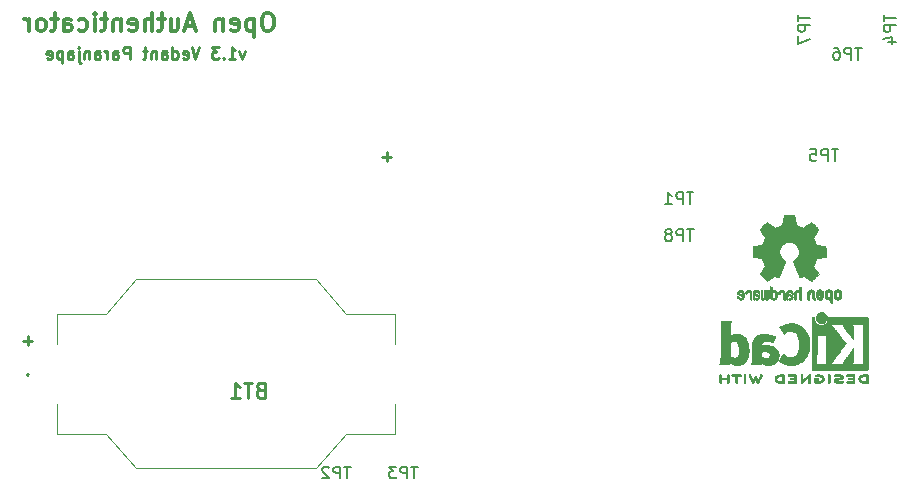
<source format=gbr>
%TF.GenerationSoftware,KiCad,Pcbnew,5.1.8-db9833491~87~ubuntu20.04.1*%
%TF.CreationDate,2020-11-29T19:52:32+05:30*%
%TF.ProjectId,esp_2fa_board_design,6573705f-3266-4615-9f62-6f6172645f64,v01*%
%TF.SameCoordinates,Original*%
%TF.FileFunction,Legend,Bot*%
%TF.FilePolarity,Positive*%
%FSLAX46Y46*%
G04 Gerber Fmt 4.6, Leading zero omitted, Abs format (unit mm)*
G04 Created by KiCad (PCBNEW 5.1.8-db9833491~87~ubuntu20.04.1) date 2020-11-29 19:52:32*
%MOMM*%
%LPD*%
G01*
G04 APERTURE LIST*
%ADD10C,0.250000*%
%ADD11C,0.300000*%
%ADD12C,0.010000*%
%ADD13C,0.100000*%
%ADD14C,0.200000*%
%ADD15C,0.150000*%
%ADD16C,0.254000*%
G04 APERTURE END LIST*
D10*
X91313047Y-109224771D02*
X92074952Y-109224771D01*
X91694000Y-108843819D02*
X91694000Y-109605723D01*
X121691447Y-93629171D02*
X122453352Y-93629171D01*
X122072400Y-93248219D02*
X122072400Y-94010123D01*
X110078571Y-84685714D02*
X109840476Y-85352380D01*
X109602380Y-84685714D01*
X108697619Y-85352380D02*
X109269047Y-85352380D01*
X108983333Y-85352380D02*
X108983333Y-84352380D01*
X109078571Y-84495238D01*
X109173809Y-84590476D01*
X109269047Y-84638095D01*
X108269047Y-85257142D02*
X108221428Y-85304761D01*
X108269047Y-85352380D01*
X108316666Y-85304761D01*
X108269047Y-85257142D01*
X108269047Y-85352380D01*
X107888095Y-84352380D02*
X107269047Y-84352380D01*
X107602380Y-84733333D01*
X107459523Y-84733333D01*
X107364285Y-84780952D01*
X107316666Y-84828571D01*
X107269047Y-84923809D01*
X107269047Y-85161904D01*
X107316666Y-85257142D01*
X107364285Y-85304761D01*
X107459523Y-85352380D01*
X107745238Y-85352380D01*
X107840476Y-85304761D01*
X107888095Y-85257142D01*
X106221428Y-84352380D02*
X105888095Y-85352380D01*
X105554761Y-84352380D01*
X104840476Y-85304761D02*
X104935714Y-85352380D01*
X105126190Y-85352380D01*
X105221428Y-85304761D01*
X105269047Y-85209523D01*
X105269047Y-84828571D01*
X105221428Y-84733333D01*
X105126190Y-84685714D01*
X104935714Y-84685714D01*
X104840476Y-84733333D01*
X104792857Y-84828571D01*
X104792857Y-84923809D01*
X105269047Y-85019047D01*
X103935714Y-85352380D02*
X103935714Y-84352380D01*
X103935714Y-85304761D02*
X104030952Y-85352380D01*
X104221428Y-85352380D01*
X104316666Y-85304761D01*
X104364285Y-85257142D01*
X104411904Y-85161904D01*
X104411904Y-84876190D01*
X104364285Y-84780952D01*
X104316666Y-84733333D01*
X104221428Y-84685714D01*
X104030952Y-84685714D01*
X103935714Y-84733333D01*
X103030952Y-85352380D02*
X103030952Y-84828571D01*
X103078571Y-84733333D01*
X103173809Y-84685714D01*
X103364285Y-84685714D01*
X103459523Y-84733333D01*
X103030952Y-85304761D02*
X103126190Y-85352380D01*
X103364285Y-85352380D01*
X103459523Y-85304761D01*
X103507142Y-85209523D01*
X103507142Y-85114285D01*
X103459523Y-85019047D01*
X103364285Y-84971428D01*
X103126190Y-84971428D01*
X103030952Y-84923809D01*
X102554761Y-84685714D02*
X102554761Y-85352380D01*
X102554761Y-84780952D02*
X102507142Y-84733333D01*
X102411904Y-84685714D01*
X102269047Y-84685714D01*
X102173809Y-84733333D01*
X102126190Y-84828571D01*
X102126190Y-85352380D01*
X101792857Y-84685714D02*
X101411904Y-84685714D01*
X101650000Y-84352380D02*
X101650000Y-85209523D01*
X101602380Y-85304761D01*
X101507142Y-85352380D01*
X101411904Y-85352380D01*
X100316666Y-85352380D02*
X100316666Y-84352380D01*
X99935714Y-84352380D01*
X99840476Y-84400000D01*
X99792857Y-84447619D01*
X99745238Y-84542857D01*
X99745238Y-84685714D01*
X99792857Y-84780952D01*
X99840476Y-84828571D01*
X99935714Y-84876190D01*
X100316666Y-84876190D01*
X98888095Y-85352380D02*
X98888095Y-84828571D01*
X98935714Y-84733333D01*
X99030952Y-84685714D01*
X99221428Y-84685714D01*
X99316666Y-84733333D01*
X98888095Y-85304761D02*
X98983333Y-85352380D01*
X99221428Y-85352380D01*
X99316666Y-85304761D01*
X99364285Y-85209523D01*
X99364285Y-85114285D01*
X99316666Y-85019047D01*
X99221428Y-84971428D01*
X98983333Y-84971428D01*
X98888095Y-84923809D01*
X98411904Y-85352380D02*
X98411904Y-84685714D01*
X98411904Y-84876190D02*
X98364285Y-84780952D01*
X98316666Y-84733333D01*
X98221428Y-84685714D01*
X98126190Y-84685714D01*
X97364285Y-85352380D02*
X97364285Y-84828571D01*
X97411904Y-84733333D01*
X97507142Y-84685714D01*
X97697619Y-84685714D01*
X97792857Y-84733333D01*
X97364285Y-85304761D02*
X97459523Y-85352380D01*
X97697619Y-85352380D01*
X97792857Y-85304761D01*
X97840476Y-85209523D01*
X97840476Y-85114285D01*
X97792857Y-85019047D01*
X97697619Y-84971428D01*
X97459523Y-84971428D01*
X97364285Y-84923809D01*
X96888095Y-84685714D02*
X96888095Y-85352380D01*
X96888095Y-84780952D02*
X96840476Y-84733333D01*
X96745238Y-84685714D01*
X96602380Y-84685714D01*
X96507142Y-84733333D01*
X96459523Y-84828571D01*
X96459523Y-85352380D01*
X95983333Y-84685714D02*
X95983333Y-85542857D01*
X96030952Y-85638095D01*
X96126190Y-85685714D01*
X96173809Y-85685714D01*
X95983333Y-84352380D02*
X96030952Y-84400000D01*
X95983333Y-84447619D01*
X95935714Y-84400000D01*
X95983333Y-84352380D01*
X95983333Y-84447619D01*
X95078571Y-85352380D02*
X95078571Y-84828571D01*
X95126190Y-84733333D01*
X95221428Y-84685714D01*
X95411904Y-84685714D01*
X95507142Y-84733333D01*
X95078571Y-85304761D02*
X95173809Y-85352380D01*
X95411904Y-85352380D01*
X95507142Y-85304761D01*
X95554761Y-85209523D01*
X95554761Y-85114285D01*
X95507142Y-85019047D01*
X95411904Y-84971428D01*
X95173809Y-84971428D01*
X95078571Y-84923809D01*
X94602380Y-84685714D02*
X94602380Y-85685714D01*
X94602380Y-84733333D02*
X94507142Y-84685714D01*
X94316666Y-84685714D01*
X94221428Y-84733333D01*
X94173809Y-84780952D01*
X94126190Y-84876190D01*
X94126190Y-85161904D01*
X94173809Y-85257142D01*
X94221428Y-85304761D01*
X94316666Y-85352380D01*
X94507142Y-85352380D01*
X94602380Y-85304761D01*
X93316666Y-85304761D02*
X93411904Y-85352380D01*
X93602380Y-85352380D01*
X93697619Y-85304761D01*
X93745238Y-85209523D01*
X93745238Y-84828571D01*
X93697619Y-84733333D01*
X93602380Y-84685714D01*
X93411904Y-84685714D01*
X93316666Y-84733333D01*
X93269047Y-84828571D01*
X93269047Y-84923809D01*
X93745238Y-85019047D01*
D11*
X112142857Y-81478571D02*
X111857142Y-81478571D01*
X111714285Y-81550000D01*
X111571428Y-81692857D01*
X111500000Y-81978571D01*
X111500000Y-82478571D01*
X111571428Y-82764285D01*
X111714285Y-82907142D01*
X111857142Y-82978571D01*
X112142857Y-82978571D01*
X112285714Y-82907142D01*
X112428571Y-82764285D01*
X112500000Y-82478571D01*
X112500000Y-81978571D01*
X112428571Y-81692857D01*
X112285714Y-81550000D01*
X112142857Y-81478571D01*
X110857142Y-81978571D02*
X110857142Y-83478571D01*
X110857142Y-82050000D02*
X110714285Y-81978571D01*
X110428571Y-81978571D01*
X110285714Y-82050000D01*
X110214285Y-82121428D01*
X110142857Y-82264285D01*
X110142857Y-82692857D01*
X110214285Y-82835714D01*
X110285714Y-82907142D01*
X110428571Y-82978571D01*
X110714285Y-82978571D01*
X110857142Y-82907142D01*
X108928571Y-82907142D02*
X109071428Y-82978571D01*
X109357142Y-82978571D01*
X109500000Y-82907142D01*
X109571428Y-82764285D01*
X109571428Y-82192857D01*
X109500000Y-82050000D01*
X109357142Y-81978571D01*
X109071428Y-81978571D01*
X108928571Y-82050000D01*
X108857142Y-82192857D01*
X108857142Y-82335714D01*
X109571428Y-82478571D01*
X108214285Y-81978571D02*
X108214285Y-82978571D01*
X108214285Y-82121428D02*
X108142857Y-82050000D01*
X108000000Y-81978571D01*
X107785714Y-81978571D01*
X107642857Y-82050000D01*
X107571428Y-82192857D01*
X107571428Y-82978571D01*
X105785714Y-82550000D02*
X105071428Y-82550000D01*
X105928571Y-82978571D02*
X105428571Y-81478571D01*
X104928571Y-82978571D01*
X103785714Y-81978571D02*
X103785714Y-82978571D01*
X104428571Y-81978571D02*
X104428571Y-82764285D01*
X104357142Y-82907142D01*
X104214285Y-82978571D01*
X104000000Y-82978571D01*
X103857142Y-82907142D01*
X103785714Y-82835714D01*
X103285714Y-81978571D02*
X102714285Y-81978571D01*
X103071428Y-81478571D02*
X103071428Y-82764285D01*
X103000000Y-82907142D01*
X102857142Y-82978571D01*
X102714285Y-82978571D01*
X102214285Y-82978571D02*
X102214285Y-81478571D01*
X101571428Y-82978571D02*
X101571428Y-82192857D01*
X101642857Y-82050000D01*
X101785714Y-81978571D01*
X102000000Y-81978571D01*
X102142857Y-82050000D01*
X102214285Y-82121428D01*
X100285714Y-82907142D02*
X100428571Y-82978571D01*
X100714285Y-82978571D01*
X100857142Y-82907142D01*
X100928571Y-82764285D01*
X100928571Y-82192857D01*
X100857142Y-82050000D01*
X100714285Y-81978571D01*
X100428571Y-81978571D01*
X100285714Y-82050000D01*
X100214285Y-82192857D01*
X100214285Y-82335714D01*
X100928571Y-82478571D01*
X99571428Y-81978571D02*
X99571428Y-82978571D01*
X99571428Y-82121428D02*
X99500000Y-82050000D01*
X99357142Y-81978571D01*
X99142857Y-81978571D01*
X99000000Y-82050000D01*
X98928571Y-82192857D01*
X98928571Y-82978571D01*
X98428571Y-81978571D02*
X97857142Y-81978571D01*
X98214285Y-81478571D02*
X98214285Y-82764285D01*
X98142857Y-82907142D01*
X98000000Y-82978571D01*
X97857142Y-82978571D01*
X97357142Y-82978571D02*
X97357142Y-81978571D01*
X97357142Y-81478571D02*
X97428571Y-81550000D01*
X97357142Y-81621428D01*
X97285714Y-81550000D01*
X97357142Y-81478571D01*
X97357142Y-81621428D01*
X96000000Y-82907142D02*
X96142857Y-82978571D01*
X96428571Y-82978571D01*
X96571428Y-82907142D01*
X96642857Y-82835714D01*
X96714285Y-82692857D01*
X96714285Y-82264285D01*
X96642857Y-82121428D01*
X96571428Y-82050000D01*
X96428571Y-81978571D01*
X96142857Y-81978571D01*
X96000000Y-82050000D01*
X94714285Y-82978571D02*
X94714285Y-82192857D01*
X94785714Y-82050000D01*
X94928571Y-81978571D01*
X95214285Y-81978571D01*
X95357142Y-82050000D01*
X94714285Y-82907142D02*
X94857142Y-82978571D01*
X95214285Y-82978571D01*
X95357142Y-82907142D01*
X95428571Y-82764285D01*
X95428571Y-82621428D01*
X95357142Y-82478571D01*
X95214285Y-82407142D01*
X94857142Y-82407142D01*
X94714285Y-82335714D01*
X94214285Y-81978571D02*
X93642857Y-81978571D01*
X94000000Y-81478571D02*
X94000000Y-82764285D01*
X93928571Y-82907142D01*
X93785714Y-82978571D01*
X93642857Y-82978571D01*
X92928571Y-82978571D02*
X93071428Y-82907142D01*
X93142857Y-82835714D01*
X93214285Y-82692857D01*
X93214285Y-82264285D01*
X93142857Y-82121428D01*
X93071428Y-82050000D01*
X92928571Y-81978571D01*
X92714285Y-81978571D01*
X92571428Y-82050000D01*
X92500000Y-82121428D01*
X92428571Y-82264285D01*
X92428571Y-82692857D01*
X92500000Y-82835714D01*
X92571428Y-82907142D01*
X92714285Y-82978571D01*
X92928571Y-82978571D01*
X91785714Y-82978571D02*
X91785714Y-81978571D01*
X91785714Y-82264285D02*
X91714285Y-82121428D01*
X91642857Y-82050000D01*
X91500000Y-81978571D01*
X91357142Y-81978571D01*
D12*
%TO.C,REF\u002A\u002A*%
G36*
X159473900Y-107280554D02*
G01*
X159463035Y-107394493D01*
X159431418Y-107502116D01*
X159380515Y-107601115D01*
X159311793Y-107689184D01*
X159226719Y-107764016D01*
X159129732Y-107821884D01*
X159023464Y-107861505D01*
X158916450Y-107880073D01*
X158810800Y-107878934D01*
X158708625Y-107859430D01*
X158612034Y-107822906D01*
X158523138Y-107770705D01*
X158444046Y-107704173D01*
X158376869Y-107624652D01*
X158323717Y-107533487D01*
X158286699Y-107432023D01*
X158267927Y-107321602D01*
X158265989Y-107271706D01*
X158265989Y-107183767D01*
X158214060Y-107183767D01*
X158177753Y-107186611D01*
X158150855Y-107198411D01*
X158123749Y-107222149D01*
X158085367Y-107260531D01*
X158085367Y-109452102D01*
X158085376Y-109714239D01*
X158085408Y-109954741D01*
X158085472Y-110174548D01*
X158085576Y-110374601D01*
X158085727Y-110555844D01*
X158085934Y-110719216D01*
X158086206Y-110865660D01*
X158086550Y-110996117D01*
X158086974Y-111111529D01*
X158087487Y-111212838D01*
X158088097Y-111300984D01*
X158088812Y-111376910D01*
X158089640Y-111441557D01*
X158090589Y-111495867D01*
X158091667Y-111540780D01*
X158092883Y-111577240D01*
X158094245Y-111606187D01*
X158095761Y-111628563D01*
X158097438Y-111645309D01*
X158099286Y-111657368D01*
X158101313Y-111665680D01*
X158103525Y-111671187D01*
X158104608Y-111673037D01*
X158108771Y-111680049D01*
X158112305Y-111686496D01*
X158116135Y-111692400D01*
X158121182Y-111697786D01*
X158128371Y-111702678D01*
X158138623Y-111707098D01*
X158152864Y-111711072D01*
X158172014Y-111714621D01*
X158196999Y-111717770D01*
X158228740Y-111720542D01*
X158268162Y-111722961D01*
X158316186Y-111725051D01*
X158373737Y-111726835D01*
X158441737Y-111728337D01*
X158521110Y-111729580D01*
X158612779Y-111730589D01*
X158717666Y-111731385D01*
X158836696Y-111731994D01*
X158970790Y-111732439D01*
X159120873Y-111732743D01*
X159287867Y-111732930D01*
X159472696Y-111733024D01*
X159676283Y-111733048D01*
X159899550Y-111733025D01*
X160143422Y-111732980D01*
X160408821Y-111732937D01*
X160447204Y-111732932D01*
X160714182Y-111732889D01*
X160959502Y-111732818D01*
X161184083Y-111732713D01*
X161388845Y-111732566D01*
X161574706Y-111732369D01*
X161742588Y-111732116D01*
X161893408Y-111731800D01*
X162028087Y-111731413D01*
X162147544Y-111730947D01*
X162252699Y-111730397D01*
X162344471Y-111729753D01*
X162423779Y-111729011D01*
X162491543Y-111728161D01*
X162548682Y-111727197D01*
X162596117Y-111726111D01*
X162634766Y-111724897D01*
X162665549Y-111723547D01*
X162689385Y-111722055D01*
X162707194Y-111720411D01*
X162719895Y-111718611D01*
X162728408Y-111716645D01*
X162732766Y-111714977D01*
X162741228Y-111711406D01*
X162748997Y-111708770D01*
X162756102Y-111706134D01*
X162762573Y-111702562D01*
X162768439Y-111697121D01*
X162773729Y-111688875D01*
X162778474Y-111676890D01*
X162782702Y-111660231D01*
X162786443Y-111637963D01*
X162789727Y-111609152D01*
X162792583Y-111572863D01*
X162795040Y-111528161D01*
X162797129Y-111474111D01*
X162798878Y-111409779D01*
X162800317Y-111334230D01*
X162801476Y-111246530D01*
X162802383Y-111145743D01*
X162803069Y-111030934D01*
X162803563Y-110901170D01*
X162803895Y-110755515D01*
X162804093Y-110593035D01*
X162804187Y-110412795D01*
X162804208Y-110213860D01*
X162804185Y-109995296D01*
X162804146Y-109756168D01*
X162804122Y-109495540D01*
X162804122Y-109453389D01*
X162804136Y-109190492D01*
X162804161Y-108949232D01*
X162804171Y-108728665D01*
X162804142Y-108527852D01*
X162804048Y-108345849D01*
X162803862Y-108181716D01*
X162803559Y-108034511D01*
X162803114Y-107903292D01*
X162802534Y-107793367D01*
X162499697Y-107793367D01*
X162459907Y-107851211D01*
X162448736Y-107866979D01*
X162438666Y-107880941D01*
X162429638Y-107894284D01*
X162421597Y-107908193D01*
X162414486Y-107923856D01*
X162408247Y-107942458D01*
X162402825Y-107965186D01*
X162398162Y-107993227D01*
X162394201Y-108027767D01*
X162390885Y-108069992D01*
X162388159Y-108121089D01*
X162385964Y-108182244D01*
X162384245Y-108254644D01*
X162382944Y-108339475D01*
X162382005Y-108437922D01*
X162381370Y-108551174D01*
X162380984Y-108680416D01*
X162380788Y-108826834D01*
X162380727Y-108991616D01*
X162380743Y-109175947D01*
X162380780Y-109381013D01*
X162380789Y-109503633D01*
X162380765Y-109720582D01*
X162380731Y-109916142D01*
X162380743Y-110091499D01*
X162380858Y-110247841D01*
X162381130Y-110386357D01*
X162381618Y-110508234D01*
X162382376Y-110614660D01*
X162383462Y-110706822D01*
X162384931Y-110785909D01*
X162386840Y-110853108D01*
X162389244Y-110909607D01*
X162392201Y-110956593D01*
X162395766Y-110995255D01*
X162399995Y-111026780D01*
X162404946Y-111052355D01*
X162410673Y-111073170D01*
X162417233Y-111090411D01*
X162424683Y-111105265D01*
X162433079Y-111118922D01*
X162442476Y-111132569D01*
X162452932Y-111147393D01*
X162459023Y-111156283D01*
X162497796Y-111213900D01*
X161966232Y-111213900D01*
X161842983Y-111213865D01*
X161740487Y-111213715D01*
X161656920Y-111213378D01*
X161590456Y-111212786D01*
X161539271Y-111211867D01*
X161501541Y-111210551D01*
X161475440Y-111208769D01*
X161459144Y-111206451D01*
X161450828Y-111203526D01*
X161448668Y-111199924D01*
X161450839Y-111195575D01*
X161452035Y-111194145D01*
X161477185Y-111157073D01*
X161503083Y-111104272D01*
X161526692Y-111042270D01*
X161534961Y-111015857D01*
X161539578Y-110997916D01*
X161543479Y-110976855D01*
X161546748Y-110950589D01*
X161549466Y-110917032D01*
X161551715Y-110874099D01*
X161553577Y-110819704D01*
X161555136Y-110751762D01*
X161556472Y-110668188D01*
X161557669Y-110566895D01*
X161558808Y-110445800D01*
X161559185Y-110401100D01*
X161560202Y-110275949D01*
X161560960Y-110171582D01*
X161561403Y-110086207D01*
X161561470Y-110018033D01*
X161561105Y-109965265D01*
X161560248Y-109926114D01*
X161558841Y-109898785D01*
X161556825Y-109881486D01*
X161554143Y-109872426D01*
X161550736Y-109869812D01*
X161546544Y-109871851D01*
X161542071Y-109876167D01*
X161531716Y-109889102D01*
X161509658Y-109918176D01*
X161477457Y-109961259D01*
X161436674Y-110016218D01*
X161388870Y-110080923D01*
X161335605Y-110153242D01*
X161278440Y-110231044D01*
X161218937Y-110312198D01*
X161158655Y-110394572D01*
X161099155Y-110476036D01*
X161041998Y-110554457D01*
X160988745Y-110627704D01*
X160940957Y-110693647D01*
X160900193Y-110750154D01*
X160868016Y-110795093D01*
X160845985Y-110826334D01*
X160841417Y-110832966D01*
X160818496Y-110869869D01*
X160791688Y-110917859D01*
X160766289Y-110967397D01*
X160763068Y-110974077D01*
X160741390Y-111022272D01*
X160728804Y-111059834D01*
X160723074Y-111095660D01*
X160721956Y-111137700D01*
X160722590Y-111213900D01*
X159568151Y-111213900D01*
X159659315Y-111120169D01*
X159706112Y-111070275D01*
X159756399Y-111013795D01*
X159802444Y-110959526D01*
X159822869Y-110934173D01*
X159853307Y-110894628D01*
X159893362Y-110841416D01*
X159941861Y-110776167D01*
X159997635Y-110700511D01*
X160059511Y-110616077D01*
X160126319Y-110524494D01*
X160196887Y-110427392D01*
X160270045Y-110326401D01*
X160344621Y-110223150D01*
X160419444Y-110119268D01*
X160493343Y-110016385D01*
X160565146Y-109916131D01*
X160633684Y-109820136D01*
X160697784Y-109730027D01*
X160756275Y-109647436D01*
X160807986Y-109573992D01*
X160851747Y-109511324D01*
X160886385Y-109461061D01*
X160910730Y-109424834D01*
X160923611Y-109404271D01*
X160925369Y-109400168D01*
X160917410Y-109388842D01*
X160896615Y-109361662D01*
X160864347Y-109320329D01*
X160821970Y-109266544D01*
X160770847Y-109202006D01*
X160712341Y-109128418D01*
X160647814Y-109047478D01*
X160578631Y-108960888D01*
X160506153Y-108870348D01*
X160431746Y-108777560D01*
X160372017Y-108703202D01*
X159361011Y-108703202D01*
X159355102Y-108716159D01*
X159340772Y-108738408D01*
X159339725Y-108739891D01*
X159320938Y-108770044D01*
X159301291Y-108806875D01*
X159297392Y-108815011D01*
X159293856Y-108823440D01*
X159290730Y-108833559D01*
X159287986Y-108846760D01*
X159285592Y-108864438D01*
X159283519Y-108887984D01*
X159281735Y-108918793D01*
X159280212Y-108958257D01*
X159278919Y-109007769D01*
X159277826Y-109068723D01*
X159276903Y-109142511D01*
X159276119Y-109230528D01*
X159275445Y-109334165D01*
X159274850Y-109454816D01*
X159274305Y-109593874D01*
X159273779Y-109752732D01*
X159273245Y-109931589D01*
X159272706Y-110116707D01*
X159272272Y-110280645D01*
X159272009Y-110424803D01*
X159271984Y-110550579D01*
X159272265Y-110659371D01*
X159272919Y-110752577D01*
X159274014Y-110831597D01*
X159275618Y-110897828D01*
X159277797Y-110952670D01*
X159280619Y-110997521D01*
X159284151Y-111033778D01*
X159288461Y-111062841D01*
X159293617Y-111086109D01*
X159299685Y-111104979D01*
X159306733Y-111120851D01*
X159314829Y-111135122D01*
X159324040Y-111149191D01*
X159332540Y-111161658D01*
X159349676Y-111187952D01*
X159359822Y-111205537D01*
X159361011Y-111208757D01*
X159350104Y-111209834D01*
X159318911Y-111210835D01*
X159269723Y-111211735D01*
X159204833Y-111212510D01*
X159126530Y-111213137D01*
X159037107Y-111213591D01*
X158938856Y-111213849D01*
X158869945Y-111213900D01*
X158764952Y-111213680D01*
X158668110Y-111213048D01*
X158581607Y-111212049D01*
X158507632Y-111210727D01*
X158448374Y-111209126D01*
X158406020Y-111207291D01*
X158382760Y-111205265D01*
X158378878Y-111203993D01*
X158386576Y-111189091D01*
X158394574Y-111181060D01*
X158407746Y-111163934D01*
X158424985Y-111133683D01*
X158436907Y-111109122D01*
X158463545Y-111050211D01*
X158466620Y-109873345D01*
X158469695Y-108696478D01*
X158915353Y-108696478D01*
X159013170Y-108696642D01*
X159103564Y-108697111D01*
X159184130Y-108697847D01*
X159252462Y-108698816D01*
X159306156Y-108699980D01*
X159342805Y-108701303D01*
X159360004Y-108702749D01*
X159361011Y-108703202D01*
X160372017Y-108703202D01*
X160356770Y-108684222D01*
X160282590Y-108592037D01*
X160210569Y-108502704D01*
X160142069Y-108417924D01*
X160078455Y-108339398D01*
X160021088Y-108268826D01*
X159971333Y-108207909D01*
X159930552Y-108158347D01*
X159913388Y-108137678D01*
X159827096Y-108037016D01*
X159750497Y-107953759D01*
X159681683Y-107885938D01*
X159618748Y-107831589D01*
X159609367Y-107824222D01*
X159569856Y-107793617D01*
X160701616Y-107793367D01*
X160696327Y-107841344D01*
X160699630Y-107898688D01*
X160721161Y-107966963D01*
X160761135Y-108046712D01*
X160806443Y-108118995D01*
X160822661Y-108141640D01*
X160850714Y-108179196D01*
X160888930Y-108229521D01*
X160935637Y-108290473D01*
X160989161Y-108359911D01*
X161047831Y-108435694D01*
X161109975Y-108515680D01*
X161173921Y-108597728D01*
X161237995Y-108679696D01*
X161300527Y-108759443D01*
X161359843Y-108834827D01*
X161414271Y-108903707D01*
X161462139Y-108963942D01*
X161501775Y-109013389D01*
X161531506Y-109049908D01*
X161549661Y-109071358D01*
X161552720Y-109074656D01*
X161555579Y-109066649D01*
X161557793Y-109036355D01*
X161559357Y-108984056D01*
X161560267Y-108910031D01*
X161560520Y-108814563D01*
X161560113Y-108697934D01*
X161559204Y-108577945D01*
X161557882Y-108445833D01*
X161556357Y-108334094D01*
X161554381Y-108240525D01*
X161551706Y-108162919D01*
X161548082Y-108099074D01*
X161543261Y-108046783D01*
X161536994Y-108003844D01*
X161529032Y-107968051D01*
X161519127Y-107937200D01*
X161507031Y-107909086D01*
X161492493Y-107881505D01*
X161477811Y-107856466D01*
X161439814Y-107793367D01*
X162499697Y-107793367D01*
X162802534Y-107793367D01*
X162802501Y-107787117D01*
X162801695Y-107685044D01*
X162800670Y-107596133D01*
X162799400Y-107519441D01*
X162797860Y-107454027D01*
X162796024Y-107398949D01*
X162793867Y-107353265D01*
X162791363Y-107316034D01*
X162788487Y-107286313D01*
X162785213Y-107263162D01*
X162781515Y-107245639D01*
X162777369Y-107232801D01*
X162772747Y-107223708D01*
X162767626Y-107217418D01*
X162761978Y-107212988D01*
X162755779Y-107209478D01*
X162749004Y-107205945D01*
X162743008Y-107202376D01*
X162737775Y-107199800D01*
X162729599Y-107197472D01*
X162717386Y-107195378D01*
X162700041Y-107193507D01*
X162676469Y-107191847D01*
X162645577Y-107190384D01*
X162606268Y-107189108D01*
X162557450Y-107188004D01*
X162498027Y-107187061D01*
X162426904Y-107186267D01*
X162342988Y-107185609D01*
X162245183Y-107185075D01*
X162132394Y-107184653D01*
X162003529Y-107184329D01*
X161857491Y-107184092D01*
X161693186Y-107183930D01*
X161509520Y-107183830D01*
X161305397Y-107183780D01*
X161094253Y-107183767D01*
X159473900Y-107183767D01*
X159473900Y-107280554D01*
G37*
X159473900Y-107280554D02*
X159463035Y-107394493D01*
X159431418Y-107502116D01*
X159380515Y-107601115D01*
X159311793Y-107689184D01*
X159226719Y-107764016D01*
X159129732Y-107821884D01*
X159023464Y-107861505D01*
X158916450Y-107880073D01*
X158810800Y-107878934D01*
X158708625Y-107859430D01*
X158612034Y-107822906D01*
X158523138Y-107770705D01*
X158444046Y-107704173D01*
X158376869Y-107624652D01*
X158323717Y-107533487D01*
X158286699Y-107432023D01*
X158267927Y-107321602D01*
X158265989Y-107271706D01*
X158265989Y-107183767D01*
X158214060Y-107183767D01*
X158177753Y-107186611D01*
X158150855Y-107198411D01*
X158123749Y-107222149D01*
X158085367Y-107260531D01*
X158085367Y-109452102D01*
X158085376Y-109714239D01*
X158085408Y-109954741D01*
X158085472Y-110174548D01*
X158085576Y-110374601D01*
X158085727Y-110555844D01*
X158085934Y-110719216D01*
X158086206Y-110865660D01*
X158086550Y-110996117D01*
X158086974Y-111111529D01*
X158087487Y-111212838D01*
X158088097Y-111300984D01*
X158088812Y-111376910D01*
X158089640Y-111441557D01*
X158090589Y-111495867D01*
X158091667Y-111540780D01*
X158092883Y-111577240D01*
X158094245Y-111606187D01*
X158095761Y-111628563D01*
X158097438Y-111645309D01*
X158099286Y-111657368D01*
X158101313Y-111665680D01*
X158103525Y-111671187D01*
X158104608Y-111673037D01*
X158108771Y-111680049D01*
X158112305Y-111686496D01*
X158116135Y-111692400D01*
X158121182Y-111697786D01*
X158128371Y-111702678D01*
X158138623Y-111707098D01*
X158152864Y-111711072D01*
X158172014Y-111714621D01*
X158196999Y-111717770D01*
X158228740Y-111720542D01*
X158268162Y-111722961D01*
X158316186Y-111725051D01*
X158373737Y-111726835D01*
X158441737Y-111728337D01*
X158521110Y-111729580D01*
X158612779Y-111730589D01*
X158717666Y-111731385D01*
X158836696Y-111731994D01*
X158970790Y-111732439D01*
X159120873Y-111732743D01*
X159287867Y-111732930D01*
X159472696Y-111733024D01*
X159676283Y-111733048D01*
X159899550Y-111733025D01*
X160143422Y-111732980D01*
X160408821Y-111732937D01*
X160447204Y-111732932D01*
X160714182Y-111732889D01*
X160959502Y-111732818D01*
X161184083Y-111732713D01*
X161388845Y-111732566D01*
X161574706Y-111732369D01*
X161742588Y-111732116D01*
X161893408Y-111731800D01*
X162028087Y-111731413D01*
X162147544Y-111730947D01*
X162252699Y-111730397D01*
X162344471Y-111729753D01*
X162423779Y-111729011D01*
X162491543Y-111728161D01*
X162548682Y-111727197D01*
X162596117Y-111726111D01*
X162634766Y-111724897D01*
X162665549Y-111723547D01*
X162689385Y-111722055D01*
X162707194Y-111720411D01*
X162719895Y-111718611D01*
X162728408Y-111716645D01*
X162732766Y-111714977D01*
X162741228Y-111711406D01*
X162748997Y-111708770D01*
X162756102Y-111706134D01*
X162762573Y-111702562D01*
X162768439Y-111697121D01*
X162773729Y-111688875D01*
X162778474Y-111676890D01*
X162782702Y-111660231D01*
X162786443Y-111637963D01*
X162789727Y-111609152D01*
X162792583Y-111572863D01*
X162795040Y-111528161D01*
X162797129Y-111474111D01*
X162798878Y-111409779D01*
X162800317Y-111334230D01*
X162801476Y-111246530D01*
X162802383Y-111145743D01*
X162803069Y-111030934D01*
X162803563Y-110901170D01*
X162803895Y-110755515D01*
X162804093Y-110593035D01*
X162804187Y-110412795D01*
X162804208Y-110213860D01*
X162804185Y-109995296D01*
X162804146Y-109756168D01*
X162804122Y-109495540D01*
X162804122Y-109453389D01*
X162804136Y-109190492D01*
X162804161Y-108949232D01*
X162804171Y-108728665D01*
X162804142Y-108527852D01*
X162804048Y-108345849D01*
X162803862Y-108181716D01*
X162803559Y-108034511D01*
X162803114Y-107903292D01*
X162802534Y-107793367D01*
X162499697Y-107793367D01*
X162459907Y-107851211D01*
X162448736Y-107866979D01*
X162438666Y-107880941D01*
X162429638Y-107894284D01*
X162421597Y-107908193D01*
X162414486Y-107923856D01*
X162408247Y-107942458D01*
X162402825Y-107965186D01*
X162398162Y-107993227D01*
X162394201Y-108027767D01*
X162390885Y-108069992D01*
X162388159Y-108121089D01*
X162385964Y-108182244D01*
X162384245Y-108254644D01*
X162382944Y-108339475D01*
X162382005Y-108437922D01*
X162381370Y-108551174D01*
X162380984Y-108680416D01*
X162380788Y-108826834D01*
X162380727Y-108991616D01*
X162380743Y-109175947D01*
X162380780Y-109381013D01*
X162380789Y-109503633D01*
X162380765Y-109720582D01*
X162380731Y-109916142D01*
X162380743Y-110091499D01*
X162380858Y-110247841D01*
X162381130Y-110386357D01*
X162381618Y-110508234D01*
X162382376Y-110614660D01*
X162383462Y-110706822D01*
X162384931Y-110785909D01*
X162386840Y-110853108D01*
X162389244Y-110909607D01*
X162392201Y-110956593D01*
X162395766Y-110995255D01*
X162399995Y-111026780D01*
X162404946Y-111052355D01*
X162410673Y-111073170D01*
X162417233Y-111090411D01*
X162424683Y-111105265D01*
X162433079Y-111118922D01*
X162442476Y-111132569D01*
X162452932Y-111147393D01*
X162459023Y-111156283D01*
X162497796Y-111213900D01*
X161966232Y-111213900D01*
X161842983Y-111213865D01*
X161740487Y-111213715D01*
X161656920Y-111213378D01*
X161590456Y-111212786D01*
X161539271Y-111211867D01*
X161501541Y-111210551D01*
X161475440Y-111208769D01*
X161459144Y-111206451D01*
X161450828Y-111203526D01*
X161448668Y-111199924D01*
X161450839Y-111195575D01*
X161452035Y-111194145D01*
X161477185Y-111157073D01*
X161503083Y-111104272D01*
X161526692Y-111042270D01*
X161534961Y-111015857D01*
X161539578Y-110997916D01*
X161543479Y-110976855D01*
X161546748Y-110950589D01*
X161549466Y-110917032D01*
X161551715Y-110874099D01*
X161553577Y-110819704D01*
X161555136Y-110751762D01*
X161556472Y-110668188D01*
X161557669Y-110566895D01*
X161558808Y-110445800D01*
X161559185Y-110401100D01*
X161560202Y-110275949D01*
X161560960Y-110171582D01*
X161561403Y-110086207D01*
X161561470Y-110018033D01*
X161561105Y-109965265D01*
X161560248Y-109926114D01*
X161558841Y-109898785D01*
X161556825Y-109881486D01*
X161554143Y-109872426D01*
X161550736Y-109869812D01*
X161546544Y-109871851D01*
X161542071Y-109876167D01*
X161531716Y-109889102D01*
X161509658Y-109918176D01*
X161477457Y-109961259D01*
X161436674Y-110016218D01*
X161388870Y-110080923D01*
X161335605Y-110153242D01*
X161278440Y-110231044D01*
X161218937Y-110312198D01*
X161158655Y-110394572D01*
X161099155Y-110476036D01*
X161041998Y-110554457D01*
X160988745Y-110627704D01*
X160940957Y-110693647D01*
X160900193Y-110750154D01*
X160868016Y-110795093D01*
X160845985Y-110826334D01*
X160841417Y-110832966D01*
X160818496Y-110869869D01*
X160791688Y-110917859D01*
X160766289Y-110967397D01*
X160763068Y-110974077D01*
X160741390Y-111022272D01*
X160728804Y-111059834D01*
X160723074Y-111095660D01*
X160721956Y-111137700D01*
X160722590Y-111213900D01*
X159568151Y-111213900D01*
X159659315Y-111120169D01*
X159706112Y-111070275D01*
X159756399Y-111013795D01*
X159802444Y-110959526D01*
X159822869Y-110934173D01*
X159853307Y-110894628D01*
X159893362Y-110841416D01*
X159941861Y-110776167D01*
X159997635Y-110700511D01*
X160059511Y-110616077D01*
X160126319Y-110524494D01*
X160196887Y-110427392D01*
X160270045Y-110326401D01*
X160344621Y-110223150D01*
X160419444Y-110119268D01*
X160493343Y-110016385D01*
X160565146Y-109916131D01*
X160633684Y-109820136D01*
X160697784Y-109730027D01*
X160756275Y-109647436D01*
X160807986Y-109573992D01*
X160851747Y-109511324D01*
X160886385Y-109461061D01*
X160910730Y-109424834D01*
X160923611Y-109404271D01*
X160925369Y-109400168D01*
X160917410Y-109388842D01*
X160896615Y-109361662D01*
X160864347Y-109320329D01*
X160821970Y-109266544D01*
X160770847Y-109202006D01*
X160712341Y-109128418D01*
X160647814Y-109047478D01*
X160578631Y-108960888D01*
X160506153Y-108870348D01*
X160431746Y-108777560D01*
X160372017Y-108703202D01*
X159361011Y-108703202D01*
X159355102Y-108716159D01*
X159340772Y-108738408D01*
X159339725Y-108739891D01*
X159320938Y-108770044D01*
X159301291Y-108806875D01*
X159297392Y-108815011D01*
X159293856Y-108823440D01*
X159290730Y-108833559D01*
X159287986Y-108846760D01*
X159285592Y-108864438D01*
X159283519Y-108887984D01*
X159281735Y-108918793D01*
X159280212Y-108958257D01*
X159278919Y-109007769D01*
X159277826Y-109068723D01*
X159276903Y-109142511D01*
X159276119Y-109230528D01*
X159275445Y-109334165D01*
X159274850Y-109454816D01*
X159274305Y-109593874D01*
X159273779Y-109752732D01*
X159273245Y-109931589D01*
X159272706Y-110116707D01*
X159272272Y-110280645D01*
X159272009Y-110424803D01*
X159271984Y-110550579D01*
X159272265Y-110659371D01*
X159272919Y-110752577D01*
X159274014Y-110831597D01*
X159275618Y-110897828D01*
X159277797Y-110952670D01*
X159280619Y-110997521D01*
X159284151Y-111033778D01*
X159288461Y-111062841D01*
X159293617Y-111086109D01*
X159299685Y-111104979D01*
X159306733Y-111120851D01*
X159314829Y-111135122D01*
X159324040Y-111149191D01*
X159332540Y-111161658D01*
X159349676Y-111187952D01*
X159359822Y-111205537D01*
X159361011Y-111208757D01*
X159350104Y-111209834D01*
X159318911Y-111210835D01*
X159269723Y-111211735D01*
X159204833Y-111212510D01*
X159126530Y-111213137D01*
X159037107Y-111213591D01*
X158938856Y-111213849D01*
X158869945Y-111213900D01*
X158764952Y-111213680D01*
X158668110Y-111213048D01*
X158581607Y-111212049D01*
X158507632Y-111210727D01*
X158448374Y-111209126D01*
X158406020Y-111207291D01*
X158382760Y-111205265D01*
X158378878Y-111203993D01*
X158386576Y-111189091D01*
X158394574Y-111181060D01*
X158407746Y-111163934D01*
X158424985Y-111133683D01*
X158436907Y-111109122D01*
X158463545Y-111050211D01*
X158466620Y-109873345D01*
X158469695Y-108696478D01*
X158915353Y-108696478D01*
X159013170Y-108696642D01*
X159103564Y-108697111D01*
X159184130Y-108697847D01*
X159252462Y-108698816D01*
X159306156Y-108699980D01*
X159342805Y-108701303D01*
X159360004Y-108702749D01*
X159361011Y-108703202D01*
X160372017Y-108703202D01*
X160356770Y-108684222D01*
X160282590Y-108592037D01*
X160210569Y-108502704D01*
X160142069Y-108417924D01*
X160078455Y-108339398D01*
X160021088Y-108268826D01*
X159971333Y-108207909D01*
X159930552Y-108158347D01*
X159913388Y-108137678D01*
X159827096Y-108037016D01*
X159750497Y-107953759D01*
X159681683Y-107885938D01*
X159618748Y-107831589D01*
X159609367Y-107824222D01*
X159569856Y-107793617D01*
X160701616Y-107793367D01*
X160696327Y-107841344D01*
X160699630Y-107898688D01*
X160721161Y-107966963D01*
X160761135Y-108046712D01*
X160806443Y-108118995D01*
X160822661Y-108141640D01*
X160850714Y-108179196D01*
X160888930Y-108229521D01*
X160935637Y-108290473D01*
X160989161Y-108359911D01*
X161047831Y-108435694D01*
X161109975Y-108515680D01*
X161173921Y-108597728D01*
X161237995Y-108679696D01*
X161300527Y-108759443D01*
X161359843Y-108834827D01*
X161414271Y-108903707D01*
X161462139Y-108963942D01*
X161501775Y-109013389D01*
X161531506Y-109049908D01*
X161549661Y-109071358D01*
X161552720Y-109074656D01*
X161555579Y-109066649D01*
X161557793Y-109036355D01*
X161559357Y-108984056D01*
X161560267Y-108910031D01*
X161560520Y-108814563D01*
X161560113Y-108697934D01*
X161559204Y-108577945D01*
X161557882Y-108445833D01*
X161556357Y-108334094D01*
X161554381Y-108240525D01*
X161551706Y-108162919D01*
X161548082Y-108099074D01*
X161543261Y-108046783D01*
X161536994Y-108003844D01*
X161529032Y-107968051D01*
X161519127Y-107937200D01*
X161507031Y-107909086D01*
X161492493Y-107881505D01*
X161477811Y-107856466D01*
X161439814Y-107793367D01*
X162499697Y-107793367D01*
X162802534Y-107793367D01*
X162802501Y-107787117D01*
X162801695Y-107685044D01*
X162800670Y-107596133D01*
X162799400Y-107519441D01*
X162797860Y-107454027D01*
X162796024Y-107398949D01*
X162793867Y-107353265D01*
X162791363Y-107316034D01*
X162788487Y-107286313D01*
X162785213Y-107263162D01*
X162781515Y-107245639D01*
X162777369Y-107232801D01*
X162772747Y-107223708D01*
X162767626Y-107217418D01*
X162761978Y-107212988D01*
X162755779Y-107209478D01*
X162749004Y-107205945D01*
X162743008Y-107202376D01*
X162737775Y-107199800D01*
X162729599Y-107197472D01*
X162717386Y-107195378D01*
X162700041Y-107193507D01*
X162676469Y-107191847D01*
X162645577Y-107190384D01*
X162606268Y-107189108D01*
X162557450Y-107188004D01*
X162498027Y-107187061D01*
X162426904Y-107186267D01*
X162342988Y-107185609D01*
X162245183Y-107185075D01*
X162132394Y-107184653D01*
X162003529Y-107184329D01*
X161857491Y-107184092D01*
X161693186Y-107183930D01*
X161509520Y-107183830D01*
X161305397Y-107183780D01*
X161094253Y-107183767D01*
X159473900Y-107183767D01*
X159473900Y-107280554D01*
G36*
X156199071Y-107740571D02*
G01*
X156038930Y-107761745D01*
X155874990Y-107801885D01*
X155705187Y-107861389D01*
X155527457Y-107940654D01*
X155516190Y-107946199D01*
X155458495Y-107974225D01*
X155406948Y-107998302D01*
X155365309Y-108016749D01*
X155337338Y-108027886D01*
X155327767Y-108030433D01*
X155308550Y-108035441D01*
X155303939Y-108039647D01*
X155309042Y-108050080D01*
X155325082Y-108076368D01*
X155350212Y-108115757D01*
X155382586Y-108165491D01*
X155420357Y-108222815D01*
X155461678Y-108284976D01*
X155504702Y-108349218D01*
X155547583Y-108412785D01*
X155588474Y-108472925D01*
X155625529Y-108526880D01*
X155656900Y-108571897D01*
X155680741Y-108605221D01*
X155695206Y-108624097D01*
X155697191Y-108626287D01*
X155707309Y-108621638D01*
X155729650Y-108604462D01*
X155760220Y-108577940D01*
X155775964Y-108563464D01*
X155872453Y-108488182D01*
X155979164Y-108432741D01*
X156094668Y-108397641D01*
X156217538Y-108383380D01*
X156286939Y-108384551D01*
X156408077Y-108401712D01*
X156517295Y-108437594D01*
X156614918Y-108492459D01*
X156701272Y-108566570D01*
X156776685Y-108660188D01*
X156841482Y-108773576D01*
X156878899Y-108860167D01*
X156922752Y-108995866D01*
X156955072Y-109143350D01*
X156975943Y-109298814D01*
X156985449Y-109458456D01*
X156983673Y-109618473D01*
X156970697Y-109775061D01*
X156946606Y-109924418D01*
X156911482Y-110062740D01*
X156865408Y-110186224D01*
X156849127Y-110220478D01*
X156780880Y-110334564D01*
X156700421Y-110431057D01*
X156608930Y-110509170D01*
X156507589Y-110568117D01*
X156397580Y-110607112D01*
X156280085Y-110625368D01*
X156238617Y-110626711D01*
X156117059Y-110615790D01*
X155996622Y-110582974D01*
X155878834Y-110528939D01*
X155765223Y-110454365D01*
X155673815Y-110376039D01*
X155627285Y-110331508D01*
X155446017Y-110628771D01*
X155400920Y-110702933D01*
X155359681Y-110771146D01*
X155323765Y-110830959D01*
X155294634Y-110879920D01*
X155273750Y-110915579D01*
X155262576Y-110935484D01*
X155261125Y-110938579D01*
X155269354Y-110948218D01*
X155294933Y-110965499D01*
X155334627Y-110988783D01*
X155385203Y-111016434D01*
X155443426Y-111046815D01*
X155506063Y-111078290D01*
X155569879Y-111109222D01*
X155631640Y-111137973D01*
X155688112Y-111162908D01*
X155736062Y-111182389D01*
X155759514Y-111190818D01*
X155893279Y-111228633D01*
X156031173Y-111253636D01*
X156178878Y-111266640D01*
X156305667Y-111268968D01*
X156373622Y-111267873D01*
X156439223Y-111265775D01*
X156496653Y-111262934D01*
X156540097Y-111259606D01*
X156554202Y-111257922D01*
X156693216Y-111229087D01*
X156834743Y-111183968D01*
X156972225Y-111125250D01*
X157099106Y-111055620D01*
X157176611Y-111002941D01*
X157304019Y-110894739D01*
X157422322Y-110768171D01*
X157529328Y-110626366D01*
X157622848Y-110472451D01*
X157700690Y-110309553D01*
X157744544Y-110192256D01*
X157794792Y-110008628D01*
X157828291Y-109814081D01*
X157845051Y-109612825D01*
X157845084Y-109409068D01*
X157828399Y-109207021D01*
X157795007Y-109010892D01*
X157744920Y-108824891D01*
X157741103Y-108813303D01*
X157678219Y-108651250D01*
X157601472Y-108503332D01*
X157508258Y-108365365D01*
X157395973Y-108233161D01*
X157352108Y-108187899D01*
X157215966Y-108063957D01*
X157076009Y-107961415D01*
X156930089Y-107879156D01*
X156776058Y-107816064D01*
X156611768Y-107771023D01*
X156516211Y-107753533D01*
X156357477Y-107737966D01*
X156199071Y-107740571D01*
G37*
X156199071Y-107740571D02*
X156038930Y-107761745D01*
X155874990Y-107801885D01*
X155705187Y-107861389D01*
X155527457Y-107940654D01*
X155516190Y-107946199D01*
X155458495Y-107974225D01*
X155406948Y-107998302D01*
X155365309Y-108016749D01*
X155337338Y-108027886D01*
X155327767Y-108030433D01*
X155308550Y-108035441D01*
X155303939Y-108039647D01*
X155309042Y-108050080D01*
X155325082Y-108076368D01*
X155350212Y-108115757D01*
X155382586Y-108165491D01*
X155420357Y-108222815D01*
X155461678Y-108284976D01*
X155504702Y-108349218D01*
X155547583Y-108412785D01*
X155588474Y-108472925D01*
X155625529Y-108526880D01*
X155656900Y-108571897D01*
X155680741Y-108605221D01*
X155695206Y-108624097D01*
X155697191Y-108626287D01*
X155707309Y-108621638D01*
X155729650Y-108604462D01*
X155760220Y-108577940D01*
X155775964Y-108563464D01*
X155872453Y-108488182D01*
X155979164Y-108432741D01*
X156094668Y-108397641D01*
X156217538Y-108383380D01*
X156286939Y-108384551D01*
X156408077Y-108401712D01*
X156517295Y-108437594D01*
X156614918Y-108492459D01*
X156701272Y-108566570D01*
X156776685Y-108660188D01*
X156841482Y-108773576D01*
X156878899Y-108860167D01*
X156922752Y-108995866D01*
X156955072Y-109143350D01*
X156975943Y-109298814D01*
X156985449Y-109458456D01*
X156983673Y-109618473D01*
X156970697Y-109775061D01*
X156946606Y-109924418D01*
X156911482Y-110062740D01*
X156865408Y-110186224D01*
X156849127Y-110220478D01*
X156780880Y-110334564D01*
X156700421Y-110431057D01*
X156608930Y-110509170D01*
X156507589Y-110568117D01*
X156397580Y-110607112D01*
X156280085Y-110625368D01*
X156238617Y-110626711D01*
X156117059Y-110615790D01*
X155996622Y-110582974D01*
X155878834Y-110528939D01*
X155765223Y-110454365D01*
X155673815Y-110376039D01*
X155627285Y-110331508D01*
X155446017Y-110628771D01*
X155400920Y-110702933D01*
X155359681Y-110771146D01*
X155323765Y-110830959D01*
X155294634Y-110879920D01*
X155273750Y-110915579D01*
X155262576Y-110935484D01*
X155261125Y-110938579D01*
X155269354Y-110948218D01*
X155294933Y-110965499D01*
X155334627Y-110988783D01*
X155385203Y-111016434D01*
X155443426Y-111046815D01*
X155506063Y-111078290D01*
X155569879Y-111109222D01*
X155631640Y-111137973D01*
X155688112Y-111162908D01*
X155736062Y-111182389D01*
X155759514Y-111190818D01*
X155893279Y-111228633D01*
X156031173Y-111253636D01*
X156178878Y-111266640D01*
X156305667Y-111268968D01*
X156373622Y-111267873D01*
X156439223Y-111265775D01*
X156496653Y-111262934D01*
X156540097Y-111259606D01*
X156554202Y-111257922D01*
X156693216Y-111229087D01*
X156834743Y-111183968D01*
X156972225Y-111125250D01*
X157099106Y-111055620D01*
X157176611Y-111002941D01*
X157304019Y-110894739D01*
X157422322Y-110768171D01*
X157529328Y-110626366D01*
X157622848Y-110472451D01*
X157700690Y-110309553D01*
X157744544Y-110192256D01*
X157794792Y-110008628D01*
X157828291Y-109814081D01*
X157845051Y-109612825D01*
X157845084Y-109409068D01*
X157828399Y-109207021D01*
X157795007Y-109010892D01*
X157744920Y-108824891D01*
X157741103Y-108813303D01*
X157678219Y-108651250D01*
X157601472Y-108503332D01*
X157508258Y-108365365D01*
X157395973Y-108233161D01*
X157352108Y-108187899D01*
X157215966Y-108063957D01*
X157076009Y-107961415D01*
X156930089Y-107879156D01*
X156776058Y-107816064D01*
X156611768Y-107771023D01*
X156516211Y-107753533D01*
X156357477Y-107737966D01*
X156199071Y-107740571D01*
G36*
X153853926Y-108658052D02*
G01*
X153702008Y-108678067D01*
X153566744Y-108711702D01*
X153447261Y-108759225D01*
X153342685Y-108820905D01*
X153265076Y-108884465D01*
X153196235Y-108958599D01*
X153142494Y-109038371D01*
X153099590Y-109130591D01*
X153084116Y-109173661D01*
X153071256Y-109212642D01*
X153060054Y-109248789D01*
X153050380Y-109283934D01*
X153042104Y-109319910D01*
X153035097Y-109358550D01*
X153029228Y-109401685D01*
X153024369Y-109451149D01*
X153020390Y-109508773D01*
X153017160Y-109576391D01*
X153014551Y-109655834D01*
X153012433Y-109748936D01*
X153010676Y-109857527D01*
X153009151Y-109983442D01*
X153007728Y-110128512D01*
X153006475Y-110271278D01*
X153005149Y-110427468D01*
X153003944Y-110562739D01*
X153002734Y-110678746D01*
X153001394Y-110777145D01*
X152999800Y-110859593D01*
X152997825Y-110927746D01*
X152995344Y-110983260D01*
X152992231Y-111027792D01*
X152988362Y-111062998D01*
X152983611Y-111090534D01*
X152977852Y-111112056D01*
X152970961Y-111129222D01*
X152962811Y-111143686D01*
X152953277Y-111157106D01*
X152942234Y-111171138D01*
X152937934Y-111176571D01*
X152922114Y-111199410D01*
X152915078Y-111214963D01*
X152915056Y-111215422D01*
X152925933Y-111217621D01*
X152956918Y-111219647D01*
X153005543Y-111221442D01*
X153069337Y-111222951D01*
X153145831Y-111224116D01*
X153232556Y-111224880D01*
X153327043Y-111225186D01*
X153337950Y-111225189D01*
X153760843Y-111225189D01*
X153764105Y-111129122D01*
X153767367Y-111033056D01*
X153829456Y-111084043D01*
X153926786Y-111151557D01*
X154036687Y-111206249D01*
X154123151Y-111236478D01*
X154192222Y-111251166D01*
X154275575Y-111261159D01*
X154365341Y-111266146D01*
X154453655Y-111265813D01*
X154532649Y-111259851D01*
X154568878Y-111254138D01*
X154708897Y-111216276D01*
X154835322Y-111161432D01*
X154947240Y-111090424D01*
X155043738Y-111004068D01*
X155123900Y-110903179D01*
X155186813Y-110788576D01*
X155231188Y-110662484D01*
X155243522Y-110605901D01*
X155251132Y-110543702D01*
X155254761Y-110468863D01*
X155255255Y-110434967D01*
X155255190Y-110431782D01*
X154495252Y-110431782D01*
X154485959Y-110506833D01*
X154457772Y-110570660D01*
X154409303Y-110626298D01*
X154404246Y-110630711D01*
X154355952Y-110665537D01*
X154304243Y-110688120D01*
X154243511Y-110700040D01*
X154168148Y-110702883D01*
X154150041Y-110702478D01*
X154096222Y-110699825D01*
X154056192Y-110694409D01*
X154021176Y-110684245D01*
X153982397Y-110667350D01*
X153971755Y-110662172D01*
X153911104Y-110626344D01*
X153864285Y-110583712D01*
X153851548Y-110568473D01*
X153806878Y-110511962D01*
X153806878Y-110316086D01*
X153807414Y-110237439D01*
X153809104Y-110179488D01*
X153812072Y-110140375D01*
X153816443Y-110118241D01*
X153820528Y-110111774D01*
X153836453Y-110108611D01*
X153870236Y-110105988D01*
X153917160Y-110104155D01*
X153972507Y-110103357D01*
X153981394Y-110103342D01*
X154102170Y-110108596D01*
X154204840Y-110124763D01*
X154291394Y-110152461D01*
X154363819Y-110192308D01*
X154418749Y-110239258D01*
X154463296Y-110297145D01*
X154488020Y-110360193D01*
X154495252Y-110431782D01*
X155255190Y-110431782D01*
X155253322Y-110341212D01*
X155244978Y-110262312D01*
X155228732Y-110191090D01*
X155203095Y-110120364D01*
X155179099Y-110067993D01*
X155120480Y-109972696D01*
X155042383Y-109884670D01*
X154947185Y-109805517D01*
X154837262Y-109736840D01*
X154714990Y-109680241D01*
X154582745Y-109637321D01*
X154518078Y-109622382D01*
X154381896Y-109600277D01*
X154233451Y-109585694D01*
X154081995Y-109579313D01*
X153955436Y-109580945D01*
X153793550Y-109587724D01*
X153800970Y-109528745D01*
X153820262Y-109429592D01*
X153851396Y-109348872D01*
X153895231Y-109285966D01*
X153952629Y-109240256D01*
X154024452Y-109211122D01*
X154111559Y-109197947D01*
X154214814Y-109200111D01*
X154252789Y-109204112D01*
X154393980Y-109229280D01*
X154530793Y-109270314D01*
X154625322Y-109308315D01*
X154670482Y-109327690D01*
X154708915Y-109343260D01*
X154735266Y-109352905D01*
X154742954Y-109354952D01*
X154752698Y-109345874D01*
X154769417Y-109316905D01*
X154793268Y-109267717D01*
X154824407Y-109197984D01*
X154862993Y-109107379D01*
X154869590Y-109091589D01*
X154899647Y-109019272D01*
X154926626Y-108953925D01*
X154949364Y-108898406D01*
X154966694Y-108855572D01*
X154977452Y-108828281D01*
X154980559Y-108819442D01*
X154970560Y-108814687D01*
X154944283Y-108809410D01*
X154916011Y-108805731D01*
X154885854Y-108800974D01*
X154838067Y-108791528D01*
X154776888Y-108778320D01*
X154706554Y-108762276D01*
X154631306Y-108744320D01*
X154602745Y-108737297D01*
X154497684Y-108711709D01*
X154410020Y-108691647D01*
X154335432Y-108676469D01*
X154269597Y-108665535D01*
X154208193Y-108658204D01*
X154146898Y-108653835D01*
X154081390Y-108651787D01*
X154023372Y-108651389D01*
X153853926Y-108658052D01*
G37*
X153853926Y-108658052D02*
X153702008Y-108678067D01*
X153566744Y-108711702D01*
X153447261Y-108759225D01*
X153342685Y-108820905D01*
X153265076Y-108884465D01*
X153196235Y-108958599D01*
X153142494Y-109038371D01*
X153099590Y-109130591D01*
X153084116Y-109173661D01*
X153071256Y-109212642D01*
X153060054Y-109248789D01*
X153050380Y-109283934D01*
X153042104Y-109319910D01*
X153035097Y-109358550D01*
X153029228Y-109401685D01*
X153024369Y-109451149D01*
X153020390Y-109508773D01*
X153017160Y-109576391D01*
X153014551Y-109655834D01*
X153012433Y-109748936D01*
X153010676Y-109857527D01*
X153009151Y-109983442D01*
X153007728Y-110128512D01*
X153006475Y-110271278D01*
X153005149Y-110427468D01*
X153003944Y-110562739D01*
X153002734Y-110678746D01*
X153001394Y-110777145D01*
X152999800Y-110859593D01*
X152997825Y-110927746D01*
X152995344Y-110983260D01*
X152992231Y-111027792D01*
X152988362Y-111062998D01*
X152983611Y-111090534D01*
X152977852Y-111112056D01*
X152970961Y-111129222D01*
X152962811Y-111143686D01*
X152953277Y-111157106D01*
X152942234Y-111171138D01*
X152937934Y-111176571D01*
X152922114Y-111199410D01*
X152915078Y-111214963D01*
X152915056Y-111215422D01*
X152925933Y-111217621D01*
X152956918Y-111219647D01*
X153005543Y-111221442D01*
X153069337Y-111222951D01*
X153145831Y-111224116D01*
X153232556Y-111224880D01*
X153327043Y-111225186D01*
X153337950Y-111225189D01*
X153760843Y-111225189D01*
X153764105Y-111129122D01*
X153767367Y-111033056D01*
X153829456Y-111084043D01*
X153926786Y-111151557D01*
X154036687Y-111206249D01*
X154123151Y-111236478D01*
X154192222Y-111251166D01*
X154275575Y-111261159D01*
X154365341Y-111266146D01*
X154453655Y-111265813D01*
X154532649Y-111259851D01*
X154568878Y-111254138D01*
X154708897Y-111216276D01*
X154835322Y-111161432D01*
X154947240Y-111090424D01*
X155043738Y-111004068D01*
X155123900Y-110903179D01*
X155186813Y-110788576D01*
X155231188Y-110662484D01*
X155243522Y-110605901D01*
X155251132Y-110543702D01*
X155254761Y-110468863D01*
X155255255Y-110434967D01*
X155255190Y-110431782D01*
X154495252Y-110431782D01*
X154485959Y-110506833D01*
X154457772Y-110570660D01*
X154409303Y-110626298D01*
X154404246Y-110630711D01*
X154355952Y-110665537D01*
X154304243Y-110688120D01*
X154243511Y-110700040D01*
X154168148Y-110702883D01*
X154150041Y-110702478D01*
X154096222Y-110699825D01*
X154056192Y-110694409D01*
X154021176Y-110684245D01*
X153982397Y-110667350D01*
X153971755Y-110662172D01*
X153911104Y-110626344D01*
X153864285Y-110583712D01*
X153851548Y-110568473D01*
X153806878Y-110511962D01*
X153806878Y-110316086D01*
X153807414Y-110237439D01*
X153809104Y-110179488D01*
X153812072Y-110140375D01*
X153816443Y-110118241D01*
X153820528Y-110111774D01*
X153836453Y-110108611D01*
X153870236Y-110105988D01*
X153917160Y-110104155D01*
X153972507Y-110103357D01*
X153981394Y-110103342D01*
X154102170Y-110108596D01*
X154204840Y-110124763D01*
X154291394Y-110152461D01*
X154363819Y-110192308D01*
X154418749Y-110239258D01*
X154463296Y-110297145D01*
X154488020Y-110360193D01*
X154495252Y-110431782D01*
X155255190Y-110431782D01*
X155253322Y-110341212D01*
X155244978Y-110262312D01*
X155228732Y-110191090D01*
X155203095Y-110120364D01*
X155179099Y-110067993D01*
X155120480Y-109972696D01*
X155042383Y-109884670D01*
X154947185Y-109805517D01*
X154837262Y-109736840D01*
X154714990Y-109680241D01*
X154582745Y-109637321D01*
X154518078Y-109622382D01*
X154381896Y-109600277D01*
X154233451Y-109585694D01*
X154081995Y-109579313D01*
X153955436Y-109580945D01*
X153793550Y-109587724D01*
X153800970Y-109528745D01*
X153820262Y-109429592D01*
X153851396Y-109348872D01*
X153895231Y-109285966D01*
X153952629Y-109240256D01*
X154024452Y-109211122D01*
X154111559Y-109197947D01*
X154214814Y-109200111D01*
X154252789Y-109204112D01*
X154393980Y-109229280D01*
X154530793Y-109270314D01*
X154625322Y-109308315D01*
X154670482Y-109327690D01*
X154708915Y-109343260D01*
X154735266Y-109352905D01*
X154742954Y-109354952D01*
X154752698Y-109345874D01*
X154769417Y-109316905D01*
X154793268Y-109267717D01*
X154824407Y-109197984D01*
X154862993Y-109107379D01*
X154869590Y-109091589D01*
X154899647Y-109019272D01*
X154926626Y-108953925D01*
X154949364Y-108898406D01*
X154966694Y-108855572D01*
X154977452Y-108828281D01*
X154980559Y-108819442D01*
X154970560Y-108814687D01*
X154944283Y-108809410D01*
X154916011Y-108805731D01*
X154885854Y-108800974D01*
X154838067Y-108791528D01*
X154776888Y-108778320D01*
X154706554Y-108762276D01*
X154631306Y-108744320D01*
X154602745Y-108737297D01*
X154497684Y-108711709D01*
X154410020Y-108691647D01*
X154335432Y-108676469D01*
X154269597Y-108665535D01*
X154208193Y-108658204D01*
X154146898Y-108653835D01*
X154081390Y-108651787D01*
X154023372Y-108651389D01*
X153853926Y-108658052D01*
G36*
X150340993Y-109263745D02*
G01*
X150340974Y-109498162D01*
X150340948Y-109711103D01*
X150340875Y-109903668D01*
X150340718Y-110076959D01*
X150340436Y-110232076D01*
X150339991Y-110370120D01*
X150339344Y-110492192D01*
X150338455Y-110599394D01*
X150337287Y-110692826D01*
X150335799Y-110773590D01*
X150333954Y-110842786D01*
X150331711Y-110901515D01*
X150329031Y-110950879D01*
X150325877Y-110991978D01*
X150322208Y-111025913D01*
X150317987Y-111053786D01*
X150313173Y-111076698D01*
X150307727Y-111095749D01*
X150301612Y-111112040D01*
X150294788Y-111126673D01*
X150287215Y-111140749D01*
X150278855Y-111155368D01*
X150273661Y-111164474D01*
X150239396Y-111225189D01*
X151097545Y-111225189D01*
X151097545Y-111129233D01*
X151098276Y-111085870D01*
X151100228Y-111052705D01*
X151103037Y-111034924D01*
X151104279Y-111033278D01*
X151115701Y-111040162D01*
X151138416Y-111058005D01*
X151161115Y-111077379D01*
X151215700Y-111118114D01*
X151285179Y-111159117D01*
X151362230Y-111196623D01*
X151439535Y-111226864D01*
X151470387Y-111236512D01*
X151538884Y-111251078D01*
X151621736Y-111261039D01*
X151711129Y-111266083D01*
X151799252Y-111265896D01*
X151878293Y-111260166D01*
X151915989Y-111254358D01*
X152054086Y-111216297D01*
X152181387Y-111158573D01*
X152297208Y-111081711D01*
X152400863Y-110986239D01*
X152491667Y-110872679D01*
X152558469Y-110761881D01*
X152613336Y-110645125D01*
X152655337Y-110525776D01*
X152685333Y-110399783D01*
X152704189Y-110263094D01*
X152712768Y-110111658D01*
X152713494Y-110034211D01*
X152711400Y-109977434D01*
X151882283Y-109977434D01*
X151882076Y-110070502D01*
X151879163Y-110158192D01*
X151873500Y-110235272D01*
X151865045Y-110296509D01*
X151862462Y-110308850D01*
X151830660Y-110416133D01*
X151789002Y-110503158D01*
X151737137Y-110570142D01*
X151674719Y-110617305D01*
X151601400Y-110644865D01*
X151516831Y-110653041D01*
X151420665Y-110642051D01*
X151357189Y-110626329D01*
X151308046Y-110608139D01*
X151253917Y-110582291D01*
X151213256Y-110558589D01*
X151142700Y-110512221D01*
X151142700Y-109362030D01*
X151210108Y-109318462D01*
X151288633Y-109277540D01*
X151372819Y-109250889D01*
X151457943Y-109238965D01*
X151539284Y-109242222D01*
X151612120Y-109261115D01*
X151644074Y-109276684D01*
X151701999Y-109319681D01*
X151750956Y-109376453D01*
X151792110Y-109449075D01*
X151826626Y-109539621D01*
X151855667Y-109650166D01*
X151856948Y-109656033D01*
X151867119Y-109718288D01*
X151874761Y-109796094D01*
X151879830Y-109884220D01*
X151882283Y-109977434D01*
X152711400Y-109977434D01*
X152705643Y-109821395D01*
X152683698Y-109625559D01*
X152647714Y-109446832D01*
X152597741Y-109285345D01*
X152533832Y-109141226D01*
X152456038Y-109014606D01*
X152364411Y-108905615D01*
X152259003Y-108814383D01*
X152213838Y-108783432D01*
X152112889Y-108727285D01*
X152009599Y-108687674D01*
X151899511Y-108663514D01*
X151778170Y-108653719D01*
X151685664Y-108654765D01*
X151556010Y-108665731D01*
X151443416Y-108687546D01*
X151344625Y-108721214D01*
X151256379Y-108767736D01*
X151207514Y-108801948D01*
X151178147Y-108823862D01*
X151156457Y-108838833D01*
X151148247Y-108843233D01*
X151146632Y-108832404D01*
X151145341Y-108801751D01*
X151144362Y-108754026D01*
X151143683Y-108691979D01*
X151143290Y-108618362D01*
X151143170Y-108535927D01*
X151143312Y-108447425D01*
X151143703Y-108355607D01*
X151144329Y-108263224D01*
X151145180Y-108173028D01*
X151146240Y-108087771D01*
X151147499Y-108010203D01*
X151148944Y-107943076D01*
X151150562Y-107889141D01*
X151152339Y-107851150D01*
X151152831Y-107844167D01*
X151160408Y-107773751D01*
X151171969Y-107718602D01*
X151189708Y-107671481D01*
X151215818Y-107625147D01*
X151222085Y-107615567D01*
X151246517Y-107578878D01*
X150341189Y-107578878D01*
X150340993Y-109263745D01*
G37*
X150340993Y-109263745D02*
X150340974Y-109498162D01*
X150340948Y-109711103D01*
X150340875Y-109903668D01*
X150340718Y-110076959D01*
X150340436Y-110232076D01*
X150339991Y-110370120D01*
X150339344Y-110492192D01*
X150338455Y-110599394D01*
X150337287Y-110692826D01*
X150335799Y-110773590D01*
X150333954Y-110842786D01*
X150331711Y-110901515D01*
X150329031Y-110950879D01*
X150325877Y-110991978D01*
X150322208Y-111025913D01*
X150317987Y-111053786D01*
X150313173Y-111076698D01*
X150307727Y-111095749D01*
X150301612Y-111112040D01*
X150294788Y-111126673D01*
X150287215Y-111140749D01*
X150278855Y-111155368D01*
X150273661Y-111164474D01*
X150239396Y-111225189D01*
X151097545Y-111225189D01*
X151097545Y-111129233D01*
X151098276Y-111085870D01*
X151100228Y-111052705D01*
X151103037Y-111034924D01*
X151104279Y-111033278D01*
X151115701Y-111040162D01*
X151138416Y-111058005D01*
X151161115Y-111077379D01*
X151215700Y-111118114D01*
X151285179Y-111159117D01*
X151362230Y-111196623D01*
X151439535Y-111226864D01*
X151470387Y-111236512D01*
X151538884Y-111251078D01*
X151621736Y-111261039D01*
X151711129Y-111266083D01*
X151799252Y-111265896D01*
X151878293Y-111260166D01*
X151915989Y-111254358D01*
X152054086Y-111216297D01*
X152181387Y-111158573D01*
X152297208Y-111081711D01*
X152400863Y-110986239D01*
X152491667Y-110872679D01*
X152558469Y-110761881D01*
X152613336Y-110645125D01*
X152655337Y-110525776D01*
X152685333Y-110399783D01*
X152704189Y-110263094D01*
X152712768Y-110111658D01*
X152713494Y-110034211D01*
X152711400Y-109977434D01*
X151882283Y-109977434D01*
X151882076Y-110070502D01*
X151879163Y-110158192D01*
X151873500Y-110235272D01*
X151865045Y-110296509D01*
X151862462Y-110308850D01*
X151830660Y-110416133D01*
X151789002Y-110503158D01*
X151737137Y-110570142D01*
X151674719Y-110617305D01*
X151601400Y-110644865D01*
X151516831Y-110653041D01*
X151420665Y-110642051D01*
X151357189Y-110626329D01*
X151308046Y-110608139D01*
X151253917Y-110582291D01*
X151213256Y-110558589D01*
X151142700Y-110512221D01*
X151142700Y-109362030D01*
X151210108Y-109318462D01*
X151288633Y-109277540D01*
X151372819Y-109250889D01*
X151457943Y-109238965D01*
X151539284Y-109242222D01*
X151612120Y-109261115D01*
X151644074Y-109276684D01*
X151701999Y-109319681D01*
X151750956Y-109376453D01*
X151792110Y-109449075D01*
X151826626Y-109539621D01*
X151855667Y-109650166D01*
X151856948Y-109656033D01*
X151867119Y-109718288D01*
X151874761Y-109796094D01*
X151879830Y-109884220D01*
X151882283Y-109977434D01*
X152711400Y-109977434D01*
X152705643Y-109821395D01*
X152683698Y-109625559D01*
X152647714Y-109446832D01*
X152597741Y-109285345D01*
X152533832Y-109141226D01*
X152456038Y-109014606D01*
X152364411Y-108905615D01*
X152259003Y-108814383D01*
X152213838Y-108783432D01*
X152112889Y-108727285D01*
X152009599Y-108687674D01*
X151899511Y-108663514D01*
X151778170Y-108653719D01*
X151685664Y-108654765D01*
X151556010Y-108665731D01*
X151443416Y-108687546D01*
X151344625Y-108721214D01*
X151256379Y-108767736D01*
X151207514Y-108801948D01*
X151178147Y-108823862D01*
X151156457Y-108838833D01*
X151148247Y-108843233D01*
X151146632Y-108832404D01*
X151145341Y-108801751D01*
X151144362Y-108754026D01*
X151143683Y-108691979D01*
X151143290Y-108618362D01*
X151143170Y-108535927D01*
X151143312Y-108447425D01*
X151143703Y-108355607D01*
X151144329Y-108263224D01*
X151145180Y-108173028D01*
X151146240Y-108087771D01*
X151147499Y-108010203D01*
X151148944Y-107943076D01*
X151150562Y-107889141D01*
X151152339Y-107851150D01*
X151152831Y-107844167D01*
X151160408Y-107773751D01*
X151171969Y-107718602D01*
X151189708Y-107671481D01*
X151215818Y-107625147D01*
X151222085Y-107615567D01*
X151246517Y-107578878D01*
X150341189Y-107578878D01*
X150340993Y-109263745D01*
G36*
X158800543Y-106818071D02*
G01*
X158704268Y-106842309D01*
X158617684Y-106885141D01*
X158542873Y-106944919D01*
X158481918Y-107019994D01*
X158436899Y-107108720D01*
X158410636Y-107205030D01*
X158404786Y-107302295D01*
X158419640Y-107396154D01*
X158453340Y-107484011D01*
X158504028Y-107563270D01*
X158569845Y-107631336D01*
X158648934Y-107685612D01*
X158739434Y-107723502D01*
X158790700Y-107735926D01*
X158835198Y-107743447D01*
X158869499Y-107746419D01*
X158902460Y-107744594D01*
X158942934Y-107737725D01*
X158976031Y-107730750D01*
X159069447Y-107699241D01*
X159153119Y-107648117D01*
X159225165Y-107578929D01*
X159283700Y-107493228D01*
X159297648Y-107465989D01*
X159314086Y-107429622D01*
X159324394Y-107399082D01*
X159329960Y-107366950D01*
X159332169Y-107325807D01*
X159332448Y-107279722D01*
X159328361Y-107195365D01*
X159314946Y-107126086D01*
X159289756Y-107065461D01*
X159250346Y-107007067D01*
X159211798Y-106962802D01*
X159139906Y-106896984D01*
X159064813Y-106851553D01*
X158982062Y-106824350D01*
X158904428Y-106814076D01*
X158800543Y-106818071D01*
G37*
X158800543Y-106818071D02*
X158704268Y-106842309D01*
X158617684Y-106885141D01*
X158542873Y-106944919D01*
X158481918Y-107019994D01*
X158436899Y-107108720D01*
X158410636Y-107205030D01*
X158404786Y-107302295D01*
X158419640Y-107396154D01*
X158453340Y-107484011D01*
X158504028Y-107563270D01*
X158569845Y-107631336D01*
X158648934Y-107685612D01*
X158739434Y-107723502D01*
X158790700Y-107735926D01*
X158835198Y-107743447D01*
X158869499Y-107746419D01*
X158902460Y-107744594D01*
X158942934Y-107737725D01*
X158976031Y-107730750D01*
X159069447Y-107699241D01*
X159153119Y-107648117D01*
X159225165Y-107578929D01*
X159283700Y-107493228D01*
X159297648Y-107465989D01*
X159314086Y-107429622D01*
X159324394Y-107399082D01*
X159329960Y-107366950D01*
X159332169Y-107325807D01*
X159332448Y-107279722D01*
X159328361Y-107195365D01*
X159314946Y-107126086D01*
X159289756Y-107065461D01*
X159250346Y-107007067D01*
X159211798Y-106962802D01*
X159139906Y-106896984D01*
X159064813Y-106851553D01*
X158982062Y-106824350D01*
X158904428Y-106814076D01*
X158800543Y-106818071D01*
G36*
X162648871Y-112060566D02*
G01*
X162609389Y-112060967D01*
X162493700Y-112063759D01*
X162396811Y-112072050D01*
X162315419Y-112086732D01*
X162246223Y-112108693D01*
X162185920Y-112138822D01*
X162131208Y-112178010D01*
X162111667Y-112195032D01*
X162079250Y-112234863D01*
X162050020Y-112288913D01*
X162027491Y-112348823D01*
X162015179Y-112406239D01*
X162013900Y-112427456D01*
X162021917Y-112486269D01*
X162043399Y-112550513D01*
X162074499Y-112611321D01*
X162111366Y-112659830D01*
X162117354Y-112665682D01*
X162168079Y-112706821D01*
X162223625Y-112738935D01*
X162287196Y-112762865D01*
X162361994Y-112779453D01*
X162451222Y-112789541D01*
X162558082Y-112793969D01*
X162607028Y-112794345D01*
X162669262Y-112794045D01*
X162713028Y-112792792D01*
X162742431Y-112790054D01*
X162761579Y-112785301D01*
X162774577Y-112778001D01*
X162781545Y-112771767D01*
X162788126Y-112764194D01*
X162793288Y-112754424D01*
X162797203Y-112739840D01*
X162800043Y-112717826D01*
X162801980Y-112685764D01*
X162803184Y-112641036D01*
X162803828Y-112581026D01*
X162804083Y-112503117D01*
X162804122Y-112427456D01*
X162804370Y-112326541D01*
X162804317Y-112245927D01*
X162803357Y-112207322D01*
X162657367Y-112207322D01*
X162657367Y-112647589D01*
X162564234Y-112647504D01*
X162508193Y-112645896D01*
X162449499Y-112641756D01*
X162400528Y-112635964D01*
X162399038Y-112635726D01*
X162319892Y-112616590D01*
X162258502Y-112586787D01*
X162211805Y-112544378D01*
X162182135Y-112498461D01*
X162163853Y-112447526D01*
X162165271Y-112399700D01*
X162186488Y-112348433D01*
X162227989Y-112295399D01*
X162285498Y-112256100D01*
X162360250Y-112229831D01*
X162410208Y-112220535D01*
X162466916Y-112214007D01*
X162527019Y-112209282D01*
X162578139Y-112207317D01*
X162581167Y-112207308D01*
X162657367Y-112207322D01*
X162803357Y-112207322D01*
X162802760Y-112183351D01*
X162798498Y-112136555D01*
X162790330Y-112103278D01*
X162777056Y-112081259D01*
X162757474Y-112068239D01*
X162730383Y-112061957D01*
X162694582Y-112060153D01*
X162648871Y-112060566D01*
G37*
X162648871Y-112060566D02*
X162609389Y-112060967D01*
X162493700Y-112063759D01*
X162396811Y-112072050D01*
X162315419Y-112086732D01*
X162246223Y-112108693D01*
X162185920Y-112138822D01*
X162131208Y-112178010D01*
X162111667Y-112195032D01*
X162079250Y-112234863D01*
X162050020Y-112288913D01*
X162027491Y-112348823D01*
X162015179Y-112406239D01*
X162013900Y-112427456D01*
X162021917Y-112486269D01*
X162043399Y-112550513D01*
X162074499Y-112611321D01*
X162111366Y-112659830D01*
X162117354Y-112665682D01*
X162168079Y-112706821D01*
X162223625Y-112738935D01*
X162287196Y-112762865D01*
X162361994Y-112779453D01*
X162451222Y-112789541D01*
X162558082Y-112793969D01*
X162607028Y-112794345D01*
X162669262Y-112794045D01*
X162713028Y-112792792D01*
X162742431Y-112790054D01*
X162761579Y-112785301D01*
X162774577Y-112778001D01*
X162781545Y-112771767D01*
X162788126Y-112764194D01*
X162793288Y-112754424D01*
X162797203Y-112739840D01*
X162800043Y-112717826D01*
X162801980Y-112685764D01*
X162803184Y-112641036D01*
X162803828Y-112581026D01*
X162804083Y-112503117D01*
X162804122Y-112427456D01*
X162804370Y-112326541D01*
X162804317Y-112245927D01*
X162803357Y-112207322D01*
X162657367Y-112207322D01*
X162657367Y-112647589D01*
X162564234Y-112647504D01*
X162508193Y-112645896D01*
X162449499Y-112641756D01*
X162400528Y-112635964D01*
X162399038Y-112635726D01*
X162319892Y-112616590D01*
X162258502Y-112586787D01*
X162211805Y-112544378D01*
X162182135Y-112498461D01*
X162163853Y-112447526D01*
X162165271Y-112399700D01*
X162186488Y-112348433D01*
X162227989Y-112295399D01*
X162285498Y-112256100D01*
X162360250Y-112229831D01*
X162410208Y-112220535D01*
X162466916Y-112214007D01*
X162527019Y-112209282D01*
X162578139Y-112207317D01*
X162581167Y-112207308D01*
X162657367Y-112207322D01*
X162803357Y-112207322D01*
X162802760Y-112183351D01*
X162798498Y-112136555D01*
X162790330Y-112103278D01*
X162777056Y-112081259D01*
X162757474Y-112068239D01*
X162730383Y-112061957D01*
X162694582Y-112060153D01*
X162648871Y-112060566D01*
G36*
X161240294Y-112060646D02*
G01*
X161170886Y-112061018D01*
X161118497Y-112061885D01*
X161080347Y-112063446D01*
X161053659Y-112065903D01*
X161035653Y-112069457D01*
X161023549Y-112074310D01*
X161014569Y-112080661D01*
X161011318Y-112083584D01*
X160991543Y-112114642D01*
X160987982Y-112150328D01*
X161000991Y-112182010D01*
X161007006Y-112188413D01*
X161016735Y-112194621D01*
X161032401Y-112199410D01*
X161056908Y-112203014D01*
X161093161Y-112205664D01*
X161144065Y-112207595D01*
X161212526Y-112209039D01*
X161275117Y-112209918D01*
X161522834Y-112212967D01*
X161526219Y-112277878D01*
X161529605Y-112342789D01*
X161361458Y-112342789D01*
X161288459Y-112343419D01*
X161235017Y-112346053D01*
X161198128Y-112351809D01*
X161174788Y-112361804D01*
X161161994Y-112377156D01*
X161156742Y-112398982D01*
X161155945Y-112419238D01*
X161158423Y-112444092D01*
X161167777Y-112462406D01*
X161186883Y-112475137D01*
X161218618Y-112483241D01*
X161265859Y-112487676D01*
X161331483Y-112489399D01*
X161367301Y-112489545D01*
X161528478Y-112489545D01*
X161528478Y-112647589D01*
X161280122Y-112647589D01*
X161198713Y-112647702D01*
X161136842Y-112648212D01*
X161091468Y-112649370D01*
X161059554Y-112651430D01*
X161038059Y-112654646D01*
X161023943Y-112659272D01*
X161014168Y-112665559D01*
X161009189Y-112670167D01*
X160992110Y-112697060D01*
X160986611Y-112720967D01*
X160994463Y-112750167D01*
X161009189Y-112771767D01*
X161017046Y-112778566D01*
X161027188Y-112783846D01*
X161042344Y-112787798D01*
X161065241Y-112790613D01*
X161098609Y-112792482D01*
X161145175Y-112793598D01*
X161207667Y-112794151D01*
X161288814Y-112794333D01*
X161330922Y-112794345D01*
X161421098Y-112794265D01*
X161491424Y-112793898D01*
X161544629Y-112793052D01*
X161583440Y-112791536D01*
X161610587Y-112789159D01*
X161628798Y-112785729D01*
X161640800Y-112781054D01*
X161649322Y-112774944D01*
X161652656Y-112771767D01*
X161659255Y-112764170D01*
X161664427Y-112754370D01*
X161668346Y-112739739D01*
X161671184Y-112717652D01*
X161673115Y-112685482D01*
X161674312Y-112640603D01*
X161674948Y-112580389D01*
X161675197Y-112502213D01*
X161675234Y-112429423D01*
X161675200Y-112336207D01*
X161674965Y-112262931D01*
X161674330Y-112206958D01*
X161673094Y-112165651D01*
X161671056Y-112136372D01*
X161668017Y-112116484D01*
X161663777Y-112103350D01*
X161658135Y-112094332D01*
X161650891Y-112086793D01*
X161649106Y-112085112D01*
X161640445Y-112077672D01*
X161630382Y-112071909D01*
X161616125Y-112067612D01*
X161594883Y-112064564D01*
X161563864Y-112062551D01*
X161520277Y-112061360D01*
X161461331Y-112060775D01*
X161384234Y-112060583D01*
X161329501Y-112060567D01*
X161240294Y-112060646D01*
G37*
X161240294Y-112060646D02*
X161170886Y-112061018D01*
X161118497Y-112061885D01*
X161080347Y-112063446D01*
X161053659Y-112065903D01*
X161035653Y-112069457D01*
X161023549Y-112074310D01*
X161014569Y-112080661D01*
X161011318Y-112083584D01*
X160991543Y-112114642D01*
X160987982Y-112150328D01*
X161000991Y-112182010D01*
X161007006Y-112188413D01*
X161016735Y-112194621D01*
X161032401Y-112199410D01*
X161056908Y-112203014D01*
X161093161Y-112205664D01*
X161144065Y-112207595D01*
X161212526Y-112209039D01*
X161275117Y-112209918D01*
X161522834Y-112212967D01*
X161526219Y-112277878D01*
X161529605Y-112342789D01*
X161361458Y-112342789D01*
X161288459Y-112343419D01*
X161235017Y-112346053D01*
X161198128Y-112351809D01*
X161174788Y-112361804D01*
X161161994Y-112377156D01*
X161156742Y-112398982D01*
X161155945Y-112419238D01*
X161158423Y-112444092D01*
X161167777Y-112462406D01*
X161186883Y-112475137D01*
X161218618Y-112483241D01*
X161265859Y-112487676D01*
X161331483Y-112489399D01*
X161367301Y-112489545D01*
X161528478Y-112489545D01*
X161528478Y-112647589D01*
X161280122Y-112647589D01*
X161198713Y-112647702D01*
X161136842Y-112648212D01*
X161091468Y-112649370D01*
X161059554Y-112651430D01*
X161038059Y-112654646D01*
X161023943Y-112659272D01*
X161014168Y-112665559D01*
X161009189Y-112670167D01*
X160992110Y-112697060D01*
X160986611Y-112720967D01*
X160994463Y-112750167D01*
X161009189Y-112771767D01*
X161017046Y-112778566D01*
X161027188Y-112783846D01*
X161042344Y-112787798D01*
X161065241Y-112790613D01*
X161098609Y-112792482D01*
X161145175Y-112793598D01*
X161207667Y-112794151D01*
X161288814Y-112794333D01*
X161330922Y-112794345D01*
X161421098Y-112794265D01*
X161491424Y-112793898D01*
X161544629Y-112793052D01*
X161583440Y-112791536D01*
X161610587Y-112789159D01*
X161628798Y-112785729D01*
X161640800Y-112781054D01*
X161649322Y-112774944D01*
X161652656Y-112771767D01*
X161659255Y-112764170D01*
X161664427Y-112754370D01*
X161668346Y-112739739D01*
X161671184Y-112717652D01*
X161673115Y-112685482D01*
X161674312Y-112640603D01*
X161674948Y-112580389D01*
X161675197Y-112502213D01*
X161675234Y-112429423D01*
X161675200Y-112336207D01*
X161674965Y-112262931D01*
X161674330Y-112206958D01*
X161673094Y-112165651D01*
X161671056Y-112136372D01*
X161668017Y-112116484D01*
X161663777Y-112103350D01*
X161658135Y-112094332D01*
X161650891Y-112086793D01*
X161649106Y-112085112D01*
X161640445Y-112077672D01*
X161630382Y-112071909D01*
X161616125Y-112067612D01*
X161594883Y-112064564D01*
X161563864Y-112062551D01*
X161520277Y-112061360D01*
X161461331Y-112060775D01*
X161384234Y-112060583D01*
X161329501Y-112060567D01*
X161240294Y-112060646D01*
G36*
X160219203Y-112061851D02*
G01*
X160144388Y-112067081D01*
X160074806Y-112075250D01*
X160014502Y-112086050D01*
X159967520Y-112099173D01*
X159937906Y-112114313D01*
X159933360Y-112118769D01*
X159917554Y-112153350D01*
X159922347Y-112188851D01*
X159946864Y-112219225D01*
X159948034Y-112220096D01*
X159962454Y-112229454D01*
X159977508Y-112234376D01*
X159998505Y-112234973D01*
X160030757Y-112231361D01*
X160079573Y-112223654D01*
X160083500Y-112223005D01*
X160156239Y-112214069D01*
X160234717Y-112209661D01*
X160313427Y-112209619D01*
X160386861Y-112213779D01*
X160449511Y-112221979D01*
X160495870Y-112234057D01*
X160498916Y-112235271D01*
X160532548Y-112254115D01*
X160544364Y-112273185D01*
X160535114Y-112291939D01*
X160505547Y-112309837D01*
X160456411Y-112326337D01*
X160388457Y-112340896D01*
X160343145Y-112347906D01*
X160248956Y-112361389D01*
X160174044Y-112373714D01*
X160115217Y-112385949D01*
X160069285Y-112399161D01*
X160033055Y-112414417D01*
X160003338Y-112432785D01*
X159976942Y-112455331D01*
X159955730Y-112477471D01*
X159930565Y-112508319D01*
X159918181Y-112534845D01*
X159914308Y-112567526D01*
X159914167Y-112579495D01*
X159917076Y-112619212D01*
X159928702Y-112648759D01*
X159948823Y-112674986D01*
X159989716Y-112715076D01*
X160035317Y-112745649D01*
X160089013Y-112767703D01*
X160154192Y-112782235D01*
X160234244Y-112790241D01*
X160332557Y-112792718D01*
X160348789Y-112792677D01*
X160414349Y-112791318D01*
X160479366Y-112788230D01*
X160536752Y-112783856D01*
X160579422Y-112778640D01*
X160582872Y-112778041D01*
X160625296Y-112767991D01*
X160661280Y-112755296D01*
X160681650Y-112743690D01*
X160700607Y-112713072D01*
X160701927Y-112677418D01*
X160685585Y-112645644D01*
X160681929Y-112642051D01*
X160666815Y-112631376D01*
X160647915Y-112626776D01*
X160618662Y-112627559D01*
X160583151Y-112631627D01*
X160543470Y-112635262D01*
X160487845Y-112638328D01*
X160422906Y-112640553D01*
X160355285Y-112641664D01*
X160337500Y-112641737D01*
X160269628Y-112641464D01*
X160219954Y-112640146D01*
X160184110Y-112637327D01*
X160157724Y-112632550D01*
X160136426Y-112625357D01*
X160123626Y-112619367D01*
X160095500Y-112602733D01*
X160077568Y-112587668D01*
X160074947Y-112583397D01*
X160080476Y-112565763D01*
X160106760Y-112548692D01*
X160151978Y-112532958D01*
X160214308Y-112519338D01*
X160232671Y-112516304D01*
X160328590Y-112501238D01*
X160405141Y-112488646D01*
X160465280Y-112477611D01*
X160511960Y-112467220D01*
X160548137Y-112456556D01*
X160576765Y-112444705D01*
X160600798Y-112430751D01*
X160623192Y-112413781D01*
X160646902Y-112392878D01*
X160654880Y-112385549D01*
X160682853Y-112358199D01*
X160697660Y-112336529D01*
X160703452Y-112311732D01*
X160704389Y-112280483D01*
X160694075Y-112219205D01*
X160663252Y-112167140D01*
X160612095Y-112124458D01*
X160540783Y-112091325D01*
X160489900Y-112076464D01*
X160434600Y-112066866D01*
X160368353Y-112061436D01*
X160295206Y-112059867D01*
X160219203Y-112061851D01*
G37*
X160219203Y-112061851D02*
X160144388Y-112067081D01*
X160074806Y-112075250D01*
X160014502Y-112086050D01*
X159967520Y-112099173D01*
X159937906Y-112114313D01*
X159933360Y-112118769D01*
X159917554Y-112153350D01*
X159922347Y-112188851D01*
X159946864Y-112219225D01*
X159948034Y-112220096D01*
X159962454Y-112229454D01*
X159977508Y-112234376D01*
X159998505Y-112234973D01*
X160030757Y-112231361D01*
X160079573Y-112223654D01*
X160083500Y-112223005D01*
X160156239Y-112214069D01*
X160234717Y-112209661D01*
X160313427Y-112209619D01*
X160386861Y-112213779D01*
X160449511Y-112221979D01*
X160495870Y-112234057D01*
X160498916Y-112235271D01*
X160532548Y-112254115D01*
X160544364Y-112273185D01*
X160535114Y-112291939D01*
X160505547Y-112309837D01*
X160456411Y-112326337D01*
X160388457Y-112340896D01*
X160343145Y-112347906D01*
X160248956Y-112361389D01*
X160174044Y-112373714D01*
X160115217Y-112385949D01*
X160069285Y-112399161D01*
X160033055Y-112414417D01*
X160003338Y-112432785D01*
X159976942Y-112455331D01*
X159955730Y-112477471D01*
X159930565Y-112508319D01*
X159918181Y-112534845D01*
X159914308Y-112567526D01*
X159914167Y-112579495D01*
X159917076Y-112619212D01*
X159928702Y-112648759D01*
X159948823Y-112674986D01*
X159989716Y-112715076D01*
X160035317Y-112745649D01*
X160089013Y-112767703D01*
X160154192Y-112782235D01*
X160234244Y-112790241D01*
X160332557Y-112792718D01*
X160348789Y-112792677D01*
X160414349Y-112791318D01*
X160479366Y-112788230D01*
X160536752Y-112783856D01*
X160579422Y-112778640D01*
X160582872Y-112778041D01*
X160625296Y-112767991D01*
X160661280Y-112755296D01*
X160681650Y-112743690D01*
X160700607Y-112713072D01*
X160701927Y-112677418D01*
X160685585Y-112645644D01*
X160681929Y-112642051D01*
X160666815Y-112631376D01*
X160647915Y-112626776D01*
X160618662Y-112627559D01*
X160583151Y-112631627D01*
X160543470Y-112635262D01*
X160487845Y-112638328D01*
X160422906Y-112640553D01*
X160355285Y-112641664D01*
X160337500Y-112641737D01*
X160269628Y-112641464D01*
X160219954Y-112640146D01*
X160184110Y-112637327D01*
X160157724Y-112632550D01*
X160136426Y-112625357D01*
X160123626Y-112619367D01*
X160095500Y-112602733D01*
X160077568Y-112587668D01*
X160074947Y-112583397D01*
X160080476Y-112565763D01*
X160106760Y-112548692D01*
X160151978Y-112532958D01*
X160214308Y-112519338D01*
X160232671Y-112516304D01*
X160328590Y-112501238D01*
X160405141Y-112488646D01*
X160465280Y-112477611D01*
X160511960Y-112467220D01*
X160548137Y-112456556D01*
X160576765Y-112444705D01*
X160600798Y-112430751D01*
X160623192Y-112413781D01*
X160646902Y-112392878D01*
X160654880Y-112385549D01*
X160682853Y-112358199D01*
X160697660Y-112336529D01*
X160703452Y-112311732D01*
X160704389Y-112280483D01*
X160694075Y-112219205D01*
X160663252Y-112167140D01*
X160612095Y-112124458D01*
X160540783Y-112091325D01*
X160489900Y-112076464D01*
X160434600Y-112066866D01*
X160368353Y-112061436D01*
X160295206Y-112059867D01*
X160219203Y-112061851D01*
G36*
X159451322Y-112083145D02*
G01*
X159444742Y-112090718D01*
X159439579Y-112100487D01*
X159435664Y-112115071D01*
X159432824Y-112137085D01*
X159430887Y-112169148D01*
X159429683Y-112213875D01*
X159429039Y-112273885D01*
X159428784Y-112351794D01*
X159428745Y-112427456D01*
X159428814Y-112521302D01*
X159429138Y-112595189D01*
X159429886Y-112651732D01*
X159431232Y-112693549D01*
X159433346Y-112723257D01*
X159436400Y-112743473D01*
X159440566Y-112756814D01*
X159446016Y-112765898D01*
X159451322Y-112771767D01*
X159484326Y-112791447D01*
X159519491Y-112789681D01*
X159550955Y-112768217D01*
X159558184Y-112759837D01*
X159563834Y-112750114D01*
X159568099Y-112736361D01*
X159571173Y-112715889D01*
X159573252Y-112686012D01*
X159574530Y-112644041D01*
X159575201Y-112587289D01*
X159575459Y-112513067D01*
X159575500Y-112429037D01*
X159575500Y-112115985D01*
X159547791Y-112088276D01*
X159513637Y-112064963D01*
X159480506Y-112064123D01*
X159451322Y-112083145D01*
G37*
X159451322Y-112083145D02*
X159444742Y-112090718D01*
X159439579Y-112100487D01*
X159435664Y-112115071D01*
X159432824Y-112137085D01*
X159430887Y-112169148D01*
X159429683Y-112213875D01*
X159429039Y-112273885D01*
X159428784Y-112351794D01*
X159428745Y-112427456D01*
X159428814Y-112521302D01*
X159429138Y-112595189D01*
X159429886Y-112651732D01*
X159431232Y-112693549D01*
X159433346Y-112723257D01*
X159436400Y-112743473D01*
X159440566Y-112756814D01*
X159446016Y-112765898D01*
X159451322Y-112771767D01*
X159484326Y-112791447D01*
X159519491Y-112789681D01*
X159550955Y-112768217D01*
X159558184Y-112759837D01*
X159563834Y-112750114D01*
X159568099Y-112736361D01*
X159571173Y-112715889D01*
X159573252Y-112686012D01*
X159574530Y-112644041D01*
X159575201Y-112587289D01*
X159575459Y-112513067D01*
X159575500Y-112429037D01*
X159575500Y-112115985D01*
X159547791Y-112088276D01*
X159513637Y-112064963D01*
X159480506Y-112064123D01*
X159451322Y-112083145D01*
G36*
X158477581Y-112066099D02*
G01*
X158409065Y-112077595D01*
X158356443Y-112095467D01*
X158322208Y-112118999D01*
X158312879Y-112132424D01*
X158303393Y-112163648D01*
X158309777Y-112191895D01*
X158329930Y-112218682D01*
X158361245Y-112231213D01*
X158406683Y-112230196D01*
X158441826Y-112223406D01*
X158519919Y-112210471D01*
X158599726Y-112209242D01*
X158689055Y-112219741D01*
X158713729Y-112224190D01*
X158796791Y-112247608D01*
X158861773Y-112282445D01*
X158907961Y-112328104D01*
X158934645Y-112383994D01*
X158940163Y-112412888D01*
X158936551Y-112471512D01*
X158913229Y-112523379D01*
X158872324Y-112567478D01*
X158815959Y-112602799D01*
X158746260Y-112628329D01*
X158665352Y-112643059D01*
X158575360Y-112645978D01*
X158478410Y-112636075D01*
X158472936Y-112635141D01*
X158434375Y-112627959D01*
X158412994Y-112621021D01*
X158403727Y-112610727D01*
X158401506Y-112593476D01*
X158401456Y-112584341D01*
X158401456Y-112545989D01*
X158469931Y-112545989D01*
X158530400Y-112541847D01*
X158571665Y-112528647D01*
X158595675Y-112505230D01*
X158604377Y-112470436D01*
X158604483Y-112465894D01*
X158599392Y-112436154D01*
X158581933Y-112414919D01*
X158549439Y-112400866D01*
X158499243Y-112392673D01*
X158450623Y-112389661D01*
X158379956Y-112387933D01*
X158328698Y-112390570D01*
X158293739Y-112400300D01*
X158271970Y-112419853D01*
X158260280Y-112451956D01*
X158255560Y-112499338D01*
X158254700Y-112561571D01*
X158256109Y-112631035D01*
X158260348Y-112678286D01*
X158267436Y-112703512D01*
X158268811Y-112705488D01*
X158307728Y-112737008D01*
X158364786Y-112761970D01*
X158436369Y-112779840D01*
X158518858Y-112790086D01*
X158608639Y-112792173D01*
X158702092Y-112785568D01*
X158757056Y-112777456D01*
X158843266Y-112753054D01*
X158923392Y-112713162D01*
X158990477Y-112661387D01*
X159000673Y-112651039D01*
X159033802Y-112607535D01*
X159063694Y-112553618D01*
X159086857Y-112497092D01*
X159099798Y-112445759D01*
X159101358Y-112426044D01*
X159094718Y-112384919D01*
X159077068Y-112333752D01*
X159051797Y-112279894D01*
X159022289Y-112230695D01*
X158996219Y-112197834D01*
X158935265Y-112148952D01*
X158856469Y-112110045D01*
X158762657Y-112081994D01*
X158656650Y-112065679D01*
X158559500Y-112061692D01*
X158477581Y-112066099D01*
G37*
X158477581Y-112066099D02*
X158409065Y-112077595D01*
X158356443Y-112095467D01*
X158322208Y-112118999D01*
X158312879Y-112132424D01*
X158303393Y-112163648D01*
X158309777Y-112191895D01*
X158329930Y-112218682D01*
X158361245Y-112231213D01*
X158406683Y-112230196D01*
X158441826Y-112223406D01*
X158519919Y-112210471D01*
X158599726Y-112209242D01*
X158689055Y-112219741D01*
X158713729Y-112224190D01*
X158796791Y-112247608D01*
X158861773Y-112282445D01*
X158907961Y-112328104D01*
X158934645Y-112383994D01*
X158940163Y-112412888D01*
X158936551Y-112471512D01*
X158913229Y-112523379D01*
X158872324Y-112567478D01*
X158815959Y-112602799D01*
X158746260Y-112628329D01*
X158665352Y-112643059D01*
X158575360Y-112645978D01*
X158478410Y-112636075D01*
X158472936Y-112635141D01*
X158434375Y-112627959D01*
X158412994Y-112621021D01*
X158403727Y-112610727D01*
X158401506Y-112593476D01*
X158401456Y-112584341D01*
X158401456Y-112545989D01*
X158469931Y-112545989D01*
X158530400Y-112541847D01*
X158571665Y-112528647D01*
X158595675Y-112505230D01*
X158604377Y-112470436D01*
X158604483Y-112465894D01*
X158599392Y-112436154D01*
X158581933Y-112414919D01*
X158549439Y-112400866D01*
X158499243Y-112392673D01*
X158450623Y-112389661D01*
X158379956Y-112387933D01*
X158328698Y-112390570D01*
X158293739Y-112400300D01*
X158271970Y-112419853D01*
X158260280Y-112451956D01*
X158255560Y-112499338D01*
X158254700Y-112561571D01*
X158256109Y-112631035D01*
X158260348Y-112678286D01*
X158267436Y-112703512D01*
X158268811Y-112705488D01*
X158307728Y-112737008D01*
X158364786Y-112761970D01*
X158436369Y-112779840D01*
X158518858Y-112790086D01*
X158608639Y-112792173D01*
X158702092Y-112785568D01*
X158757056Y-112777456D01*
X158843266Y-112753054D01*
X158923392Y-112713162D01*
X158990477Y-112661387D01*
X159000673Y-112651039D01*
X159033802Y-112607535D01*
X159063694Y-112553618D01*
X159086857Y-112497092D01*
X159099798Y-112445759D01*
X159101358Y-112426044D01*
X159094718Y-112384919D01*
X159077068Y-112333752D01*
X159051797Y-112279894D01*
X159022289Y-112230695D01*
X158996219Y-112197834D01*
X158935265Y-112148952D01*
X158856469Y-112110045D01*
X158762657Y-112081994D01*
X158656650Y-112065679D01*
X158559500Y-112061692D01*
X158477581Y-112066099D01*
G36*
X157827614Y-112064948D02*
G01*
X157804048Y-112078773D01*
X157773235Y-112101381D01*
X157733578Y-112133838D01*
X157683480Y-112177208D01*
X157621343Y-112232558D01*
X157545572Y-112300951D01*
X157458834Y-112379584D01*
X157278211Y-112543378D01*
X157272567Y-112323529D01*
X157270529Y-112247851D01*
X157268563Y-112191494D01*
X157266234Y-112151206D01*
X157263106Y-112123735D01*
X157258745Y-112105829D01*
X157252716Y-112094237D01*
X157244584Y-112085708D01*
X157240272Y-112082123D01*
X157205741Y-112063170D01*
X157172883Y-112065941D01*
X157146818Y-112082133D01*
X157120167Y-112103699D01*
X157116852Y-112418651D01*
X157115935Y-112511279D01*
X157115468Y-112584044D01*
X157115613Y-112639661D01*
X157116532Y-112680842D01*
X157118387Y-112710303D01*
X157121339Y-112730755D01*
X157125550Y-112744913D01*
X157131182Y-112755491D01*
X157137427Y-112763974D01*
X157150939Y-112779707D01*
X157164383Y-112790136D01*
X157179624Y-112794139D01*
X157198526Y-112790594D01*
X157222955Y-112778379D01*
X157254773Y-112756371D01*
X157295848Y-112723449D01*
X157348042Y-112678491D01*
X157413222Y-112620375D01*
X157487056Y-112553599D01*
X157752345Y-112312958D01*
X157757989Y-112532089D01*
X157760031Y-112607628D01*
X157762002Y-112663854D01*
X157764339Y-112704024D01*
X157767481Y-112731396D01*
X157771864Y-112749228D01*
X157777924Y-112760779D01*
X157786100Y-112769307D01*
X157790284Y-112772782D01*
X157827265Y-112791872D01*
X157862208Y-112788993D01*
X157892636Y-112764600D01*
X157899597Y-112754786D01*
X157905023Y-112743326D01*
X157909103Y-112727468D01*
X157912029Y-112704463D01*
X157913992Y-112671562D01*
X157915183Y-112626016D01*
X157915792Y-112565073D01*
X157916011Y-112485986D01*
X157916034Y-112427456D01*
X157915960Y-112335907D01*
X157915613Y-112264187D01*
X157914801Y-112209545D01*
X157913333Y-112169232D01*
X157911019Y-112140498D01*
X157907667Y-112120593D01*
X157903088Y-112106768D01*
X157897089Y-112096272D01*
X157892636Y-112090311D01*
X157881350Y-112076191D01*
X157870801Y-112065529D01*
X157859393Y-112059392D01*
X157845530Y-112058843D01*
X157827614Y-112064948D01*
G37*
X157827614Y-112064948D02*
X157804048Y-112078773D01*
X157773235Y-112101381D01*
X157733578Y-112133838D01*
X157683480Y-112177208D01*
X157621343Y-112232558D01*
X157545572Y-112300951D01*
X157458834Y-112379584D01*
X157278211Y-112543378D01*
X157272567Y-112323529D01*
X157270529Y-112247851D01*
X157268563Y-112191494D01*
X157266234Y-112151206D01*
X157263106Y-112123735D01*
X157258745Y-112105829D01*
X157252716Y-112094237D01*
X157244584Y-112085708D01*
X157240272Y-112082123D01*
X157205741Y-112063170D01*
X157172883Y-112065941D01*
X157146818Y-112082133D01*
X157120167Y-112103699D01*
X157116852Y-112418651D01*
X157115935Y-112511279D01*
X157115468Y-112584044D01*
X157115613Y-112639661D01*
X157116532Y-112680842D01*
X157118387Y-112710303D01*
X157121339Y-112730755D01*
X157125550Y-112744913D01*
X157131182Y-112755491D01*
X157137427Y-112763974D01*
X157150939Y-112779707D01*
X157164383Y-112790136D01*
X157179624Y-112794139D01*
X157198526Y-112790594D01*
X157222955Y-112778379D01*
X157254773Y-112756371D01*
X157295848Y-112723449D01*
X157348042Y-112678491D01*
X157413222Y-112620375D01*
X157487056Y-112553599D01*
X157752345Y-112312958D01*
X157757989Y-112532089D01*
X157760031Y-112607628D01*
X157762002Y-112663854D01*
X157764339Y-112704024D01*
X157767481Y-112731396D01*
X157771864Y-112749228D01*
X157777924Y-112760779D01*
X157786100Y-112769307D01*
X157790284Y-112772782D01*
X157827265Y-112791872D01*
X157862208Y-112788993D01*
X157892636Y-112764600D01*
X157899597Y-112754786D01*
X157905023Y-112743326D01*
X157909103Y-112727468D01*
X157912029Y-112704463D01*
X157913992Y-112671562D01*
X157915183Y-112626016D01*
X157915792Y-112565073D01*
X157916011Y-112485986D01*
X157916034Y-112427456D01*
X157915960Y-112335907D01*
X157915613Y-112264187D01*
X157914801Y-112209545D01*
X157913333Y-112169232D01*
X157911019Y-112140498D01*
X157907667Y-112120593D01*
X157903088Y-112106768D01*
X157897089Y-112096272D01*
X157892636Y-112090311D01*
X157881350Y-112076191D01*
X157870801Y-112065529D01*
X157859393Y-112059392D01*
X157845530Y-112058843D01*
X157827614Y-112064948D01*
G36*
X156297157Y-112060760D02*
G01*
X156220799Y-112061674D01*
X156162283Y-112063811D01*
X156119245Y-112067675D01*
X156089317Y-112073767D01*
X156070132Y-112082590D01*
X156059324Y-112094646D01*
X156054527Y-112110439D01*
X156053373Y-112130470D01*
X156053367Y-112132835D01*
X156054369Y-112155492D01*
X156059104Y-112173003D01*
X156070167Y-112186074D01*
X156090152Y-112195413D01*
X156121654Y-112201727D01*
X156167268Y-112205722D01*
X156229587Y-112208106D01*
X156311207Y-112209586D01*
X156336223Y-112209914D01*
X156578300Y-112212967D01*
X156581686Y-112277878D01*
X156585071Y-112342789D01*
X156416924Y-112342789D01*
X156351234Y-112343031D01*
X156304328Y-112344056D01*
X156272417Y-112346311D01*
X156251709Y-112350242D01*
X156238416Y-112356298D01*
X156228745Y-112364924D01*
X156228683Y-112364993D01*
X156211144Y-112398612D01*
X156211778Y-112434948D01*
X156230186Y-112465923D01*
X156233829Y-112469107D01*
X156246759Y-112477312D01*
X156264476Y-112483021D01*
X156290930Y-112486662D01*
X156330068Y-112488667D01*
X156385838Y-112489464D01*
X156421506Y-112489545D01*
X156583945Y-112489545D01*
X156583945Y-112647589D01*
X156337339Y-112647589D01*
X156255920Y-112647731D01*
X156194090Y-112648314D01*
X156148863Y-112649568D01*
X156117252Y-112651727D01*
X156096269Y-112655023D01*
X156082927Y-112659689D01*
X156074239Y-112665957D01*
X156072050Y-112668233D01*
X156055886Y-112699780D01*
X156054703Y-112735668D01*
X156067964Y-112766785D01*
X156078457Y-112776771D01*
X156089371Y-112782269D01*
X156106283Y-112786522D01*
X156131867Y-112789680D01*
X156168799Y-112791892D01*
X156219754Y-112793306D01*
X156287406Y-112794072D01*
X156374431Y-112794338D01*
X156394106Y-112794345D01*
X156482589Y-112794287D01*
X156551273Y-112793967D01*
X156602936Y-112793167D01*
X156640355Y-112791667D01*
X156666310Y-112789249D01*
X156683578Y-112785694D01*
X156694938Y-112780782D01*
X156703168Y-112774295D01*
X156707683Y-112769638D01*
X156714479Y-112761389D01*
X156719788Y-112751169D01*
X156723794Y-112736300D01*
X156726679Y-112714102D01*
X156728626Y-112681893D01*
X156729819Y-112636996D01*
X156730439Y-112576728D01*
X156730671Y-112498411D01*
X156730700Y-112432494D01*
X156730629Y-112340128D01*
X156730292Y-112267617D01*
X156729502Y-112212237D01*
X156728074Y-112171265D01*
X156725821Y-112141978D01*
X156722557Y-112121653D01*
X156718096Y-112107566D01*
X156712252Y-112096995D01*
X156707303Y-112090311D01*
X156683906Y-112060567D01*
X156393726Y-112060567D01*
X156297157Y-112060760D01*
G37*
X156297157Y-112060760D02*
X156220799Y-112061674D01*
X156162283Y-112063811D01*
X156119245Y-112067675D01*
X156089317Y-112073767D01*
X156070132Y-112082590D01*
X156059324Y-112094646D01*
X156054527Y-112110439D01*
X156053373Y-112130470D01*
X156053367Y-112132835D01*
X156054369Y-112155492D01*
X156059104Y-112173003D01*
X156070167Y-112186074D01*
X156090152Y-112195413D01*
X156121654Y-112201727D01*
X156167268Y-112205722D01*
X156229587Y-112208106D01*
X156311207Y-112209586D01*
X156336223Y-112209914D01*
X156578300Y-112212967D01*
X156581686Y-112277878D01*
X156585071Y-112342789D01*
X156416924Y-112342789D01*
X156351234Y-112343031D01*
X156304328Y-112344056D01*
X156272417Y-112346311D01*
X156251709Y-112350242D01*
X156238416Y-112356298D01*
X156228745Y-112364924D01*
X156228683Y-112364993D01*
X156211144Y-112398612D01*
X156211778Y-112434948D01*
X156230186Y-112465923D01*
X156233829Y-112469107D01*
X156246759Y-112477312D01*
X156264476Y-112483021D01*
X156290930Y-112486662D01*
X156330068Y-112488667D01*
X156385838Y-112489464D01*
X156421506Y-112489545D01*
X156583945Y-112489545D01*
X156583945Y-112647589D01*
X156337339Y-112647589D01*
X156255920Y-112647731D01*
X156194090Y-112648314D01*
X156148863Y-112649568D01*
X156117252Y-112651727D01*
X156096269Y-112655023D01*
X156082927Y-112659689D01*
X156074239Y-112665957D01*
X156072050Y-112668233D01*
X156055886Y-112699780D01*
X156054703Y-112735668D01*
X156067964Y-112766785D01*
X156078457Y-112776771D01*
X156089371Y-112782269D01*
X156106283Y-112786522D01*
X156131867Y-112789680D01*
X156168799Y-112791892D01*
X156219754Y-112793306D01*
X156287406Y-112794072D01*
X156374431Y-112794338D01*
X156394106Y-112794345D01*
X156482589Y-112794287D01*
X156551273Y-112793967D01*
X156602936Y-112793167D01*
X156640355Y-112791667D01*
X156666310Y-112789249D01*
X156683578Y-112785694D01*
X156694938Y-112780782D01*
X156703168Y-112774295D01*
X156707683Y-112769638D01*
X156714479Y-112761389D01*
X156719788Y-112751169D01*
X156723794Y-112736300D01*
X156726679Y-112714102D01*
X156728626Y-112681893D01*
X156729819Y-112636996D01*
X156730439Y-112576728D01*
X156730671Y-112498411D01*
X156730700Y-112432494D01*
X156730629Y-112340128D01*
X156730292Y-112267617D01*
X156729502Y-112212237D01*
X156728074Y-112171265D01*
X156725821Y-112141978D01*
X156722557Y-112121653D01*
X156718096Y-112107566D01*
X156712252Y-112096995D01*
X156707303Y-112090311D01*
X156683906Y-112060567D01*
X156393726Y-112060567D01*
X156297157Y-112060760D01*
G36*
X155509191Y-112060775D02*
G01*
X155380212Y-112065136D01*
X155270509Y-112078361D01*
X155178274Y-112101241D01*
X155101698Y-112134570D01*
X155038973Y-112179138D01*
X154988288Y-112235736D01*
X154947837Y-112305158D01*
X154947041Y-112306851D01*
X154922899Y-112368983D01*
X154914297Y-112424009D01*
X154921269Y-112479387D01*
X154943846Y-112542573D01*
X154948128Y-112552189D01*
X154977328Y-112608466D01*
X155010144Y-112651951D01*
X155052498Y-112688917D01*
X155110310Y-112725635D01*
X155113669Y-112727552D01*
X155163996Y-112751727D01*
X155220879Y-112769782D01*
X155287973Y-112782339D01*
X155368935Y-112790022D01*
X155467418Y-112793453D01*
X155502214Y-112793751D01*
X155667906Y-112794345D01*
X155691303Y-112764600D01*
X155698243Y-112754819D01*
X155703658Y-112743397D01*
X155707735Y-112727595D01*
X155710663Y-112704675D01*
X155712633Y-112671896D01*
X155713275Y-112647589D01*
X155556656Y-112647589D01*
X155462774Y-112647589D01*
X155407836Y-112645983D01*
X155351440Y-112641755D01*
X155305155Y-112635792D01*
X155302361Y-112635290D01*
X155220152Y-112613236D01*
X155156386Y-112580100D01*
X155109048Y-112534347D01*
X155076118Y-112474439D01*
X155070392Y-112458561D01*
X155064779Y-112433833D01*
X155067209Y-112409402D01*
X155079033Y-112376900D01*
X155086160Y-112360934D01*
X155109500Y-112318506D01*
X155137620Y-112288740D01*
X155168560Y-112268011D01*
X155230534Y-112241037D01*
X155309849Y-112221498D01*
X155402247Y-112210246D01*
X155469167Y-112207770D01*
X155556656Y-112207322D01*
X155556656Y-112647589D01*
X155713275Y-112647589D01*
X155713832Y-112626521D01*
X155714450Y-112565811D01*
X155714675Y-112487026D01*
X155714700Y-112425420D01*
X155714700Y-112115985D01*
X155686991Y-112088276D01*
X155674694Y-112077044D01*
X155661397Y-112069353D01*
X155642828Y-112064540D01*
X155614714Y-112061946D01*
X155572783Y-112060910D01*
X155512763Y-112060770D01*
X155509191Y-112060775D01*
G37*
X155509191Y-112060775D02*
X155380212Y-112065136D01*
X155270509Y-112078361D01*
X155178274Y-112101241D01*
X155101698Y-112134570D01*
X155038973Y-112179138D01*
X154988288Y-112235736D01*
X154947837Y-112305158D01*
X154947041Y-112306851D01*
X154922899Y-112368983D01*
X154914297Y-112424009D01*
X154921269Y-112479387D01*
X154943846Y-112542573D01*
X154948128Y-112552189D01*
X154977328Y-112608466D01*
X155010144Y-112651951D01*
X155052498Y-112688917D01*
X155110310Y-112725635D01*
X155113669Y-112727552D01*
X155163996Y-112751727D01*
X155220879Y-112769782D01*
X155287973Y-112782339D01*
X155368935Y-112790022D01*
X155467418Y-112793453D01*
X155502214Y-112793751D01*
X155667906Y-112794345D01*
X155691303Y-112764600D01*
X155698243Y-112754819D01*
X155703658Y-112743397D01*
X155707735Y-112727595D01*
X155710663Y-112704675D01*
X155712633Y-112671896D01*
X155713275Y-112647589D01*
X155556656Y-112647589D01*
X155462774Y-112647589D01*
X155407836Y-112645983D01*
X155351440Y-112641755D01*
X155305155Y-112635792D01*
X155302361Y-112635290D01*
X155220152Y-112613236D01*
X155156386Y-112580100D01*
X155109048Y-112534347D01*
X155076118Y-112474439D01*
X155070392Y-112458561D01*
X155064779Y-112433833D01*
X155067209Y-112409402D01*
X155079033Y-112376900D01*
X155086160Y-112360934D01*
X155109500Y-112318506D01*
X155137620Y-112288740D01*
X155168560Y-112268011D01*
X155230534Y-112241037D01*
X155309849Y-112221498D01*
X155402247Y-112210246D01*
X155469167Y-112207770D01*
X155556656Y-112207322D01*
X155556656Y-112647589D01*
X155713275Y-112647589D01*
X155713832Y-112626521D01*
X155714450Y-112565811D01*
X155714675Y-112487026D01*
X155714700Y-112425420D01*
X155714700Y-112115985D01*
X155686991Y-112088276D01*
X155674694Y-112077044D01*
X155661397Y-112069353D01*
X155642828Y-112064540D01*
X155614714Y-112061946D01*
X155572783Y-112060910D01*
X155512763Y-112060770D01*
X155509191Y-112060775D01*
G36*
X152782835Y-112062534D02*
G01*
X152763245Y-112069535D01*
X152762490Y-112069877D01*
X152735887Y-112090178D01*
X152721230Y-112111061D01*
X152718362Y-112120852D01*
X152718504Y-112133861D01*
X152722539Y-112152395D01*
X152731354Y-112178757D01*
X152745831Y-112215252D01*
X152766855Y-112264187D01*
X152795312Y-112327865D01*
X152832085Y-112408593D01*
X152852325Y-112452716D01*
X152888875Y-112531485D01*
X152923185Y-112603923D01*
X152953948Y-112667380D01*
X152979852Y-112719208D01*
X152999590Y-112756759D01*
X153011850Y-112777384D01*
X153014276Y-112780233D01*
X153045317Y-112792802D01*
X153080379Y-112791119D01*
X153108500Y-112775832D01*
X153109646Y-112774589D01*
X153120832Y-112757654D01*
X153139596Y-112724670D01*
X153163625Y-112679880D01*
X153190603Y-112627532D01*
X153200299Y-112608242D01*
X153273486Y-112461650D01*
X153353260Y-112620893D01*
X153381733Y-112675915D01*
X153408150Y-112723632D01*
X153430352Y-112760393D01*
X153446181Y-112782544D01*
X153451546Y-112787241D01*
X153493243Y-112793602D01*
X153527651Y-112780233D01*
X153537772Y-112765946D01*
X153555286Y-112734192D01*
X153578765Y-112688097D01*
X153606780Y-112630785D01*
X153637901Y-112565380D01*
X153670701Y-112495007D01*
X153703750Y-112422791D01*
X153735619Y-112351855D01*
X153764881Y-112285325D01*
X153790105Y-112226326D01*
X153809864Y-112177981D01*
X153822728Y-112143415D01*
X153827269Y-112125753D01*
X153827223Y-112125113D01*
X153816174Y-112102888D01*
X153794090Y-112080253D01*
X153792790Y-112079268D01*
X153765647Y-112063925D01*
X153740542Y-112064074D01*
X153731132Y-112066966D01*
X153719666Y-112073218D01*
X153707490Y-112085514D01*
X153693143Y-112106408D01*
X153675164Y-112138449D01*
X153652093Y-112184188D01*
X153622470Y-112246177D01*
X153595755Y-112303398D01*
X153565020Y-112369726D01*
X153537479Y-112429374D01*
X153514562Y-112479225D01*
X153497702Y-112516164D01*
X153488327Y-112537073D01*
X153486960Y-112540345D01*
X153480811Y-112534997D01*
X153466678Y-112512609D01*
X153446443Y-112476446D01*
X153421985Y-112429777D01*
X153412252Y-112410522D01*
X153379283Y-112345504D01*
X153353857Y-112298154D01*
X153333888Y-112265719D01*
X153317290Y-112245446D01*
X153301976Y-112234582D01*
X153285860Y-112230375D01*
X153275357Y-112229900D01*
X153256830Y-112231542D01*
X153240596Y-112238331D01*
X153224465Y-112253066D01*
X153206249Y-112278544D01*
X153183761Y-112317561D01*
X153154811Y-112372914D01*
X153138838Y-112404403D01*
X153112930Y-112454587D01*
X153090333Y-112496204D01*
X153073042Y-112525742D01*
X153063050Y-112539689D01*
X153061691Y-112540270D01*
X153055239Y-112529293D01*
X153040792Y-112500790D01*
X153019797Y-112457744D01*
X152993703Y-112403138D01*
X152963954Y-112339954D01*
X152949320Y-112308571D01*
X152911250Y-112227578D01*
X152880595Y-112165256D01*
X152855763Y-112119571D01*
X152835163Y-112088489D01*
X152817202Y-112069978D01*
X152800290Y-112062004D01*
X152782835Y-112062534D01*
G37*
X152782835Y-112062534D02*
X152763245Y-112069535D01*
X152762490Y-112069877D01*
X152735887Y-112090178D01*
X152721230Y-112111061D01*
X152718362Y-112120852D01*
X152718504Y-112133861D01*
X152722539Y-112152395D01*
X152731354Y-112178757D01*
X152745831Y-112215252D01*
X152766855Y-112264187D01*
X152795312Y-112327865D01*
X152832085Y-112408593D01*
X152852325Y-112452716D01*
X152888875Y-112531485D01*
X152923185Y-112603923D01*
X152953948Y-112667380D01*
X152979852Y-112719208D01*
X152999590Y-112756759D01*
X153011850Y-112777384D01*
X153014276Y-112780233D01*
X153045317Y-112792802D01*
X153080379Y-112791119D01*
X153108500Y-112775832D01*
X153109646Y-112774589D01*
X153120832Y-112757654D01*
X153139596Y-112724670D01*
X153163625Y-112679880D01*
X153190603Y-112627532D01*
X153200299Y-112608242D01*
X153273486Y-112461650D01*
X153353260Y-112620893D01*
X153381733Y-112675915D01*
X153408150Y-112723632D01*
X153430352Y-112760393D01*
X153446181Y-112782544D01*
X153451546Y-112787241D01*
X153493243Y-112793602D01*
X153527651Y-112780233D01*
X153537772Y-112765946D01*
X153555286Y-112734192D01*
X153578765Y-112688097D01*
X153606780Y-112630785D01*
X153637901Y-112565380D01*
X153670701Y-112495007D01*
X153703750Y-112422791D01*
X153735619Y-112351855D01*
X153764881Y-112285325D01*
X153790105Y-112226326D01*
X153809864Y-112177981D01*
X153822728Y-112143415D01*
X153827269Y-112125753D01*
X153827223Y-112125113D01*
X153816174Y-112102888D01*
X153794090Y-112080253D01*
X153792790Y-112079268D01*
X153765647Y-112063925D01*
X153740542Y-112064074D01*
X153731132Y-112066966D01*
X153719666Y-112073218D01*
X153707490Y-112085514D01*
X153693143Y-112106408D01*
X153675164Y-112138449D01*
X153652093Y-112184188D01*
X153622470Y-112246177D01*
X153595755Y-112303398D01*
X153565020Y-112369726D01*
X153537479Y-112429374D01*
X153514562Y-112479225D01*
X153497702Y-112516164D01*
X153488327Y-112537073D01*
X153486960Y-112540345D01*
X153480811Y-112534997D01*
X153466678Y-112512609D01*
X153446443Y-112476446D01*
X153421985Y-112429777D01*
X153412252Y-112410522D01*
X153379283Y-112345504D01*
X153353857Y-112298154D01*
X153333888Y-112265719D01*
X153317290Y-112245446D01*
X153301976Y-112234582D01*
X153285860Y-112230375D01*
X153275357Y-112229900D01*
X153256830Y-112231542D01*
X153240596Y-112238331D01*
X153224465Y-112253066D01*
X153206249Y-112278544D01*
X153183761Y-112317561D01*
X153154811Y-112372914D01*
X153138838Y-112404403D01*
X153112930Y-112454587D01*
X153090333Y-112496204D01*
X153073042Y-112525742D01*
X153063050Y-112539689D01*
X153061691Y-112540270D01*
X153055239Y-112529293D01*
X153040792Y-112500790D01*
X153019797Y-112457744D01*
X152993703Y-112403138D01*
X152963954Y-112339954D01*
X152949320Y-112308571D01*
X152911250Y-112227578D01*
X152880595Y-112165256D01*
X152855763Y-112119571D01*
X152835163Y-112088489D01*
X152817202Y-112069978D01*
X152800290Y-112062004D01*
X152782835Y-112062534D01*
G36*
X152338886Y-112067377D02*
G01*
X152315173Y-112082147D01*
X152288522Y-112103727D01*
X152288522Y-112425273D01*
X152288607Y-112519330D01*
X152288971Y-112593432D01*
X152289776Y-112650204D01*
X152291187Y-112692268D01*
X152293367Y-112722248D01*
X152296479Y-112742767D01*
X152300686Y-112756449D01*
X152306152Y-112765916D01*
X152310028Y-112770582D01*
X152341466Y-112791075D01*
X152377267Y-112790239D01*
X152408627Y-112772764D01*
X152435278Y-112751184D01*
X152435278Y-112103727D01*
X152408627Y-112082147D01*
X152382906Y-112066449D01*
X152361900Y-112060567D01*
X152338886Y-112067377D01*
G37*
X152338886Y-112067377D02*
X152315173Y-112082147D01*
X152288522Y-112103727D01*
X152288522Y-112425273D01*
X152288607Y-112519330D01*
X152288971Y-112593432D01*
X152289776Y-112650204D01*
X152291187Y-112692268D01*
X152293367Y-112722248D01*
X152296479Y-112742767D01*
X152300686Y-112756449D01*
X152306152Y-112765916D01*
X152310028Y-112770582D01*
X152341466Y-112791075D01*
X152377267Y-112790239D01*
X152408627Y-112772764D01*
X152435278Y-112751184D01*
X152435278Y-112103727D01*
X152408627Y-112082147D01*
X152382906Y-112066449D01*
X152361900Y-112060567D01*
X152338886Y-112067377D01*
G36*
X151564435Y-112060663D02*
G01*
X151485728Y-112061042D01*
X151424637Y-112061833D01*
X151378683Y-112063170D01*
X151345386Y-112065183D01*
X151322264Y-112068006D01*
X151306838Y-112071769D01*
X151296629Y-112076605D01*
X151291687Y-112080322D01*
X151266043Y-112112858D01*
X151262941Y-112146638D01*
X151278789Y-112177326D01*
X151289152Y-112189589D01*
X151300304Y-112197950D01*
X151316465Y-112203157D01*
X151341858Y-112205957D01*
X151380702Y-112207096D01*
X151437220Y-112207321D01*
X151448320Y-112207322D01*
X151594256Y-112207322D01*
X151594256Y-112478256D01*
X151594352Y-112563654D01*
X151594789Y-112629364D01*
X151595788Y-112678274D01*
X151597572Y-112713273D01*
X151600363Y-112737249D01*
X151604383Y-112753093D01*
X151609855Y-112763691D01*
X151616834Y-112771767D01*
X151649766Y-112791612D01*
X151684146Y-112790048D01*
X151715324Y-112767406D01*
X151717614Y-112764600D01*
X151725071Y-112753992D01*
X151730753Y-112741581D01*
X151734899Y-112724350D01*
X151737750Y-112699284D01*
X151739546Y-112663367D01*
X151740528Y-112613583D01*
X151740936Y-112546917D01*
X151741011Y-112471089D01*
X151741011Y-112207322D01*
X151880373Y-112207322D01*
X151940178Y-112206918D01*
X151981582Y-112205340D01*
X152008752Y-112202047D01*
X152025854Y-112196492D01*
X152037057Y-112188131D01*
X152038417Y-112186678D01*
X152054775Y-112153439D01*
X152053328Y-112115862D01*
X152034522Y-112083145D01*
X152027250Y-112076798D01*
X152017873Y-112071766D01*
X152003891Y-112067896D01*
X151982804Y-112065037D01*
X151952111Y-112063035D01*
X151909311Y-112061739D01*
X151851905Y-112060998D01*
X151777390Y-112060658D01*
X151683267Y-112060568D01*
X151663240Y-112060567D01*
X151564435Y-112060663D01*
G37*
X151564435Y-112060663D02*
X151485728Y-112061042D01*
X151424637Y-112061833D01*
X151378683Y-112063170D01*
X151345386Y-112065183D01*
X151322264Y-112068006D01*
X151306838Y-112071769D01*
X151296629Y-112076605D01*
X151291687Y-112080322D01*
X151266043Y-112112858D01*
X151262941Y-112146638D01*
X151278789Y-112177326D01*
X151289152Y-112189589D01*
X151300304Y-112197950D01*
X151316465Y-112203157D01*
X151341858Y-112205957D01*
X151380702Y-112207096D01*
X151437220Y-112207321D01*
X151448320Y-112207322D01*
X151594256Y-112207322D01*
X151594256Y-112478256D01*
X151594352Y-112563654D01*
X151594789Y-112629364D01*
X151595788Y-112678274D01*
X151597572Y-112713273D01*
X151600363Y-112737249D01*
X151604383Y-112753093D01*
X151609855Y-112763691D01*
X151616834Y-112771767D01*
X151649766Y-112791612D01*
X151684146Y-112790048D01*
X151715324Y-112767406D01*
X151717614Y-112764600D01*
X151725071Y-112753992D01*
X151730753Y-112741581D01*
X151734899Y-112724350D01*
X151737750Y-112699284D01*
X151739546Y-112663367D01*
X151740528Y-112613583D01*
X151740936Y-112546917D01*
X151741011Y-112471089D01*
X151741011Y-112207322D01*
X151880373Y-112207322D01*
X151940178Y-112206918D01*
X151981582Y-112205340D01*
X152008752Y-112202047D01*
X152025854Y-112196492D01*
X152037057Y-112188131D01*
X152038417Y-112186678D01*
X152054775Y-112153439D01*
X152053328Y-112115862D01*
X152034522Y-112083145D01*
X152027250Y-112076798D01*
X152017873Y-112071766D01*
X152003891Y-112067896D01*
X151982804Y-112065037D01*
X151952111Y-112063035D01*
X151909311Y-112061739D01*
X151851905Y-112060998D01*
X151777390Y-112060658D01*
X151683267Y-112060568D01*
X151663240Y-112060567D01*
X151564435Y-112060663D01*
G36*
X150298677Y-112066033D02*
G01*
X150267298Y-112088276D01*
X150239589Y-112115985D01*
X150239589Y-112425420D01*
X150239662Y-112517299D01*
X150240005Y-112589340D01*
X150240808Y-112644280D01*
X150242259Y-112684860D01*
X150244548Y-112713817D01*
X150247864Y-112733891D01*
X150252395Y-112747821D01*
X150258331Y-112758345D01*
X150262986Y-112764600D01*
X150293717Y-112789173D01*
X150329004Y-112791841D01*
X150361255Y-112776771D01*
X150371912Y-112767874D01*
X150379036Y-112756057D01*
X150383333Y-112737026D01*
X150385509Y-112706492D01*
X150386272Y-112660162D01*
X150386345Y-112624371D01*
X150386345Y-112489545D01*
X150883056Y-112489545D01*
X150883056Y-112612200D01*
X150883569Y-112668287D01*
X150885624Y-112706833D01*
X150889992Y-112732861D01*
X150897444Y-112751397D01*
X150906453Y-112764600D01*
X150937356Y-112789104D01*
X150972304Y-112792006D01*
X151005762Y-112774589D01*
X151014896Y-112765459D01*
X151021348Y-112753355D01*
X151025603Y-112734501D01*
X151028148Y-112705120D01*
X151029471Y-112661437D01*
X151030057Y-112599675D01*
X151030125Y-112585500D01*
X151030609Y-112469131D01*
X151030859Y-112373227D01*
X151030777Y-112295677D01*
X151030269Y-112234369D01*
X151029238Y-112187190D01*
X151027587Y-112152030D01*
X151025221Y-112126776D01*
X151022043Y-112109317D01*
X151017956Y-112097541D01*
X151012866Y-112089335D01*
X151007234Y-112083145D01*
X150975372Y-112063344D01*
X150942143Y-112066033D01*
X150910765Y-112088276D01*
X150898067Y-112102626D01*
X150889974Y-112118478D01*
X150885458Y-112141054D01*
X150883494Y-112175578D01*
X150883056Y-112227276D01*
X150883056Y-112342789D01*
X150386345Y-112342789D01*
X150386345Y-112224256D01*
X150385838Y-112169648D01*
X150383802Y-112132775D01*
X150379465Y-112108807D01*
X150372053Y-112092915D01*
X150363767Y-112083145D01*
X150331906Y-112063344D01*
X150298677Y-112066033D01*
G37*
X150298677Y-112066033D02*
X150267298Y-112088276D01*
X150239589Y-112115985D01*
X150239589Y-112425420D01*
X150239662Y-112517299D01*
X150240005Y-112589340D01*
X150240808Y-112644280D01*
X150242259Y-112684860D01*
X150244548Y-112713817D01*
X150247864Y-112733891D01*
X150252395Y-112747821D01*
X150258331Y-112758345D01*
X150262986Y-112764600D01*
X150293717Y-112789173D01*
X150329004Y-112791841D01*
X150361255Y-112776771D01*
X150371912Y-112767874D01*
X150379036Y-112756057D01*
X150383333Y-112737026D01*
X150385509Y-112706492D01*
X150386272Y-112660162D01*
X150386345Y-112624371D01*
X150386345Y-112489545D01*
X150883056Y-112489545D01*
X150883056Y-112612200D01*
X150883569Y-112668287D01*
X150885624Y-112706833D01*
X150889992Y-112732861D01*
X150897444Y-112751397D01*
X150906453Y-112764600D01*
X150937356Y-112789104D01*
X150972304Y-112792006D01*
X151005762Y-112774589D01*
X151014896Y-112765459D01*
X151021348Y-112753355D01*
X151025603Y-112734501D01*
X151028148Y-112705120D01*
X151029471Y-112661437D01*
X151030057Y-112599675D01*
X151030125Y-112585500D01*
X151030609Y-112469131D01*
X151030859Y-112373227D01*
X151030777Y-112295677D01*
X151030269Y-112234369D01*
X151029238Y-112187190D01*
X151027587Y-112152030D01*
X151025221Y-112126776D01*
X151022043Y-112109317D01*
X151017956Y-112097541D01*
X151012866Y-112089335D01*
X151007234Y-112083145D01*
X150975372Y-112063344D01*
X150942143Y-112066033D01*
X150910765Y-112088276D01*
X150898067Y-112102626D01*
X150889974Y-112118478D01*
X150885458Y-112141054D01*
X150883494Y-112175578D01*
X150883056Y-112227276D01*
X150883056Y-112342789D01*
X150386345Y-112342789D01*
X150386345Y-112224256D01*
X150385838Y-112169648D01*
X150383802Y-112132775D01*
X150379465Y-112108807D01*
X150372053Y-112092915D01*
X150363767Y-112083145D01*
X150331906Y-112063344D01*
X150298677Y-112066033D01*
G36*
X159377614Y-104883005D02*
G01*
X159302961Y-104920227D01*
X159237069Y-104988761D01*
X159218923Y-105014148D01*
X159199155Y-105047366D01*
X159186328Y-105083445D01*
X159178990Y-105131598D01*
X159175687Y-105201036D01*
X159174962Y-105292706D01*
X159178237Y-105418330D01*
X159189623Y-105512654D01*
X159211459Y-105583023D01*
X159246081Y-105636786D01*
X159295830Y-105681288D01*
X159299486Y-105683923D01*
X159348515Y-105710877D01*
X159407555Y-105724212D01*
X159482641Y-105727500D01*
X159604705Y-105727500D01*
X159604756Y-105845997D01*
X159605892Y-105911992D01*
X159612814Y-105950702D01*
X159630902Y-105973919D01*
X159665538Y-105993433D01*
X159673855Y-105997420D01*
X159712780Y-106016103D01*
X159742917Y-106027903D01*
X159765326Y-106028922D01*
X159781067Y-106015261D01*
X159791198Y-105983022D01*
X159796777Y-105928304D01*
X159798865Y-105847211D01*
X159798519Y-105735844D01*
X159796800Y-105590302D01*
X159796263Y-105546769D01*
X159794328Y-105396705D01*
X159792596Y-105298542D01*
X159604808Y-105298542D01*
X159603752Y-105381864D01*
X159599062Y-105436380D01*
X159588449Y-105472337D01*
X159569628Y-105499982D01*
X159556850Y-105513465D01*
X159504610Y-105552917D01*
X159458358Y-105556128D01*
X159410633Y-105523549D01*
X159409423Y-105522346D01*
X159390006Y-105497168D01*
X159378193Y-105462947D01*
X159372235Y-105410248D01*
X159370380Y-105329631D01*
X159370346Y-105311771D01*
X159374830Y-105200675D01*
X159389426Y-105123661D01*
X159415850Y-105076647D01*
X159455817Y-105055550D01*
X159478916Y-105053423D01*
X159533738Y-105063400D01*
X159571342Y-105096252D01*
X159593977Y-105156357D01*
X159603894Y-105248098D01*
X159604808Y-105298542D01*
X159792596Y-105298542D01*
X159792278Y-105280560D01*
X159789627Y-105193179D01*
X159785894Y-105129405D01*
X159780593Y-105084082D01*
X159773242Y-105052055D01*
X159763357Y-105028168D01*
X159750454Y-105007264D01*
X159744921Y-104999398D01*
X159671531Y-104925095D01*
X159578740Y-104882967D01*
X159471404Y-104871222D01*
X159377614Y-104883005D01*
G37*
X159377614Y-104883005D02*
X159302961Y-104920227D01*
X159237069Y-104988761D01*
X159218923Y-105014148D01*
X159199155Y-105047366D01*
X159186328Y-105083445D01*
X159178990Y-105131598D01*
X159175687Y-105201036D01*
X159174962Y-105292706D01*
X159178237Y-105418330D01*
X159189623Y-105512654D01*
X159211459Y-105583023D01*
X159246081Y-105636786D01*
X159295830Y-105681288D01*
X159299486Y-105683923D01*
X159348515Y-105710877D01*
X159407555Y-105724212D01*
X159482641Y-105727500D01*
X159604705Y-105727500D01*
X159604756Y-105845997D01*
X159605892Y-105911992D01*
X159612814Y-105950702D01*
X159630902Y-105973919D01*
X159665538Y-105993433D01*
X159673855Y-105997420D01*
X159712780Y-106016103D01*
X159742917Y-106027903D01*
X159765326Y-106028922D01*
X159781067Y-106015261D01*
X159791198Y-105983022D01*
X159796777Y-105928304D01*
X159798865Y-105847211D01*
X159798519Y-105735844D01*
X159796800Y-105590302D01*
X159796263Y-105546769D01*
X159794328Y-105396705D01*
X159792596Y-105298542D01*
X159604808Y-105298542D01*
X159603752Y-105381864D01*
X159599062Y-105436380D01*
X159588449Y-105472337D01*
X159569628Y-105499982D01*
X159556850Y-105513465D01*
X159504610Y-105552917D01*
X159458358Y-105556128D01*
X159410633Y-105523549D01*
X159409423Y-105522346D01*
X159390006Y-105497168D01*
X159378193Y-105462947D01*
X159372235Y-105410248D01*
X159370380Y-105329631D01*
X159370346Y-105311771D01*
X159374830Y-105200675D01*
X159389426Y-105123661D01*
X159415850Y-105076647D01*
X159455817Y-105055550D01*
X159478916Y-105053423D01*
X159533738Y-105063400D01*
X159571342Y-105096252D01*
X159593977Y-105156357D01*
X159603894Y-105248098D01*
X159604808Y-105298542D01*
X159792596Y-105298542D01*
X159792278Y-105280560D01*
X159789627Y-105193179D01*
X159785894Y-105129405D01*
X159780593Y-105084082D01*
X159773242Y-105052055D01*
X159763357Y-105028168D01*
X159750454Y-105007264D01*
X159744921Y-104999398D01*
X159671531Y-104925095D01*
X159578740Y-104882967D01*
X159471404Y-104871222D01*
X159377614Y-104883005D01*
G36*
X157874836Y-104893589D02*
G01*
X157812133Y-104929858D01*
X157768539Y-104965858D01*
X157736655Y-105003575D01*
X157714690Y-105049699D01*
X157700851Y-105110921D01*
X157693347Y-105193931D01*
X157690383Y-105305419D01*
X157690039Y-105385562D01*
X157690039Y-105680565D01*
X157856115Y-105755015D01*
X157865885Y-105431902D01*
X157869921Y-105311229D01*
X157874156Y-105223641D01*
X157879403Y-105163150D01*
X157886475Y-105123768D01*
X157896189Y-105099507D01*
X157909356Y-105084380D01*
X157913581Y-105081106D01*
X157977591Y-105055534D01*
X158042292Y-105065653D01*
X158080808Y-105092500D01*
X158096475Y-105111524D01*
X158107320Y-105136488D01*
X158114212Y-105174334D01*
X158118021Y-105232002D01*
X158119617Y-105316435D01*
X158119885Y-105404428D01*
X158119937Y-105514823D01*
X158121828Y-105592963D01*
X158128155Y-105645665D01*
X158141517Y-105679742D01*
X158164515Y-105702011D01*
X158199746Y-105719287D01*
X158246803Y-105737238D01*
X158298197Y-105756778D01*
X158292079Y-105409985D01*
X158289616Y-105284968D01*
X158286733Y-105192582D01*
X158282602Y-105126381D01*
X158276393Y-105079920D01*
X158267274Y-105046756D01*
X158254417Y-105020444D01*
X158238916Y-104997229D01*
X158164129Y-104923069D01*
X158072872Y-104880184D01*
X157973617Y-104869912D01*
X157874836Y-104893589D01*
G37*
X157874836Y-104893589D02*
X157812133Y-104929858D01*
X157768539Y-104965858D01*
X157736655Y-105003575D01*
X157714690Y-105049699D01*
X157700851Y-105110921D01*
X157693347Y-105193931D01*
X157690383Y-105305419D01*
X157690039Y-105385562D01*
X157690039Y-105680565D01*
X157856115Y-105755015D01*
X157865885Y-105431902D01*
X157869921Y-105311229D01*
X157874156Y-105223641D01*
X157879403Y-105163150D01*
X157886475Y-105123768D01*
X157896189Y-105099507D01*
X157909356Y-105084380D01*
X157913581Y-105081106D01*
X157977591Y-105055534D01*
X158042292Y-105065653D01*
X158080808Y-105092500D01*
X158096475Y-105111524D01*
X158107320Y-105136488D01*
X158114212Y-105174334D01*
X158118021Y-105232002D01*
X158119617Y-105316435D01*
X158119885Y-105404428D01*
X158119937Y-105514823D01*
X158121828Y-105592963D01*
X158128155Y-105645665D01*
X158141517Y-105679742D01*
X158164515Y-105702011D01*
X158199746Y-105719287D01*
X158246803Y-105737238D01*
X158298197Y-105756778D01*
X158292079Y-105409985D01*
X158289616Y-105284968D01*
X158286733Y-105192582D01*
X158282602Y-105126381D01*
X158276393Y-105079920D01*
X158267274Y-105046756D01*
X158254417Y-105020444D01*
X158238916Y-104997229D01*
X158164129Y-104923069D01*
X158072872Y-104880184D01*
X157973617Y-104869912D01*
X157874836Y-104893589D01*
G36*
X160129614Y-104885756D02*
G01*
X160038036Y-104933909D01*
X159970451Y-105011405D01*
X159946443Y-105061227D01*
X159927762Y-105136033D01*
X159918199Y-105230552D01*
X159917292Y-105333710D01*
X159924579Y-105434435D01*
X159939597Y-105521653D01*
X159961885Y-105584291D01*
X159968735Y-105595079D01*
X160049868Y-105675605D01*
X160146234Y-105723836D01*
X160250799Y-105737950D01*
X160356532Y-105716129D01*
X160385957Y-105703047D01*
X160443259Y-105662731D01*
X160493550Y-105609275D01*
X160498303Y-105602495D01*
X160517622Y-105569821D01*
X160530392Y-105534894D01*
X160537936Y-105488914D01*
X160541576Y-105423084D01*
X160542635Y-105328605D01*
X160542654Y-105307423D01*
X160542606Y-105300682D01*
X160347269Y-105300682D01*
X160346132Y-105389849D01*
X160341659Y-105449020D01*
X160332254Y-105487241D01*
X160316324Y-105513553D01*
X160308192Y-105522346D01*
X160261442Y-105555761D01*
X160216053Y-105554237D01*
X160170160Y-105525252D01*
X160142788Y-105494309D01*
X160126577Y-105449143D01*
X160117474Y-105377920D01*
X160116849Y-105369614D01*
X160115296Y-105240537D01*
X160131535Y-105144672D01*
X160165348Y-105082607D01*
X160216516Y-105054932D01*
X160234780Y-105053423D01*
X160282740Y-105061013D01*
X160315547Y-105087308D01*
X160335605Y-105137595D01*
X160345322Y-105217164D01*
X160347269Y-105300682D01*
X160542606Y-105300682D01*
X160541926Y-105206749D01*
X160538871Y-105136406D01*
X160532178Y-105087663D01*
X160520540Y-105051788D01*
X160502647Y-105020048D01*
X160498692Y-105014148D01*
X160432233Y-104934604D01*
X160359815Y-104888429D01*
X160271651Y-104870099D01*
X160241713Y-104869203D01*
X160129614Y-104885756D01*
G37*
X160129614Y-104885756D02*
X160038036Y-104933909D01*
X159970451Y-105011405D01*
X159946443Y-105061227D01*
X159927762Y-105136033D01*
X159918199Y-105230552D01*
X159917292Y-105333710D01*
X159924579Y-105434435D01*
X159939597Y-105521653D01*
X159961885Y-105584291D01*
X159968735Y-105595079D01*
X160049868Y-105675605D01*
X160146234Y-105723836D01*
X160250799Y-105737950D01*
X160356532Y-105716129D01*
X160385957Y-105703047D01*
X160443259Y-105662731D01*
X160493550Y-105609275D01*
X160498303Y-105602495D01*
X160517622Y-105569821D01*
X160530392Y-105534894D01*
X160537936Y-105488914D01*
X160541576Y-105423084D01*
X160542635Y-105328605D01*
X160542654Y-105307423D01*
X160542606Y-105300682D01*
X160347269Y-105300682D01*
X160346132Y-105389849D01*
X160341659Y-105449020D01*
X160332254Y-105487241D01*
X160316324Y-105513553D01*
X160308192Y-105522346D01*
X160261442Y-105555761D01*
X160216053Y-105554237D01*
X160170160Y-105525252D01*
X160142788Y-105494309D01*
X160126577Y-105449143D01*
X160117474Y-105377920D01*
X160116849Y-105369614D01*
X160115296Y-105240537D01*
X160131535Y-105144672D01*
X160165348Y-105082607D01*
X160216516Y-105054932D01*
X160234780Y-105053423D01*
X160282740Y-105061013D01*
X160315547Y-105087308D01*
X160335605Y-105137595D01*
X160345322Y-105217164D01*
X160347269Y-105300682D01*
X160542606Y-105300682D01*
X160541926Y-105206749D01*
X160538871Y-105136406D01*
X160532178Y-105087663D01*
X160520540Y-105051788D01*
X160502647Y-105020048D01*
X160498692Y-105014148D01*
X160432233Y-104934604D01*
X160359815Y-104888429D01*
X160271651Y-104870099D01*
X160241713Y-104869203D01*
X160129614Y-104885756D01*
G36*
X158612246Y-104898245D02*
G01*
X158535214Y-104950067D01*
X158475684Y-105024912D01*
X158440122Y-105120154D01*
X158432929Y-105190256D01*
X158433746Y-105219509D01*
X158440586Y-105241907D01*
X158459388Y-105261974D01*
X158496092Y-105284233D01*
X158556638Y-105313209D01*
X158646966Y-105353427D01*
X158647423Y-105353629D01*
X158730567Y-105391710D01*
X158798747Y-105425525D01*
X158844995Y-105451433D01*
X158862342Y-105465795D01*
X158862346Y-105465911D01*
X158847057Y-105497185D01*
X158811304Y-105531657D01*
X158770258Y-105556490D01*
X158749463Y-105561423D01*
X158692730Y-105544362D01*
X158643873Y-105501633D01*
X158620035Y-105454655D01*
X158597103Y-105420022D01*
X158552182Y-105380581D01*
X158499377Y-105346509D01*
X158452790Y-105327980D01*
X158443048Y-105326962D01*
X158432082Y-105343715D01*
X158431421Y-105386539D01*
X158439480Y-105444281D01*
X158454673Y-105505789D01*
X158475414Y-105559909D01*
X158476462Y-105562010D01*
X158538879Y-105649160D01*
X158619774Y-105708439D01*
X158711644Y-105737534D01*
X158806987Y-105734134D01*
X158898302Y-105695928D01*
X158902362Y-105693241D01*
X158974194Y-105628142D01*
X159021427Y-105543205D01*
X159047566Y-105431521D01*
X159051074Y-105400143D01*
X159057287Y-105252036D01*
X159049839Y-105182968D01*
X158862346Y-105182968D01*
X158859910Y-105226052D01*
X158846586Y-105238626D01*
X158813368Y-105229219D01*
X158761006Y-105206983D01*
X158702476Y-105179110D01*
X158701021Y-105178372D01*
X158651411Y-105152277D01*
X158631500Y-105134863D01*
X158636410Y-105116607D01*
X158657084Y-105092620D01*
X158709681Y-105057906D01*
X158766323Y-105055356D01*
X158817131Y-105080619D01*
X158852224Y-105129347D01*
X158862346Y-105182968D01*
X159049839Y-105182968D01*
X159044508Y-105133536D01*
X159011722Y-105039555D01*
X158966079Y-104973715D01*
X158883698Y-104907181D01*
X158792954Y-104874176D01*
X158700315Y-104872073D01*
X158612246Y-104898245D01*
G37*
X158612246Y-104898245D02*
X158535214Y-104950067D01*
X158475684Y-105024912D01*
X158440122Y-105120154D01*
X158432929Y-105190256D01*
X158433746Y-105219509D01*
X158440586Y-105241907D01*
X158459388Y-105261974D01*
X158496092Y-105284233D01*
X158556638Y-105313209D01*
X158646966Y-105353427D01*
X158647423Y-105353629D01*
X158730567Y-105391710D01*
X158798747Y-105425525D01*
X158844995Y-105451433D01*
X158862342Y-105465795D01*
X158862346Y-105465911D01*
X158847057Y-105497185D01*
X158811304Y-105531657D01*
X158770258Y-105556490D01*
X158749463Y-105561423D01*
X158692730Y-105544362D01*
X158643873Y-105501633D01*
X158620035Y-105454655D01*
X158597103Y-105420022D01*
X158552182Y-105380581D01*
X158499377Y-105346509D01*
X158452790Y-105327980D01*
X158443048Y-105326962D01*
X158432082Y-105343715D01*
X158431421Y-105386539D01*
X158439480Y-105444281D01*
X158454673Y-105505789D01*
X158475414Y-105559909D01*
X158476462Y-105562010D01*
X158538879Y-105649160D01*
X158619774Y-105708439D01*
X158711644Y-105737534D01*
X158806987Y-105734134D01*
X158898302Y-105695928D01*
X158902362Y-105693241D01*
X158974194Y-105628142D01*
X159021427Y-105543205D01*
X159047566Y-105431521D01*
X159051074Y-105400143D01*
X159057287Y-105252036D01*
X159049839Y-105182968D01*
X158862346Y-105182968D01*
X158859910Y-105226052D01*
X158846586Y-105238626D01*
X158813368Y-105229219D01*
X158761006Y-105206983D01*
X158702476Y-105179110D01*
X158701021Y-105178372D01*
X158651411Y-105152277D01*
X158631500Y-105134863D01*
X158636410Y-105116607D01*
X158657084Y-105092620D01*
X158709681Y-105057906D01*
X158766323Y-105055356D01*
X158817131Y-105080619D01*
X158852224Y-105129347D01*
X158862346Y-105182968D01*
X159049839Y-105182968D01*
X159044508Y-105133536D01*
X159011722Y-105039555D01*
X158966079Y-104973715D01*
X158883698Y-104907181D01*
X158792954Y-104874176D01*
X158700315Y-104872073D01*
X158612246Y-104898245D01*
G36*
X156986654Y-104790620D02*
G01*
X156980928Y-104870480D01*
X156974351Y-104917539D01*
X156965238Y-104938066D01*
X156951902Y-104938329D01*
X156947577Y-104935878D01*
X156890056Y-104918136D01*
X156815232Y-104919172D01*
X156739161Y-104937410D01*
X156691582Y-104961005D01*
X156642798Y-104998698D01*
X156607136Y-105041355D01*
X156582655Y-105095557D01*
X156567413Y-105167884D01*
X156559470Y-105264919D01*
X156556884Y-105393242D01*
X156556838Y-105417858D01*
X156556808Y-105694370D01*
X156618339Y-105715820D01*
X156662041Y-105730412D01*
X156686018Y-105737206D01*
X156686723Y-105737269D01*
X156689085Y-105718845D01*
X156691094Y-105668026D01*
X156692599Y-105591493D01*
X156693447Y-105495930D01*
X156693577Y-105437829D01*
X156693849Y-105323271D01*
X156695248Y-105241167D01*
X156698651Y-105184893D01*
X156704933Y-105147826D01*
X156714971Y-105123344D01*
X156729639Y-105104825D01*
X156738798Y-105095906D01*
X156801711Y-105059966D01*
X156870364Y-105057275D01*
X156932652Y-105087670D01*
X156944171Y-105098644D01*
X156961067Y-105119279D01*
X156972786Y-105143756D01*
X156980267Y-105179147D01*
X156984446Y-105232526D01*
X156986263Y-105310966D01*
X156986654Y-105419117D01*
X156986654Y-105694370D01*
X157048185Y-105715820D01*
X157091887Y-105730412D01*
X157115864Y-105737206D01*
X157116570Y-105737269D01*
X157118374Y-105718569D01*
X157120000Y-105665822D01*
X157121383Y-105584057D01*
X157122458Y-105478305D01*
X157123160Y-105353594D01*
X157123423Y-105214955D01*
X157123423Y-104680306D01*
X156996423Y-104626736D01*
X156986654Y-104790620D01*
G37*
X156986654Y-104790620D02*
X156980928Y-104870480D01*
X156974351Y-104917539D01*
X156965238Y-104938066D01*
X156951902Y-104938329D01*
X156947577Y-104935878D01*
X156890056Y-104918136D01*
X156815232Y-104919172D01*
X156739161Y-104937410D01*
X156691582Y-104961005D01*
X156642798Y-104998698D01*
X156607136Y-105041355D01*
X156582655Y-105095557D01*
X156567413Y-105167884D01*
X156559470Y-105264919D01*
X156556884Y-105393242D01*
X156556838Y-105417858D01*
X156556808Y-105694370D01*
X156618339Y-105715820D01*
X156662041Y-105730412D01*
X156686018Y-105737206D01*
X156686723Y-105737269D01*
X156689085Y-105718845D01*
X156691094Y-105668026D01*
X156692599Y-105591493D01*
X156693447Y-105495930D01*
X156693577Y-105437829D01*
X156693849Y-105323271D01*
X156695248Y-105241167D01*
X156698651Y-105184893D01*
X156704933Y-105147826D01*
X156714971Y-105123344D01*
X156729639Y-105104825D01*
X156738798Y-105095906D01*
X156801711Y-105059966D01*
X156870364Y-105057275D01*
X156932652Y-105087670D01*
X156944171Y-105098644D01*
X156961067Y-105119279D01*
X156972786Y-105143756D01*
X156980267Y-105179147D01*
X156984446Y-105232526D01*
X156986263Y-105310966D01*
X156986654Y-105419117D01*
X156986654Y-105694370D01*
X157048185Y-105715820D01*
X157091887Y-105730412D01*
X157115864Y-105737206D01*
X157116570Y-105737269D01*
X157118374Y-105718569D01*
X157120000Y-105665822D01*
X157121383Y-105584057D01*
X157122458Y-105478305D01*
X157123160Y-105353594D01*
X157123423Y-105214955D01*
X157123423Y-104680306D01*
X156996423Y-104626736D01*
X156986654Y-104790620D01*
G36*
X156092999Y-104924803D02*
G01*
X156016440Y-104953233D01*
X156015564Y-104953779D01*
X155968215Y-104988627D01*
X155933259Y-105029352D01*
X155908675Y-105082425D01*
X155892438Y-105154314D01*
X155882525Y-105251492D01*
X155876914Y-105380428D01*
X155876423Y-105398798D01*
X155869359Y-105675787D01*
X155928805Y-105706528D01*
X155971819Y-105727302D01*
X155997790Y-105737146D01*
X155998991Y-105737269D01*
X156003486Y-105719106D01*
X156007056Y-105670112D01*
X156009252Y-105598531D01*
X156009731Y-105540568D01*
X156009742Y-105446670D01*
X156014034Y-105387703D01*
X156028997Y-105359579D01*
X156061018Y-105358206D01*
X156116486Y-105379498D01*
X156200231Y-105418636D01*
X156261811Y-105451143D01*
X156293483Y-105479345D01*
X156302794Y-105510082D01*
X156302808Y-105511604D01*
X156287443Y-105564554D01*
X156241953Y-105593160D01*
X156172334Y-105597303D01*
X156122187Y-105596584D01*
X156095746Y-105611027D01*
X156079257Y-105645718D01*
X156069767Y-105689916D01*
X156083443Y-105714993D01*
X156088593Y-105718582D01*
X156137075Y-105732996D01*
X156204969Y-105735037D01*
X156274888Y-105725483D01*
X156324432Y-105708022D01*
X156392930Y-105649864D01*
X156431866Y-105568908D01*
X156439577Y-105505660D01*
X156433693Y-105448611D01*
X156412399Y-105402042D01*
X156370235Y-105360681D01*
X156301741Y-105319255D01*
X156201456Y-105272493D01*
X156195346Y-105269850D01*
X156105010Y-105228117D01*
X156049265Y-105193891D01*
X156025371Y-105163135D01*
X156030587Y-105131811D01*
X156062172Y-105095883D01*
X156071617Y-105087616D01*
X156134883Y-105055558D01*
X156200436Y-105056907D01*
X156257528Y-105088338D01*
X156295407Y-105146524D01*
X156298926Y-105157946D01*
X156333200Y-105213337D01*
X156376691Y-105240018D01*
X156439577Y-105266460D01*
X156439577Y-105198048D01*
X156420448Y-105098610D01*
X156363669Y-105007402D01*
X156334122Y-104976889D01*
X156266958Y-104937728D01*
X156181544Y-104920000D01*
X156092999Y-104924803D01*
G37*
X156092999Y-104924803D02*
X156016440Y-104953233D01*
X156015564Y-104953779D01*
X155968215Y-104988627D01*
X155933259Y-105029352D01*
X155908675Y-105082425D01*
X155892438Y-105154314D01*
X155882525Y-105251492D01*
X155876914Y-105380428D01*
X155876423Y-105398798D01*
X155869359Y-105675787D01*
X155928805Y-105706528D01*
X155971819Y-105727302D01*
X155997790Y-105737146D01*
X155998991Y-105737269D01*
X156003486Y-105719106D01*
X156007056Y-105670112D01*
X156009252Y-105598531D01*
X156009731Y-105540568D01*
X156009742Y-105446670D01*
X156014034Y-105387703D01*
X156028997Y-105359579D01*
X156061018Y-105358206D01*
X156116486Y-105379498D01*
X156200231Y-105418636D01*
X156261811Y-105451143D01*
X156293483Y-105479345D01*
X156302794Y-105510082D01*
X156302808Y-105511604D01*
X156287443Y-105564554D01*
X156241953Y-105593160D01*
X156172334Y-105597303D01*
X156122187Y-105596584D01*
X156095746Y-105611027D01*
X156079257Y-105645718D01*
X156069767Y-105689916D01*
X156083443Y-105714993D01*
X156088593Y-105718582D01*
X156137075Y-105732996D01*
X156204969Y-105735037D01*
X156274888Y-105725483D01*
X156324432Y-105708022D01*
X156392930Y-105649864D01*
X156431866Y-105568908D01*
X156439577Y-105505660D01*
X156433693Y-105448611D01*
X156412399Y-105402042D01*
X156370235Y-105360681D01*
X156301741Y-105319255D01*
X156201456Y-105272493D01*
X156195346Y-105269850D01*
X156105010Y-105228117D01*
X156049265Y-105193891D01*
X156025371Y-105163135D01*
X156030587Y-105131811D01*
X156062172Y-105095883D01*
X156071617Y-105087616D01*
X156134883Y-105055558D01*
X156200436Y-105056907D01*
X156257528Y-105088338D01*
X156295407Y-105146524D01*
X156298926Y-105157946D01*
X156333200Y-105213337D01*
X156376691Y-105240018D01*
X156439577Y-105266460D01*
X156439577Y-105198048D01*
X156420448Y-105098610D01*
X156363669Y-105007402D01*
X156334122Y-104976889D01*
X156266958Y-104937728D01*
X156181544Y-104920000D01*
X156092999Y-104924803D01*
G36*
X155433138Y-104923170D02*
G01*
X155344383Y-104955921D01*
X155272478Y-105013850D01*
X155244356Y-105054628D01*
X155213698Y-105129454D01*
X155214335Y-105183558D01*
X155246513Y-105219946D01*
X155258419Y-105226133D01*
X155309825Y-105245425D01*
X155336078Y-105240482D01*
X155344970Y-105208087D01*
X155345423Y-105190192D01*
X155361703Y-105124359D01*
X155404135Y-105078307D01*
X155463112Y-105056064D01*
X155529025Y-105061661D01*
X155582605Y-105090729D01*
X155600702Y-105107310D01*
X155613529Y-105127425D01*
X155622194Y-105157832D01*
X155627804Y-105205288D01*
X155631465Y-105276550D01*
X155634285Y-105378375D01*
X155635016Y-105410615D01*
X155637680Y-105520910D01*
X155640708Y-105598536D01*
X155645250Y-105649896D01*
X155652454Y-105681390D01*
X155663467Y-105699420D01*
X155679440Y-105710388D01*
X155689666Y-105715233D01*
X155733094Y-105731801D01*
X155758658Y-105737269D01*
X155767105Y-105719007D01*
X155772261Y-105663796D01*
X155774154Y-105570999D01*
X155772811Y-105439978D01*
X155772393Y-105419769D01*
X155769442Y-105300233D01*
X155765952Y-105212949D01*
X155760986Y-105151091D01*
X155753607Y-105107836D01*
X155742876Y-105076360D01*
X155727855Y-105049839D01*
X155719998Y-105038475D01*
X155674947Y-104988192D01*
X155624560Y-104949081D01*
X155618392Y-104945667D01*
X155528042Y-104918712D01*
X155433138Y-104923170D01*
G37*
X155433138Y-104923170D02*
X155344383Y-104955921D01*
X155272478Y-105013850D01*
X155244356Y-105054628D01*
X155213698Y-105129454D01*
X155214335Y-105183558D01*
X155246513Y-105219946D01*
X155258419Y-105226133D01*
X155309825Y-105245425D01*
X155336078Y-105240482D01*
X155344970Y-105208087D01*
X155345423Y-105190192D01*
X155361703Y-105124359D01*
X155404135Y-105078307D01*
X155463112Y-105056064D01*
X155529025Y-105061661D01*
X155582605Y-105090729D01*
X155600702Y-105107310D01*
X155613529Y-105127425D01*
X155622194Y-105157832D01*
X155627804Y-105205288D01*
X155631465Y-105276550D01*
X155634285Y-105378375D01*
X155635016Y-105410615D01*
X155637680Y-105520910D01*
X155640708Y-105598536D01*
X155645250Y-105649896D01*
X155652454Y-105681390D01*
X155663467Y-105699420D01*
X155679440Y-105710388D01*
X155689666Y-105715233D01*
X155733094Y-105731801D01*
X155758658Y-105737269D01*
X155767105Y-105719007D01*
X155772261Y-105663796D01*
X155774154Y-105570999D01*
X155772811Y-105439978D01*
X155772393Y-105419769D01*
X155769442Y-105300233D01*
X155765952Y-105212949D01*
X155760986Y-105151091D01*
X155753607Y-105107836D01*
X155742876Y-105076360D01*
X155727855Y-105049839D01*
X155719998Y-105038475D01*
X155674947Y-104988192D01*
X155624560Y-104949081D01*
X155618392Y-104945667D01*
X155528042Y-104918712D01*
X155433138Y-104923170D01*
G36*
X154544419Y-105078789D02*
G01*
X154544667Y-105224820D01*
X154545628Y-105337155D01*
X154547706Y-105421178D01*
X154551307Y-105482269D01*
X154556835Y-105525809D01*
X154564696Y-105557179D01*
X154575293Y-105581762D01*
X154583318Y-105595794D01*
X154649772Y-105671888D01*
X154734030Y-105719584D01*
X154827251Y-105736699D01*
X154920600Y-105721046D01*
X154976188Y-105692918D01*
X155034543Y-105644260D01*
X155074314Y-105584833D01*
X155098310Y-105507007D01*
X155109339Y-105403152D01*
X155110901Y-105326962D01*
X155110691Y-105321486D01*
X154974192Y-105321486D01*
X154973359Y-105408855D01*
X154969539Y-105466692D01*
X154960754Y-105504529D01*
X154945026Y-105531898D01*
X154926234Y-105552542D01*
X154863125Y-105592390D01*
X154795363Y-105595795D01*
X154731321Y-105562525D01*
X154726336Y-105558017D01*
X154705061Y-105534567D01*
X154691721Y-105506666D01*
X154684499Y-105465141D01*
X154681577Y-105400816D01*
X154681115Y-105329700D01*
X154682117Y-105240358D01*
X154686262Y-105180758D01*
X154695264Y-105141589D01*
X154710833Y-105113540D01*
X154723598Y-105098644D01*
X154782900Y-105061075D01*
X154851199Y-105056557D01*
X154916390Y-105085253D01*
X154928972Y-105095906D01*
X154950389Y-105119563D01*
X154963756Y-105147751D01*
X154970934Y-105189745D01*
X154973781Y-105254819D01*
X154974192Y-105321486D01*
X155110691Y-105321486D01*
X155106178Y-105204265D01*
X155090138Y-105112077D01*
X155059972Y-105042769D01*
X155012871Y-104988711D01*
X154976188Y-104961005D01*
X154909510Y-104931072D01*
X154832228Y-104917178D01*
X154760390Y-104920897D01*
X154720192Y-104935900D01*
X154704418Y-104940170D01*
X154693950Y-104924250D01*
X154686644Y-104881589D01*
X154681115Y-104816606D01*
X154675063Y-104744232D01*
X154666656Y-104700687D01*
X154651359Y-104675787D01*
X154624636Y-104659345D01*
X154607846Y-104652064D01*
X154544346Y-104625463D01*
X154544419Y-105078789D01*
G37*
X154544419Y-105078789D02*
X154544667Y-105224820D01*
X154545628Y-105337155D01*
X154547706Y-105421178D01*
X154551307Y-105482269D01*
X154556835Y-105525809D01*
X154564696Y-105557179D01*
X154575293Y-105581762D01*
X154583318Y-105595794D01*
X154649772Y-105671888D01*
X154734030Y-105719584D01*
X154827251Y-105736699D01*
X154920600Y-105721046D01*
X154976188Y-105692918D01*
X155034543Y-105644260D01*
X155074314Y-105584833D01*
X155098310Y-105507007D01*
X155109339Y-105403152D01*
X155110901Y-105326962D01*
X155110691Y-105321486D01*
X154974192Y-105321486D01*
X154973359Y-105408855D01*
X154969539Y-105466692D01*
X154960754Y-105504529D01*
X154945026Y-105531898D01*
X154926234Y-105552542D01*
X154863125Y-105592390D01*
X154795363Y-105595795D01*
X154731321Y-105562525D01*
X154726336Y-105558017D01*
X154705061Y-105534567D01*
X154691721Y-105506666D01*
X154684499Y-105465141D01*
X154681577Y-105400816D01*
X154681115Y-105329700D01*
X154682117Y-105240358D01*
X154686262Y-105180758D01*
X154695264Y-105141589D01*
X154710833Y-105113540D01*
X154723598Y-105098644D01*
X154782900Y-105061075D01*
X154851199Y-105056557D01*
X154916390Y-105085253D01*
X154928972Y-105095906D01*
X154950389Y-105119563D01*
X154963756Y-105147751D01*
X154970934Y-105189745D01*
X154973781Y-105254819D01*
X154974192Y-105321486D01*
X155110691Y-105321486D01*
X155106178Y-105204265D01*
X155090138Y-105112077D01*
X155059972Y-105042769D01*
X155012871Y-104988711D01*
X154976188Y-104961005D01*
X154909510Y-104931072D01*
X154832228Y-104917178D01*
X154760390Y-104920897D01*
X154720192Y-104935900D01*
X154704418Y-104940170D01*
X154693950Y-104924250D01*
X154686644Y-104881589D01*
X154681115Y-104816606D01*
X154675063Y-104744232D01*
X154666656Y-104700687D01*
X154651359Y-104675787D01*
X154624636Y-104659345D01*
X154607846Y-104652064D01*
X154544346Y-104625463D01*
X154544419Y-105078789D01*
G36*
X153750571Y-104935162D02*
G01*
X153747589Y-104986568D01*
X153745253Y-105064692D01*
X153743751Y-105163357D01*
X153743269Y-105266843D01*
X153743269Y-105617033D01*
X153805099Y-105678863D01*
X153847707Y-105716962D01*
X153885110Y-105732395D01*
X153936230Y-105731418D01*
X153956522Y-105728933D01*
X154019946Y-105721700D01*
X154072405Y-105717555D01*
X154085192Y-105717172D01*
X154128301Y-105719676D01*
X154189956Y-105725962D01*
X154213862Y-105728933D01*
X154272578Y-105733528D01*
X154312036Y-105723546D01*
X154351162Y-105692728D01*
X154365285Y-105678863D01*
X154427115Y-105617033D01*
X154427115Y-104962003D01*
X154377350Y-104939329D01*
X154334498Y-104922534D01*
X154309427Y-104916654D01*
X154302999Y-104935236D01*
X154296991Y-104987155D01*
X154291803Y-105066672D01*
X154287836Y-105168046D01*
X154285923Y-105253692D01*
X154280577Y-105590731D01*
X154233940Y-105597325D01*
X154191524Y-105592714D01*
X154170740Y-105577787D01*
X154164930Y-105549877D01*
X154159970Y-105490425D01*
X154156254Y-105406966D01*
X154154176Y-105307032D01*
X154153876Y-105255604D01*
X154153577Y-104959554D01*
X154092046Y-104938104D01*
X154048496Y-104923520D01*
X154024806Y-104916719D01*
X154024123Y-104916654D01*
X154021746Y-104935142D01*
X154019134Y-104986406D01*
X154016505Y-105064149D01*
X154014079Y-105162074D01*
X154012385Y-105253692D01*
X154007039Y-105590731D01*
X153889808Y-105590731D01*
X153884428Y-105283246D01*
X153879049Y-104975761D01*
X153821899Y-104946207D01*
X153779703Y-104925913D01*
X153754730Y-104916704D01*
X153754009Y-104916654D01*
X153750571Y-104935162D01*
G37*
X153750571Y-104935162D02*
X153747589Y-104986568D01*
X153745253Y-105064692D01*
X153743751Y-105163357D01*
X153743269Y-105266843D01*
X153743269Y-105617033D01*
X153805099Y-105678863D01*
X153847707Y-105716962D01*
X153885110Y-105732395D01*
X153936230Y-105731418D01*
X153956522Y-105728933D01*
X154019946Y-105721700D01*
X154072405Y-105717555D01*
X154085192Y-105717172D01*
X154128301Y-105719676D01*
X154189956Y-105725962D01*
X154213862Y-105728933D01*
X154272578Y-105733528D01*
X154312036Y-105723546D01*
X154351162Y-105692728D01*
X154365285Y-105678863D01*
X154427115Y-105617033D01*
X154427115Y-104962003D01*
X154377350Y-104939329D01*
X154334498Y-104922534D01*
X154309427Y-104916654D01*
X154302999Y-104935236D01*
X154296991Y-104987155D01*
X154291803Y-105066672D01*
X154287836Y-105168046D01*
X154285923Y-105253692D01*
X154280577Y-105590731D01*
X154233940Y-105597325D01*
X154191524Y-105592714D01*
X154170740Y-105577787D01*
X154164930Y-105549877D01*
X154159970Y-105490425D01*
X154156254Y-105406966D01*
X154154176Y-105307032D01*
X154153876Y-105255604D01*
X154153577Y-104959554D01*
X154092046Y-104938104D01*
X154048496Y-104923520D01*
X154024806Y-104916719D01*
X154024123Y-104916654D01*
X154021746Y-104935142D01*
X154019134Y-104986406D01*
X154016505Y-105064149D01*
X154014079Y-105162074D01*
X154012385Y-105253692D01*
X154007039Y-105590731D01*
X153889808Y-105590731D01*
X153884428Y-105283246D01*
X153879049Y-104975761D01*
X153821899Y-104946207D01*
X153779703Y-104925913D01*
X153754730Y-104916704D01*
X153754009Y-104916654D01*
X153750571Y-104935162D01*
G36*
X153259167Y-104932028D02*
G01*
X153202910Y-104957617D01*
X153158753Y-104988624D01*
X153126399Y-105023295D01*
X153104062Y-105068020D01*
X153089954Y-105129192D01*
X153082289Y-105213201D01*
X153079280Y-105326440D01*
X153078962Y-105401009D01*
X153078962Y-105691920D01*
X153128727Y-105714595D01*
X153167924Y-105731167D01*
X153187343Y-105737269D01*
X153191058Y-105719110D01*
X153194005Y-105670148D01*
X153195809Y-105598653D01*
X153196192Y-105541885D01*
X153197839Y-105459871D01*
X153202278Y-105394809D01*
X153208760Y-105354967D01*
X153213910Y-105346500D01*
X153248523Y-105355146D01*
X153302860Y-105377323D01*
X153365778Y-105407386D01*
X153426132Y-105439692D01*
X153472779Y-105468598D01*
X153494574Y-105488461D01*
X153494661Y-105488675D01*
X153492786Y-105525435D01*
X153475975Y-105560526D01*
X153446461Y-105589028D01*
X153403384Y-105598561D01*
X153366568Y-105597450D01*
X153314426Y-105596633D01*
X153287056Y-105608849D01*
X153270618Y-105641124D01*
X153268545Y-105647210D01*
X153261419Y-105693239D01*
X153280476Y-105721187D01*
X153330147Y-105734507D01*
X153383803Y-105736970D01*
X153480358Y-105718710D01*
X153530341Y-105692631D01*
X153592071Y-105631368D01*
X153624810Y-105556170D01*
X153627747Y-105476711D01*
X153600076Y-105402667D01*
X153558453Y-105356269D01*
X153516896Y-105330293D01*
X153451578Y-105297407D01*
X153375462Y-105264057D01*
X153362774Y-105258961D01*
X153279167Y-105222065D01*
X153230970Y-105189546D01*
X153215470Y-105157218D01*
X153229950Y-105120894D01*
X153254808Y-105092500D01*
X153313561Y-105057539D01*
X153378207Y-105054917D01*
X153437492Y-105081858D01*
X153480161Y-105135588D01*
X153485761Y-105149450D01*
X153518367Y-105200436D01*
X153565970Y-105238287D01*
X153626039Y-105269350D01*
X153626039Y-105181268D01*
X153622503Y-105127451D01*
X153607344Y-105085034D01*
X153573732Y-105039779D01*
X153541465Y-105004920D01*
X153491291Y-104955562D01*
X153452307Y-104929047D01*
X153410436Y-104918411D01*
X153363040Y-104916654D01*
X153259167Y-104932028D01*
G37*
X153259167Y-104932028D02*
X153202910Y-104957617D01*
X153158753Y-104988624D01*
X153126399Y-105023295D01*
X153104062Y-105068020D01*
X153089954Y-105129192D01*
X153082289Y-105213201D01*
X153079280Y-105326440D01*
X153078962Y-105401009D01*
X153078962Y-105691920D01*
X153128727Y-105714595D01*
X153167924Y-105731167D01*
X153187343Y-105737269D01*
X153191058Y-105719110D01*
X153194005Y-105670148D01*
X153195809Y-105598653D01*
X153196192Y-105541885D01*
X153197839Y-105459871D01*
X153202278Y-105394809D01*
X153208760Y-105354967D01*
X153213910Y-105346500D01*
X153248523Y-105355146D01*
X153302860Y-105377323D01*
X153365778Y-105407386D01*
X153426132Y-105439692D01*
X153472779Y-105468598D01*
X153494574Y-105488461D01*
X153494661Y-105488675D01*
X153492786Y-105525435D01*
X153475975Y-105560526D01*
X153446461Y-105589028D01*
X153403384Y-105598561D01*
X153366568Y-105597450D01*
X153314426Y-105596633D01*
X153287056Y-105608849D01*
X153270618Y-105641124D01*
X153268545Y-105647210D01*
X153261419Y-105693239D01*
X153280476Y-105721187D01*
X153330147Y-105734507D01*
X153383803Y-105736970D01*
X153480358Y-105718710D01*
X153530341Y-105692631D01*
X153592071Y-105631368D01*
X153624810Y-105556170D01*
X153627747Y-105476711D01*
X153600076Y-105402667D01*
X153558453Y-105356269D01*
X153516896Y-105330293D01*
X153451578Y-105297407D01*
X153375462Y-105264057D01*
X153362774Y-105258961D01*
X153279167Y-105222065D01*
X153230970Y-105189546D01*
X153215470Y-105157218D01*
X153229950Y-105120894D01*
X153254808Y-105092500D01*
X153313561Y-105057539D01*
X153378207Y-105054917D01*
X153437492Y-105081858D01*
X153480161Y-105135588D01*
X153485761Y-105149450D01*
X153518367Y-105200436D01*
X153565970Y-105238287D01*
X153626039Y-105269350D01*
X153626039Y-105181268D01*
X153622503Y-105127451D01*
X153607344Y-105085034D01*
X153573732Y-105039779D01*
X153541465Y-105004920D01*
X153491291Y-104955562D01*
X153452307Y-104929047D01*
X153410436Y-104918411D01*
X153363040Y-104916654D01*
X153259167Y-104932028D01*
G36*
X152575693Y-104935282D02*
G01*
X152552339Y-104945488D01*
X152496598Y-104989634D01*
X152448931Y-105053467D01*
X152419452Y-105121587D01*
X152414654Y-105155170D01*
X152430740Y-105202056D01*
X152466025Y-105226865D01*
X152503856Y-105241887D01*
X152521179Y-105244655D01*
X152529614Y-105224566D01*
X152546270Y-105180851D01*
X152553577Y-105161098D01*
X152594552Y-105092771D01*
X152653878Y-105058691D01*
X152729948Y-105059739D01*
X152735582Y-105061081D01*
X152776195Y-105080336D01*
X152806052Y-105117875D01*
X152826445Y-105178309D01*
X152838664Y-105266251D01*
X152844000Y-105386313D01*
X152844500Y-105450198D01*
X152844748Y-105550903D01*
X152846374Y-105619554D01*
X152850699Y-105663173D01*
X152859046Y-105688782D01*
X152872735Y-105703403D01*
X152893089Y-105714058D01*
X152894266Y-105714595D01*
X152933462Y-105731167D01*
X152952881Y-105737269D01*
X152955865Y-105718819D01*
X152958419Y-105667823D01*
X152960360Y-105590808D01*
X152961503Y-105494305D01*
X152961731Y-105423684D01*
X152960568Y-105287025D01*
X152956021Y-105183351D01*
X152946501Y-105106608D01*
X152930419Y-105050746D01*
X152906187Y-105009712D01*
X152872214Y-104977454D01*
X152838667Y-104954940D01*
X152758001Y-104924976D01*
X152664119Y-104918218D01*
X152575693Y-104935282D01*
G37*
X152575693Y-104935282D02*
X152552339Y-104945488D01*
X152496598Y-104989634D01*
X152448931Y-105053467D01*
X152419452Y-105121587D01*
X152414654Y-105155170D01*
X152430740Y-105202056D01*
X152466025Y-105226865D01*
X152503856Y-105241887D01*
X152521179Y-105244655D01*
X152529614Y-105224566D01*
X152546270Y-105180851D01*
X152553577Y-105161098D01*
X152594552Y-105092771D01*
X152653878Y-105058691D01*
X152729948Y-105059739D01*
X152735582Y-105061081D01*
X152776195Y-105080336D01*
X152806052Y-105117875D01*
X152826445Y-105178309D01*
X152838664Y-105266251D01*
X152844000Y-105386313D01*
X152844500Y-105450198D01*
X152844748Y-105550903D01*
X152846374Y-105619554D01*
X152850699Y-105663173D01*
X152859046Y-105688782D01*
X152872735Y-105703403D01*
X152893089Y-105714058D01*
X152894266Y-105714595D01*
X152933462Y-105731167D01*
X152952881Y-105737269D01*
X152955865Y-105718819D01*
X152958419Y-105667823D01*
X152960360Y-105590808D01*
X152961503Y-105494305D01*
X152961731Y-105423684D01*
X152960568Y-105287025D01*
X152956021Y-105183351D01*
X152946501Y-105106608D01*
X152930419Y-105050746D01*
X152906187Y-105009712D01*
X152872214Y-104977454D01*
X152838667Y-104954940D01*
X152758001Y-104924976D01*
X152664119Y-104918218D01*
X152575693Y-104935282D01*
G36*
X151901276Y-104946338D02*
G01*
X151823972Y-104996861D01*
X151786686Y-105042090D01*
X151757147Y-105124163D01*
X151754801Y-105189107D01*
X151760115Y-105275945D01*
X151960385Y-105363603D01*
X152057761Y-105408387D01*
X152121387Y-105444413D01*
X152154471Y-105475617D01*
X152160220Y-105505936D01*
X152141842Y-105539305D01*
X152121577Y-105561423D01*
X152062611Y-105596893D01*
X151998476Y-105599379D01*
X151939574Y-105571735D01*
X151896303Y-105516820D01*
X151888564Y-105497428D01*
X151851494Y-105436864D01*
X151808846Y-105411052D01*
X151750346Y-105388971D01*
X151750346Y-105472684D01*
X151755518Y-105529650D01*
X151775777Y-105577689D01*
X151818238Y-105632846D01*
X151824549Y-105640014D01*
X151871780Y-105689085D01*
X151912379Y-105715420D01*
X151963172Y-105727535D01*
X152005280Y-105731503D01*
X152080598Y-105732491D01*
X152134214Y-105719966D01*
X152167662Y-105701369D01*
X152220232Y-105660475D01*
X152256621Y-105616248D01*
X152279650Y-105560626D01*
X152292141Y-105485547D01*
X152296913Y-105382949D01*
X152297294Y-105330876D01*
X152295999Y-105268448D01*
X152178029Y-105268448D01*
X152176661Y-105301938D01*
X152173251Y-105307423D01*
X152150747Y-105299972D01*
X152102318Y-105280253D01*
X152037592Y-105252218D01*
X152024057Y-105246192D01*
X151942256Y-105204596D01*
X151897188Y-105168038D01*
X151887283Y-105133796D01*
X151910974Y-105099148D01*
X151930540Y-105083839D01*
X152001140Y-105053221D01*
X152067220Y-105058280D01*
X152122541Y-105095651D01*
X152160864Y-105161973D01*
X152173151Y-105214616D01*
X152178029Y-105268448D01*
X152295999Y-105268448D01*
X152294770Y-105209220D01*
X152285468Y-105119210D01*
X152267040Y-105053667D01*
X152237140Y-105005412D01*
X152193420Y-104967267D01*
X152174359Y-104954940D01*
X152087774Y-104922836D01*
X151992978Y-104920816D01*
X151901276Y-104946338D01*
G37*
X151901276Y-104946338D02*
X151823972Y-104996861D01*
X151786686Y-105042090D01*
X151757147Y-105124163D01*
X151754801Y-105189107D01*
X151760115Y-105275945D01*
X151960385Y-105363603D01*
X152057761Y-105408387D01*
X152121387Y-105444413D01*
X152154471Y-105475617D01*
X152160220Y-105505936D01*
X152141842Y-105539305D01*
X152121577Y-105561423D01*
X152062611Y-105596893D01*
X151998476Y-105599379D01*
X151939574Y-105571735D01*
X151896303Y-105516820D01*
X151888564Y-105497428D01*
X151851494Y-105436864D01*
X151808846Y-105411052D01*
X151750346Y-105388971D01*
X151750346Y-105472684D01*
X151755518Y-105529650D01*
X151775777Y-105577689D01*
X151818238Y-105632846D01*
X151824549Y-105640014D01*
X151871780Y-105689085D01*
X151912379Y-105715420D01*
X151963172Y-105727535D01*
X152005280Y-105731503D01*
X152080598Y-105732491D01*
X152134214Y-105719966D01*
X152167662Y-105701369D01*
X152220232Y-105660475D01*
X152256621Y-105616248D01*
X152279650Y-105560626D01*
X152292141Y-105485547D01*
X152296913Y-105382949D01*
X152297294Y-105330876D01*
X152295999Y-105268448D01*
X152178029Y-105268448D01*
X152176661Y-105301938D01*
X152173251Y-105307423D01*
X152150747Y-105299972D01*
X152102318Y-105280253D01*
X152037592Y-105252218D01*
X152024057Y-105246192D01*
X151942256Y-105204596D01*
X151897188Y-105168038D01*
X151887283Y-105133796D01*
X151910974Y-105099148D01*
X151930540Y-105083839D01*
X152001140Y-105053221D01*
X152067220Y-105058280D01*
X152122541Y-105095651D01*
X152160864Y-105161973D01*
X152173151Y-105214616D01*
X152178029Y-105268448D01*
X152295999Y-105268448D01*
X152294770Y-105209220D01*
X152285468Y-105119210D01*
X152267040Y-105053667D01*
X152237140Y-105005412D01*
X152193420Y-104967267D01*
X152174359Y-104954940D01*
X152087774Y-104922836D01*
X151992978Y-104920816D01*
X151901276Y-104946338D01*
G36*
X156006622Y-98586276D02*
G01*
X155900888Y-98586855D01*
X155824368Y-98588422D01*
X155772128Y-98591472D01*
X155739237Y-98596496D01*
X155720763Y-98603989D01*
X155711773Y-98614444D01*
X155707337Y-98628353D01*
X155706906Y-98630154D01*
X155700167Y-98662645D01*
X155687692Y-98726752D01*
X155670781Y-98815651D01*
X155650729Y-98922519D01*
X155628836Y-99040533D01*
X155628071Y-99044678D01*
X155606141Y-99160331D01*
X155585623Y-99262514D01*
X155567841Y-99345098D01*
X155554119Y-99401956D01*
X155545782Y-99426958D01*
X155545384Y-99427401D01*
X155520823Y-99439610D01*
X155470185Y-99459956D01*
X155404405Y-99484045D01*
X155404039Y-99484174D01*
X155321183Y-99515318D01*
X155223500Y-99554991D01*
X155131423Y-99594881D01*
X155127066Y-99596853D01*
X154977093Y-99664920D01*
X154645002Y-99438139D01*
X154543126Y-99369004D01*
X154450843Y-99307197D01*
X154373497Y-99256233D01*
X154316436Y-99219627D01*
X154285005Y-99200894D01*
X154282021Y-99199504D01*
X154259179Y-99205690D01*
X154216518Y-99235535D01*
X154152372Y-99290447D01*
X154065079Y-99371834D01*
X153975965Y-99458422D01*
X153890059Y-99543747D01*
X153813173Y-99621608D01*
X153749936Y-99687197D01*
X153704977Y-99735705D01*
X153682924Y-99762325D01*
X153682104Y-99763695D01*
X153679666Y-99781963D01*
X153688850Y-99811795D01*
X153711926Y-99857221D01*
X153751163Y-99922270D01*
X153808830Y-100010970D01*
X153885705Y-100125157D01*
X153953930Y-100225662D01*
X154014918Y-100315803D01*
X154065144Y-100390349D01*
X154101084Y-100444065D01*
X154119213Y-100471718D01*
X154120354Y-100473595D01*
X154118141Y-100500090D01*
X154101362Y-100551586D01*
X154073358Y-100618351D01*
X154063378Y-100639672D01*
X154019828Y-100734659D01*
X153973366Y-100842437D01*
X153935623Y-100935692D01*
X153908427Y-101004906D01*
X153886825Y-101057506D01*
X153874342Y-101084997D01*
X153872791Y-101087116D01*
X153849832Y-101090624D01*
X153795714Y-101100238D01*
X153717632Y-101114589D01*
X153622781Y-101132307D01*
X153518357Y-101152025D01*
X153411556Y-101172374D01*
X153309574Y-101191986D01*
X153219606Y-101209491D01*
X153148847Y-101223522D01*
X153104494Y-101232709D01*
X153093615Y-101235307D01*
X153082378Y-101241718D01*
X153073895Y-101256197D01*
X153067786Y-101283633D01*
X153063668Y-101328911D01*
X153061159Y-101396920D01*
X153059879Y-101492547D01*
X153059446Y-101620680D01*
X153059423Y-101673201D01*
X153059423Y-102100345D01*
X153162000Y-102120591D01*
X153219069Y-102131570D01*
X153304231Y-102147595D01*
X153407128Y-102166733D01*
X153517404Y-102187051D01*
X153547885Y-102192632D01*
X153649645Y-102212417D01*
X153738295Y-102231873D01*
X153806392Y-102249197D01*
X153846496Y-102262588D01*
X153853177Y-102266579D01*
X153869581Y-102294842D01*
X153893101Y-102349609D01*
X153919184Y-102420088D01*
X153924358Y-102435269D01*
X153958544Y-102529396D01*
X154000977Y-102635601D01*
X154042503Y-102730973D01*
X154042708Y-102731416D01*
X154111860Y-102881025D01*
X153656988Y-103550117D01*
X153949000Y-103842616D01*
X154037320Y-103929670D01*
X154117875Y-104006409D01*
X154186140Y-104068737D01*
X154237592Y-104112556D01*
X154267706Y-104133770D01*
X154272026Y-104135116D01*
X154297389Y-104124516D01*
X154349142Y-104095047D01*
X154421632Y-104050205D01*
X154509206Y-103993484D01*
X154603888Y-103929962D01*
X154699984Y-103865168D01*
X154785663Y-103808787D01*
X154855484Y-103764288D01*
X154904006Y-103735139D01*
X154925718Y-103724808D01*
X154952207Y-103733550D01*
X155002438Y-103756587D01*
X155066049Y-103789131D01*
X155072792Y-103792749D01*
X155158454Y-103835710D01*
X155217194Y-103856779D01*
X155253728Y-103857003D01*
X155272769Y-103837428D01*
X155272880Y-103837154D01*
X155282398Y-103813972D01*
X155305097Y-103758941D01*
X155339218Y-103676322D01*
X155383000Y-103570372D01*
X155434684Y-103445352D01*
X155492508Y-103305520D01*
X155548509Y-103170137D01*
X155610053Y-103020734D01*
X155666561Y-102882332D01*
X155716339Y-102759173D01*
X155757694Y-102655502D01*
X155788932Y-102575559D01*
X155808359Y-102523588D01*
X155814346Y-102504192D01*
X155799332Y-102481943D01*
X155760061Y-102446482D01*
X155707693Y-102407387D01*
X155558559Y-102283745D01*
X155441989Y-102142022D01*
X155359382Y-101985204D01*
X155312134Y-101816275D01*
X155301643Y-101638222D01*
X155309269Y-101556039D01*
X155350818Y-101385531D01*
X155422377Y-101234959D01*
X155519505Y-101105809D01*
X155637766Y-100999564D01*
X155772720Y-100917710D01*
X155919929Y-100861732D01*
X156074956Y-100833115D01*
X156233361Y-100833344D01*
X156390706Y-100863905D01*
X156542554Y-100926282D01*
X156684465Y-101021960D01*
X156743697Y-101076072D01*
X156857297Y-101215020D01*
X156936394Y-101366861D01*
X156981514Y-101527167D01*
X156993184Y-101691512D01*
X156971931Y-101855471D01*
X156918280Y-102014618D01*
X156832760Y-102164525D01*
X156715895Y-102300767D01*
X156585307Y-102407387D01*
X156530912Y-102448142D01*
X156492486Y-102483218D01*
X156478654Y-102504226D01*
X156485897Y-102527135D01*
X156506495Y-102581865D01*
X156538754Y-102664172D01*
X156580979Y-102769815D01*
X156631477Y-102894550D01*
X156688552Y-103034136D01*
X156744646Y-103170170D01*
X156806533Y-103319701D01*
X156863856Y-103458267D01*
X156914856Y-103581607D01*
X156957773Y-103685464D01*
X156990847Y-103765580D01*
X157012319Y-103817695D01*
X157020275Y-103837154D01*
X157039071Y-103856923D01*
X157075426Y-103856865D01*
X157134021Y-103835941D01*
X157219532Y-103793113D01*
X157220208Y-103792749D01*
X157284593Y-103759512D01*
X157336639Y-103735302D01*
X157365988Y-103724904D01*
X157367283Y-103724808D01*
X157389376Y-103735355D01*
X157438152Y-103764684D01*
X157508169Y-103809327D01*
X157593986Y-103865814D01*
X157689112Y-103929962D01*
X157785960Y-103994911D01*
X157873247Y-104051396D01*
X157945319Y-104095921D01*
X157996523Y-104124990D01*
X158020974Y-104135116D01*
X158043490Y-104121807D01*
X158088758Y-104084612D01*
X158152256Y-104027628D01*
X158229461Y-103954949D01*
X158315849Y-103870671D01*
X158344101Y-103842516D01*
X158636213Y-103549916D01*
X158413869Y-103223604D01*
X158346298Y-103123397D01*
X158286993Y-103033463D01*
X158239283Y-102959010D01*
X158206493Y-102905251D01*
X158191952Y-102877394D01*
X158191526Y-102875412D01*
X158199192Y-102849155D01*
X158219811Y-102796337D01*
X158249815Y-102725810D01*
X158270875Y-102678593D01*
X158310252Y-102588194D01*
X158347335Y-102496866D01*
X158376085Y-102419700D01*
X158383895Y-102396192D01*
X158406083Y-102333416D01*
X158427773Y-102284911D01*
X158439687Y-102266579D01*
X158465977Y-102255359D01*
X158523358Y-102239454D01*
X158604382Y-102220667D01*
X158701605Y-102200799D01*
X158745115Y-102192632D01*
X158855604Y-102172329D01*
X158961584Y-102152670D01*
X159052699Y-102135588D01*
X159118592Y-102123018D01*
X159131000Y-102120591D01*
X159233577Y-102100345D01*
X159233577Y-101673201D01*
X159233347Y-101532746D01*
X159232401Y-101426479D01*
X159230359Y-101349513D01*
X159226838Y-101296960D01*
X159221457Y-101263933D01*
X159213834Y-101245545D01*
X159203588Y-101236908D01*
X159199385Y-101235307D01*
X159174030Y-101229627D01*
X159118016Y-101218295D01*
X159038536Y-101202679D01*
X158942788Y-101184147D01*
X158837967Y-101164069D01*
X158731268Y-101143812D01*
X158629887Y-101124746D01*
X158541021Y-101108239D01*
X158471863Y-101095659D01*
X158429611Y-101088375D01*
X158420210Y-101087116D01*
X158411693Y-101070263D01*
X158392840Y-101025370D01*
X158367176Y-100960930D01*
X158357377Y-100935692D01*
X158317852Y-100838186D01*
X158271308Y-100730459D01*
X158229623Y-100639672D01*
X158198950Y-100570253D01*
X158178544Y-100513210D01*
X158171732Y-100478277D01*
X158172818Y-100473595D01*
X158187215Y-100451491D01*
X158220088Y-100402331D01*
X158267910Y-100331348D01*
X158327152Y-100243778D01*
X158394285Y-100144857D01*
X158407559Y-100125330D01*
X158485454Y-100009640D01*
X158542713Y-99921544D01*
X158581619Y-99856986D01*
X158604456Y-99811911D01*
X158613506Y-99782263D01*
X158611052Y-99763985D01*
X158610989Y-99763869D01*
X158591673Y-99739861D01*
X158548949Y-99693447D01*
X158487449Y-99629437D01*
X158411802Y-99552645D01*
X158326639Y-99467882D01*
X158317035Y-99458422D01*
X158209710Y-99354489D01*
X158126885Y-99278175D01*
X158066895Y-99228071D01*
X158028077Y-99202770D01*
X158010980Y-99199504D01*
X157986027Y-99213750D01*
X157934245Y-99246656D01*
X157860980Y-99294708D01*
X157771580Y-99354390D01*
X157671389Y-99422188D01*
X157647999Y-99438139D01*
X157315907Y-99664920D01*
X157165935Y-99596853D01*
X157074730Y-99557185D01*
X156976831Y-99517291D01*
X156892669Y-99485483D01*
X156888962Y-99484174D01*
X156823131Y-99460076D01*
X156772384Y-99439700D01*
X156747658Y-99427436D01*
X156747616Y-99427401D01*
X156739771Y-99405234D01*
X156726434Y-99350717D01*
X156708930Y-99269980D01*
X156688583Y-99169150D01*
X156666718Y-99054356D01*
X156664929Y-99044678D01*
X156642996Y-98926404D01*
X156622860Y-98819042D01*
X156605820Y-98729417D01*
X156593172Y-98664351D01*
X156586216Y-98630668D01*
X156586094Y-98630154D01*
X156581861Y-98615825D01*
X156573629Y-98605007D01*
X156556467Y-98597206D01*
X156525442Y-98591929D01*
X156475622Y-98588682D01*
X156402076Y-98586972D01*
X156299871Y-98586307D01*
X156164075Y-98586193D01*
X156146500Y-98586192D01*
X156006622Y-98586276D01*
G37*
X156006622Y-98586276D02*
X155900888Y-98586855D01*
X155824368Y-98588422D01*
X155772128Y-98591472D01*
X155739237Y-98596496D01*
X155720763Y-98603989D01*
X155711773Y-98614444D01*
X155707337Y-98628353D01*
X155706906Y-98630154D01*
X155700167Y-98662645D01*
X155687692Y-98726752D01*
X155670781Y-98815651D01*
X155650729Y-98922519D01*
X155628836Y-99040533D01*
X155628071Y-99044678D01*
X155606141Y-99160331D01*
X155585623Y-99262514D01*
X155567841Y-99345098D01*
X155554119Y-99401956D01*
X155545782Y-99426958D01*
X155545384Y-99427401D01*
X155520823Y-99439610D01*
X155470185Y-99459956D01*
X155404405Y-99484045D01*
X155404039Y-99484174D01*
X155321183Y-99515318D01*
X155223500Y-99554991D01*
X155131423Y-99594881D01*
X155127066Y-99596853D01*
X154977093Y-99664920D01*
X154645002Y-99438139D01*
X154543126Y-99369004D01*
X154450843Y-99307197D01*
X154373497Y-99256233D01*
X154316436Y-99219627D01*
X154285005Y-99200894D01*
X154282021Y-99199504D01*
X154259179Y-99205690D01*
X154216518Y-99235535D01*
X154152372Y-99290447D01*
X154065079Y-99371834D01*
X153975965Y-99458422D01*
X153890059Y-99543747D01*
X153813173Y-99621608D01*
X153749936Y-99687197D01*
X153704977Y-99735705D01*
X153682924Y-99762325D01*
X153682104Y-99763695D01*
X153679666Y-99781963D01*
X153688850Y-99811795D01*
X153711926Y-99857221D01*
X153751163Y-99922270D01*
X153808830Y-100010970D01*
X153885705Y-100125157D01*
X153953930Y-100225662D01*
X154014918Y-100315803D01*
X154065144Y-100390349D01*
X154101084Y-100444065D01*
X154119213Y-100471718D01*
X154120354Y-100473595D01*
X154118141Y-100500090D01*
X154101362Y-100551586D01*
X154073358Y-100618351D01*
X154063378Y-100639672D01*
X154019828Y-100734659D01*
X153973366Y-100842437D01*
X153935623Y-100935692D01*
X153908427Y-101004906D01*
X153886825Y-101057506D01*
X153874342Y-101084997D01*
X153872791Y-101087116D01*
X153849832Y-101090624D01*
X153795714Y-101100238D01*
X153717632Y-101114589D01*
X153622781Y-101132307D01*
X153518357Y-101152025D01*
X153411556Y-101172374D01*
X153309574Y-101191986D01*
X153219606Y-101209491D01*
X153148847Y-101223522D01*
X153104494Y-101232709D01*
X153093615Y-101235307D01*
X153082378Y-101241718D01*
X153073895Y-101256197D01*
X153067786Y-101283633D01*
X153063668Y-101328911D01*
X153061159Y-101396920D01*
X153059879Y-101492547D01*
X153059446Y-101620680D01*
X153059423Y-101673201D01*
X153059423Y-102100345D01*
X153162000Y-102120591D01*
X153219069Y-102131570D01*
X153304231Y-102147595D01*
X153407128Y-102166733D01*
X153517404Y-102187051D01*
X153547885Y-102192632D01*
X153649645Y-102212417D01*
X153738295Y-102231873D01*
X153806392Y-102249197D01*
X153846496Y-102262588D01*
X153853177Y-102266579D01*
X153869581Y-102294842D01*
X153893101Y-102349609D01*
X153919184Y-102420088D01*
X153924358Y-102435269D01*
X153958544Y-102529396D01*
X154000977Y-102635601D01*
X154042503Y-102730973D01*
X154042708Y-102731416D01*
X154111860Y-102881025D01*
X153656988Y-103550117D01*
X153949000Y-103842616D01*
X154037320Y-103929670D01*
X154117875Y-104006409D01*
X154186140Y-104068737D01*
X154237592Y-104112556D01*
X154267706Y-104133770D01*
X154272026Y-104135116D01*
X154297389Y-104124516D01*
X154349142Y-104095047D01*
X154421632Y-104050205D01*
X154509206Y-103993484D01*
X154603888Y-103929962D01*
X154699984Y-103865168D01*
X154785663Y-103808787D01*
X154855484Y-103764288D01*
X154904006Y-103735139D01*
X154925718Y-103724808D01*
X154952207Y-103733550D01*
X155002438Y-103756587D01*
X155066049Y-103789131D01*
X155072792Y-103792749D01*
X155158454Y-103835710D01*
X155217194Y-103856779D01*
X155253728Y-103857003D01*
X155272769Y-103837428D01*
X155272880Y-103837154D01*
X155282398Y-103813972D01*
X155305097Y-103758941D01*
X155339218Y-103676322D01*
X155383000Y-103570372D01*
X155434684Y-103445352D01*
X155492508Y-103305520D01*
X155548509Y-103170137D01*
X155610053Y-103020734D01*
X155666561Y-102882332D01*
X155716339Y-102759173D01*
X155757694Y-102655502D01*
X155788932Y-102575559D01*
X155808359Y-102523588D01*
X155814346Y-102504192D01*
X155799332Y-102481943D01*
X155760061Y-102446482D01*
X155707693Y-102407387D01*
X155558559Y-102283745D01*
X155441989Y-102142022D01*
X155359382Y-101985204D01*
X155312134Y-101816275D01*
X155301643Y-101638222D01*
X155309269Y-101556039D01*
X155350818Y-101385531D01*
X155422377Y-101234959D01*
X155519505Y-101105809D01*
X155637766Y-100999564D01*
X155772720Y-100917710D01*
X155919929Y-100861732D01*
X156074956Y-100833115D01*
X156233361Y-100833344D01*
X156390706Y-100863905D01*
X156542554Y-100926282D01*
X156684465Y-101021960D01*
X156743697Y-101076072D01*
X156857297Y-101215020D01*
X156936394Y-101366861D01*
X156981514Y-101527167D01*
X156993184Y-101691512D01*
X156971931Y-101855471D01*
X156918280Y-102014618D01*
X156832760Y-102164525D01*
X156715895Y-102300767D01*
X156585307Y-102407387D01*
X156530912Y-102448142D01*
X156492486Y-102483218D01*
X156478654Y-102504226D01*
X156485897Y-102527135D01*
X156506495Y-102581865D01*
X156538754Y-102664172D01*
X156580979Y-102769815D01*
X156631477Y-102894550D01*
X156688552Y-103034136D01*
X156744646Y-103170170D01*
X156806533Y-103319701D01*
X156863856Y-103458267D01*
X156914856Y-103581607D01*
X156957773Y-103685464D01*
X156990847Y-103765580D01*
X157012319Y-103817695D01*
X157020275Y-103837154D01*
X157039071Y-103856923D01*
X157075426Y-103856865D01*
X157134021Y-103835941D01*
X157219532Y-103793113D01*
X157220208Y-103792749D01*
X157284593Y-103759512D01*
X157336639Y-103735302D01*
X157365988Y-103724904D01*
X157367283Y-103724808D01*
X157389376Y-103735355D01*
X157438152Y-103764684D01*
X157508169Y-103809327D01*
X157593986Y-103865814D01*
X157689112Y-103929962D01*
X157785960Y-103994911D01*
X157873247Y-104051396D01*
X157945319Y-104095921D01*
X157996523Y-104124990D01*
X158020974Y-104135116D01*
X158043490Y-104121807D01*
X158088758Y-104084612D01*
X158152256Y-104027628D01*
X158229461Y-103954949D01*
X158315849Y-103870671D01*
X158344101Y-103842516D01*
X158636213Y-103549916D01*
X158413869Y-103223604D01*
X158346298Y-103123397D01*
X158286993Y-103033463D01*
X158239283Y-102959010D01*
X158206493Y-102905251D01*
X158191952Y-102877394D01*
X158191526Y-102875412D01*
X158199192Y-102849155D01*
X158219811Y-102796337D01*
X158249815Y-102725810D01*
X158270875Y-102678593D01*
X158310252Y-102588194D01*
X158347335Y-102496866D01*
X158376085Y-102419700D01*
X158383895Y-102396192D01*
X158406083Y-102333416D01*
X158427773Y-102284911D01*
X158439687Y-102266579D01*
X158465977Y-102255359D01*
X158523358Y-102239454D01*
X158604382Y-102220667D01*
X158701605Y-102200799D01*
X158745115Y-102192632D01*
X158855604Y-102172329D01*
X158961584Y-102152670D01*
X159052699Y-102135588D01*
X159118592Y-102123018D01*
X159131000Y-102120591D01*
X159233577Y-102100345D01*
X159233577Y-101673201D01*
X159233347Y-101532746D01*
X159232401Y-101426479D01*
X159230359Y-101349513D01*
X159226838Y-101296960D01*
X159221457Y-101263933D01*
X159213834Y-101245545D01*
X159203588Y-101236908D01*
X159199385Y-101235307D01*
X159174030Y-101229627D01*
X159118016Y-101218295D01*
X159038536Y-101202679D01*
X158942788Y-101184147D01*
X158837967Y-101164069D01*
X158731268Y-101143812D01*
X158629887Y-101124746D01*
X158541021Y-101108239D01*
X158471863Y-101095659D01*
X158429611Y-101088375D01*
X158420210Y-101087116D01*
X158411693Y-101070263D01*
X158392840Y-101025370D01*
X158367176Y-100960930D01*
X158357377Y-100935692D01*
X158317852Y-100838186D01*
X158271308Y-100730459D01*
X158229623Y-100639672D01*
X158198950Y-100570253D01*
X158178544Y-100513210D01*
X158171732Y-100478277D01*
X158172818Y-100473595D01*
X158187215Y-100451491D01*
X158220088Y-100402331D01*
X158267910Y-100331348D01*
X158327152Y-100243778D01*
X158394285Y-100144857D01*
X158407559Y-100125330D01*
X158485454Y-100009640D01*
X158542713Y-99921544D01*
X158581619Y-99856986D01*
X158604456Y-99811911D01*
X158613506Y-99782263D01*
X158611052Y-99763985D01*
X158610989Y-99763869D01*
X158591673Y-99739861D01*
X158548949Y-99693447D01*
X158487449Y-99629437D01*
X158411802Y-99552645D01*
X158326639Y-99467882D01*
X158317035Y-99458422D01*
X158209710Y-99354489D01*
X158126885Y-99278175D01*
X158066895Y-99228071D01*
X158028077Y-99202770D01*
X158010980Y-99199504D01*
X157986027Y-99213750D01*
X157934245Y-99246656D01*
X157860980Y-99294708D01*
X157771580Y-99354390D01*
X157671389Y-99422188D01*
X157647999Y-99438139D01*
X157315907Y-99664920D01*
X157165935Y-99596853D01*
X157074730Y-99557185D01*
X156976831Y-99517291D01*
X156892669Y-99485483D01*
X156888962Y-99484174D01*
X156823131Y-99460076D01*
X156772384Y-99439700D01*
X156747658Y-99427436D01*
X156747616Y-99427401D01*
X156739771Y-99405234D01*
X156726434Y-99350717D01*
X156708930Y-99269980D01*
X156688583Y-99169150D01*
X156666718Y-99054356D01*
X156664929Y-99044678D01*
X156642996Y-98926404D01*
X156622860Y-98819042D01*
X156605820Y-98729417D01*
X156593172Y-98664351D01*
X156586216Y-98630668D01*
X156586094Y-98630154D01*
X156581861Y-98615825D01*
X156573629Y-98605007D01*
X156556467Y-98597206D01*
X156525442Y-98591929D01*
X156475622Y-98588682D01*
X156402076Y-98586972D01*
X156299871Y-98586307D01*
X156164075Y-98586193D01*
X156146500Y-98586192D01*
X156006622Y-98586276D01*
D13*
%TO.C,BT1*%
X122800000Y-109460000D02*
X122800000Y-106920000D01*
X122800000Y-106920000D02*
X118660000Y-106920000D01*
X118660000Y-106920000D02*
X116120000Y-104000000D01*
X116120000Y-104000000D02*
X100880000Y-104000000D01*
X100880000Y-104000000D02*
X98340000Y-106920000D01*
X98340000Y-106920000D02*
X94200000Y-106920000D01*
X94200000Y-106920000D02*
X94200000Y-109460000D01*
X122800000Y-114540000D02*
X122800000Y-117080000D01*
X122800000Y-117080000D02*
X118660000Y-117080000D01*
X118660000Y-117080000D02*
X116120000Y-120000000D01*
X116120000Y-120000000D02*
X100880000Y-120000000D01*
X100880000Y-120000000D02*
X98340000Y-117080000D01*
X98340000Y-117080000D02*
X94200000Y-117080000D01*
X94200000Y-117080000D02*
X94200000Y-114540000D01*
D14*
X91700000Y-112000000D02*
X91700000Y-112000000D01*
X91700000Y-112200000D02*
X91700000Y-112200000D01*
X91700000Y-112200000D02*
G75*
G02*
X91700000Y-112000000I0J100000D01*
G01*
X91700000Y-112000000D02*
G75*
G02*
X91700000Y-112200000I0J-100000D01*
G01*
%TO.C,TP5*%
D15*
X160316704Y-93000580D02*
X159745276Y-93000580D01*
X160030990Y-94000580D02*
X160030990Y-93000580D01*
X159411942Y-94000580D02*
X159411942Y-93000580D01*
X159030990Y-93000580D01*
X158935752Y-93048200D01*
X158888133Y-93095819D01*
X158840514Y-93191057D01*
X158840514Y-93333914D01*
X158888133Y-93429152D01*
X158935752Y-93476771D01*
X159030990Y-93524390D01*
X159411942Y-93524390D01*
X157935752Y-93000580D02*
X158411942Y-93000580D01*
X158459561Y-93476771D01*
X158411942Y-93429152D01*
X158316704Y-93381533D01*
X158078609Y-93381533D01*
X157983371Y-93429152D01*
X157935752Y-93476771D01*
X157888133Y-93572009D01*
X157888133Y-93810104D01*
X157935752Y-93905342D01*
X157983371Y-93952961D01*
X158078609Y-94000580D01*
X158316704Y-94000580D01*
X158411942Y-93952961D01*
X158459561Y-93905342D01*
%TO.C,TP8*%
X148073904Y-99782380D02*
X147502476Y-99782380D01*
X147788190Y-100782380D02*
X147788190Y-99782380D01*
X147169142Y-100782380D02*
X147169142Y-99782380D01*
X146788190Y-99782380D01*
X146692952Y-99830000D01*
X146645333Y-99877619D01*
X146597714Y-99972857D01*
X146597714Y-100115714D01*
X146645333Y-100210952D01*
X146692952Y-100258571D01*
X146788190Y-100306190D01*
X147169142Y-100306190D01*
X146026285Y-100210952D02*
X146121523Y-100163333D01*
X146169142Y-100115714D01*
X146216761Y-100020476D01*
X146216761Y-99972857D01*
X146169142Y-99877619D01*
X146121523Y-99830000D01*
X146026285Y-99782380D01*
X145835809Y-99782380D01*
X145740571Y-99830000D01*
X145692952Y-99877619D01*
X145645333Y-99972857D01*
X145645333Y-100020476D01*
X145692952Y-100115714D01*
X145740571Y-100163333D01*
X145835809Y-100210952D01*
X146026285Y-100210952D01*
X146121523Y-100258571D01*
X146169142Y-100306190D01*
X146216761Y-100401428D01*
X146216761Y-100591904D01*
X146169142Y-100687142D01*
X146121523Y-100734761D01*
X146026285Y-100782380D01*
X145835809Y-100782380D01*
X145740571Y-100734761D01*
X145692952Y-100687142D01*
X145645333Y-100591904D01*
X145645333Y-100401428D01*
X145692952Y-100306190D01*
X145740571Y-100258571D01*
X145835809Y-100210952D01*
%TO.C,TP7*%
X156932380Y-81605595D02*
X156932380Y-82177023D01*
X157932380Y-81891309D02*
X156932380Y-81891309D01*
X157932380Y-82510357D02*
X156932380Y-82510357D01*
X156932380Y-82891309D01*
X156980000Y-82986547D01*
X157027619Y-83034166D01*
X157122857Y-83081785D01*
X157265714Y-83081785D01*
X157360952Y-83034166D01*
X157408571Y-82986547D01*
X157456190Y-82891309D01*
X157456190Y-82510357D01*
X156932380Y-83415119D02*
X156932380Y-84081785D01*
X157932380Y-83653214D01*
%TO.C,TP6*%
X162297904Y-84415380D02*
X161726476Y-84415380D01*
X162012190Y-85415380D02*
X162012190Y-84415380D01*
X161393142Y-85415380D02*
X161393142Y-84415380D01*
X161012190Y-84415380D01*
X160916952Y-84463000D01*
X160869333Y-84510619D01*
X160821714Y-84605857D01*
X160821714Y-84748714D01*
X160869333Y-84843952D01*
X160916952Y-84891571D01*
X161012190Y-84939190D01*
X161393142Y-84939190D01*
X159964571Y-84415380D02*
X160155047Y-84415380D01*
X160250285Y-84463000D01*
X160297904Y-84510619D01*
X160393142Y-84653476D01*
X160440761Y-84843952D01*
X160440761Y-85224904D01*
X160393142Y-85320142D01*
X160345523Y-85367761D01*
X160250285Y-85415380D01*
X160059809Y-85415380D01*
X159964571Y-85367761D01*
X159916952Y-85320142D01*
X159869333Y-85224904D01*
X159869333Y-84986809D01*
X159916952Y-84891571D01*
X159964571Y-84843952D01*
X160059809Y-84796333D01*
X160250285Y-84796333D01*
X160345523Y-84843952D01*
X160393142Y-84891571D01*
X160440761Y-84986809D01*
%TO.C,TP3*%
X124705904Y-119873780D02*
X124134476Y-119873780D01*
X124420190Y-120873780D02*
X124420190Y-119873780D01*
X123801142Y-120873780D02*
X123801142Y-119873780D01*
X123420190Y-119873780D01*
X123324952Y-119921400D01*
X123277333Y-119969019D01*
X123229714Y-120064257D01*
X123229714Y-120207114D01*
X123277333Y-120302352D01*
X123324952Y-120349971D01*
X123420190Y-120397590D01*
X123801142Y-120397590D01*
X122896380Y-119873780D02*
X122277333Y-119873780D01*
X122610666Y-120254733D01*
X122467809Y-120254733D01*
X122372571Y-120302352D01*
X122324952Y-120349971D01*
X122277333Y-120445209D01*
X122277333Y-120683304D01*
X122324952Y-120778542D01*
X122372571Y-120826161D01*
X122467809Y-120873780D01*
X122753523Y-120873780D01*
X122848761Y-120826161D01*
X122896380Y-120778542D01*
%TO.C,TP2*%
X119041704Y-119873780D02*
X118470276Y-119873780D01*
X118755990Y-120873780D02*
X118755990Y-119873780D01*
X118136942Y-120873780D02*
X118136942Y-119873780D01*
X117755990Y-119873780D01*
X117660752Y-119921400D01*
X117613133Y-119969019D01*
X117565514Y-120064257D01*
X117565514Y-120207114D01*
X117613133Y-120302352D01*
X117660752Y-120349971D01*
X117755990Y-120397590D01*
X118136942Y-120397590D01*
X117184561Y-119969019D02*
X117136942Y-119921400D01*
X117041704Y-119873780D01*
X116803609Y-119873780D01*
X116708371Y-119921400D01*
X116660752Y-119969019D01*
X116613133Y-120064257D01*
X116613133Y-120159495D01*
X116660752Y-120302352D01*
X117232180Y-120873780D01*
X116613133Y-120873780D01*
%TO.C,TP4*%
X164171380Y-81605595D02*
X164171380Y-82177023D01*
X165171380Y-81891309D02*
X164171380Y-81891309D01*
X165171380Y-82510357D02*
X164171380Y-82510357D01*
X164171380Y-82891309D01*
X164219000Y-82986547D01*
X164266619Y-83034166D01*
X164361857Y-83081785D01*
X164504714Y-83081785D01*
X164599952Y-83034166D01*
X164647571Y-82986547D01*
X164695190Y-82891309D01*
X164695190Y-82510357D01*
X164504714Y-83938928D02*
X165171380Y-83938928D01*
X164123761Y-83700833D02*
X164838047Y-83462738D01*
X164838047Y-84081785D01*
%TO.C,TP1*%
X148048504Y-96658180D02*
X147477076Y-96658180D01*
X147762790Y-97658180D02*
X147762790Y-96658180D01*
X147143742Y-97658180D02*
X147143742Y-96658180D01*
X146762790Y-96658180D01*
X146667552Y-96705800D01*
X146619933Y-96753419D01*
X146572314Y-96848657D01*
X146572314Y-96991514D01*
X146619933Y-97086752D01*
X146667552Y-97134371D01*
X146762790Y-97181990D01*
X147143742Y-97181990D01*
X145619933Y-97658180D02*
X146191361Y-97658180D01*
X145905647Y-97658180D02*
X145905647Y-96658180D01*
X146000885Y-96801038D01*
X146096123Y-96896276D01*
X146191361Y-96943895D01*
%TO.C,BT1*%
D16*
X111376097Y-113363465D02*
X111194668Y-113423941D01*
X111134192Y-113484418D01*
X111073716Y-113605370D01*
X111073716Y-113786799D01*
X111134192Y-113907751D01*
X111194668Y-113968227D01*
X111315620Y-114028703D01*
X111799430Y-114028703D01*
X111799430Y-112758703D01*
X111376097Y-112758703D01*
X111255144Y-112819180D01*
X111194668Y-112879656D01*
X111134192Y-113000608D01*
X111134192Y-113121560D01*
X111194668Y-113242513D01*
X111255144Y-113302989D01*
X111376097Y-113363465D01*
X111799430Y-113363465D01*
X110710859Y-112758703D02*
X109985144Y-112758703D01*
X110348001Y-114028703D02*
X110348001Y-112758703D01*
X108896573Y-114028703D02*
X109622287Y-114028703D01*
X109259430Y-114028703D02*
X109259430Y-112758703D01*
X109380382Y-112940132D01*
X109501335Y-113061084D01*
X109622287Y-113121560D01*
%TD*%
M02*

</source>
